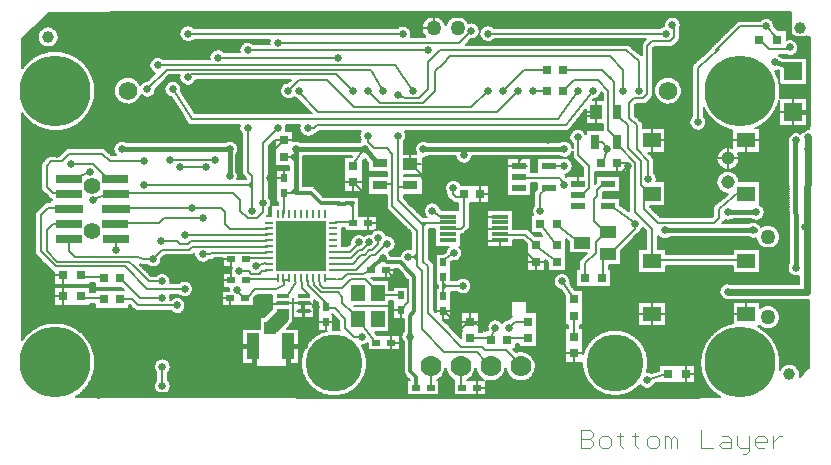
<source format=gbl>
*%FSLAX23Y23*%
*%MOIN*%
G01*
%ADD11C,0.000*%
%ADD12C,0.000*%
%ADD13C,0.000*%
%ADD14C,0.001*%
%ADD15C,0.002*%
%ADD16C,0.006*%
%ADD17C,0.007*%
%ADD18C,0.007*%
%ADD19C,0.008*%
%ADD20C,0.010*%
%ADD21C,0.012*%
%ADD22C,0.015*%
%ADD23C,0.015*%
%ADD24C,0.018*%
%ADD25C,0.020*%
%ADD26C,0.022*%
%ADD27C,0.024*%
%ADD28C,0.025*%
%ADD29C,0.028*%
%ADD30C,0.029*%
%ADD31C,0.031*%
%ADD32C,0.031*%
%ADD33C,0.035*%
%ADD34C,0.035*%
%ADD35C,0.039*%
%ADD36C,0.043*%
%ADD37C,0.045*%
%ADD38C,0.047*%
%ADD39C,0.048*%
%ADD40C,0.049*%
%ADD41C,0.050*%
%ADD42C,0.050*%
%ADD43C,0.051*%
%ADD44C,0.051*%
%ADD45C,0.054*%
%ADD46C,0.055*%
%ADD47C,0.055*%
%ADD48C,0.059*%
%ADD49C,0.059*%
%ADD50C,0.062*%
%ADD51C,0.066*%
%ADD52C,0.067*%
%ADD53C,0.070*%
%ADD54C,0.074*%
%ADD55C,0.115*%
%ADD56C,0.135*%
%ADD57C,0.138*%
%ADD58C,0.138*%
%ADD59C,0.158*%
%ADD60C,0.158*%
%ADD61C,0.190*%
%ADD62C,0.194*%
%ADD63C,0.236*%
%ADD64C,0.240*%
%ADD65R,0.011X0.030*%
%ADD66R,0.012X0.030*%
%ADD67R,0.014X0.033*%
%ADD68R,0.014X0.037*%
%ADD69R,0.015X0.034*%
%ADD70R,0.016X0.034*%
%ADD71R,0.018X0.037*%
%ADD72R,0.018X0.041*%
%ADD73R,0.020X0.025*%
%ADD74R,0.021X0.021*%
%ADD75R,0.024X0.029*%
%ADD76R,0.025X0.020*%
%ADD77R,0.029X0.024*%
%ADD78R,0.030X0.011*%
%ADD79R,0.030X0.030*%
%ADD80R,0.030X0.050*%
%ADD81R,0.031X0.031*%
%ADD82R,0.033X0.014*%
%ADD83R,0.034X0.015*%
%ADD84R,0.034X0.034*%
%ADD85R,0.034X0.054*%
%ADD86R,0.035X0.035*%
%ADD87R,0.037X0.014*%
%ADD88R,0.037X0.018*%
%ADD89R,0.039X0.014*%
%ADD90R,0.039X0.041*%
%ADD91R,0.040X0.050*%
%ADD92R,0.040X0.083*%
%ADD93R,0.041X0.018*%
%ADD94R,0.041X0.087*%
%ADD95R,0.043X0.018*%
%ADD96R,0.043X0.045*%
%ADD97R,0.044X0.054*%
%ADD98R,0.044X0.087*%
%ADD99R,0.045X0.091*%
%ADD100R,0.047X0.055*%
%ADD101R,0.048X0.024*%
%ADD102R,0.050X0.023*%
%ADD103R,0.050X0.030*%
%ADD104R,0.050X0.040*%
%ADD105R,0.050X0.060*%
%ADD106R,0.051X0.059*%
%ADD107R,0.052X0.028*%
%ADD108R,0.054X0.027*%
%ADD109R,0.054X0.034*%
%ADD110R,0.054X0.044*%
%ADD111R,0.054X0.064*%
%ADD112R,0.055X0.039*%
%ADD113R,0.057X0.012*%
%ADD114R,0.057X0.067*%
%ADD115R,0.059X0.043*%
%ADD116R,0.060X0.060*%
%ADD117R,0.061X0.024*%
%ADD118R,0.061X0.051*%
%ADD119R,0.061X0.016*%
%ADD120R,0.061X0.071*%
%ADD121R,0.063X0.039*%
%ADD122R,0.064X0.064*%
%ADD123R,0.065X0.028*%
%ADD124R,0.065X0.055*%
%ADD125R,0.067X0.043*%
%ADD126R,0.085X0.030*%
%ADD127R,0.085X0.085*%
%ADD128R,0.089X0.034*%
%ADD129R,0.094X0.030*%
%ADD130R,0.098X0.034*%
%ADD131R,0.104X0.104*%
%ADD132R,0.108X0.108*%
%ADD133R,0.116X0.138*%
%ADD134R,0.120X0.142*%
%ADD135R,0.169X0.169*%
%ADD136R,0.173X0.173*%
D15*
X9471Y7648D02*
Y7666D01*
X9469Y7669D02*
Y7661D01*
X9470Y7660D02*
Y7669D01*
X9471Y7668D02*
Y7651D01*
X10447Y7277D02*
Y7217D01*
X10477D01*
X10487Y7227D01*
Y7237D01*
X10477Y7247D01*
X10447D01*
X10448D01*
X10447D02*
X10448D01*
X10447D02*
X10448D01*
X10447D02*
X10477D01*
X10487Y7257D01*
Y7267D01*
X10477Y7277D01*
X10447D01*
X10517Y7217D02*
X10537D01*
X10547Y7227D01*
Y7247D01*
X10537Y7257D01*
X10517D01*
X10507Y7247D01*
Y7227D01*
X10517Y7217D01*
X10577Y7257D02*
Y7267D01*
Y7257D02*
X10567D01*
X10587D01*
X10577D01*
Y7227D01*
X10587Y7217D01*
X10627Y7257D02*
Y7267D01*
Y7257D02*
X10617D01*
X10637D01*
X10627D01*
Y7227D01*
X10637Y7217D01*
X10677D02*
X10697D01*
X10707Y7227D01*
Y7247D01*
X10697Y7257D01*
X10677D01*
X10667Y7247D01*
Y7227D01*
X10677Y7217D01*
X10727D02*
Y7257D01*
X10737D01*
X10747Y7247D01*
Y7217D01*
Y7247D01*
X10757Y7257D01*
X10767Y7247D01*
Y7217D01*
X10847D02*
Y7277D01*
Y7217D02*
X10887D01*
X10917Y7257D02*
X10937D01*
X10947Y7247D01*
Y7217D01*
X10917D01*
X10907Y7227D01*
X10917Y7237D01*
X10947D01*
X10967Y7227D02*
Y7257D01*
Y7227D02*
X10977Y7217D01*
X11007D01*
Y7207D01*
X10997Y7197D01*
X10987D01*
X11007Y7217D02*
Y7257D01*
X11037Y7217D02*
X11057D01*
X11037D02*
X11027Y7227D01*
Y7247D01*
X11037Y7257D01*
X11057D01*
X11067Y7247D01*
Y7237D01*
X11027D01*
X11087Y7217D02*
Y7257D01*
Y7237D02*
Y7217D01*
Y7237D02*
X11097Y7247D01*
X11107Y7257D01*
X11117D01*
D17*
X11141Y7832D02*
X11139Y8176D01*
X10828Y7462D02*
X10797D01*
X10130Y7417D02*
X10102D01*
X10074Y7442D02*
X10070D01*
X10074D02*
X10080D01*
X10124D01*
X10074Y7392D02*
X10070D01*
X10074D02*
X10080D01*
X10130D01*
X10024Y7442D02*
X10020D01*
X10024D02*
X10024D01*
X10068D02*
X10074D01*
X10024Y7392D02*
X10020D01*
X10024D02*
X10028D01*
X10066D01*
X10074D01*
X9869Y7442D02*
X9866D01*
X9869D02*
X9876D01*
X9869Y7392D02*
X9866D01*
X9869D02*
X9876D01*
X9918D01*
X9919D01*
X9925D01*
X9928D01*
X9968Y7442D02*
X9975D01*
X9918Y7392D02*
X9916D01*
X9928D02*
X9966D01*
X9975D01*
X10762Y7431D02*
X10766D01*
X10768D01*
X10828D01*
X10706D02*
X10702D01*
X10706D02*
X10766D01*
X9868Y7450D02*
X9856D01*
Y7456D02*
X9863D01*
X9869Y7386D02*
X8764D01*
X9869D02*
X9919D01*
X9925D01*
X9928D01*
X9966D01*
X9975D01*
X10024D01*
X10028D01*
X10066D01*
X10074D01*
X10080D01*
X10130D01*
X10910D01*
X9869Y7388D02*
X8767D01*
X9869D02*
X9919D01*
X9925D02*
X9975D01*
X10024D01*
X10074D01*
X10080D02*
X10130D01*
X10906D01*
X9032Y7394D02*
X8775D01*
X9032D02*
X9052D01*
X9072D01*
X9590D01*
X9658D02*
X9869D01*
X9975D02*
X10024D01*
X10130D02*
X10530D01*
X10592D02*
X10898D01*
X9032Y7400D02*
X8783D01*
X9072D02*
X9575D01*
X9673D02*
X9869D01*
X9975D02*
X10024D01*
X10130D02*
X10514D01*
X10608D02*
X10890D01*
X9029Y7406D02*
X8789D01*
X9075D02*
X9564D01*
X9684D02*
X9869D01*
X9975D02*
X10024D01*
X10130D02*
X10503D01*
X10619D02*
X10884D01*
X9026Y7412D02*
X8795D01*
X9078D02*
X9556D01*
X9692D02*
X9869D01*
X9975D02*
X10024D01*
X10130D02*
X10494D01*
X10628D02*
X10878D01*
X9024Y7418D02*
X8800D01*
X9080D02*
X9549D01*
X9699D02*
X9869D01*
X9975D02*
X10024D01*
X10130D02*
X10487D01*
X10635D02*
X10653D01*
X10681D02*
X10706D01*
X10766D01*
X10768D02*
X10828D01*
X10873D01*
X9024Y7424D02*
X8804D01*
X9080D02*
X9543D01*
X9705D02*
X9869D01*
X9975D02*
X10024D01*
X10130D02*
X10481D01*
X10688D02*
X10706D01*
X10766D01*
X10768D02*
X10828D01*
X10869D01*
X9025Y7430D02*
X8808D01*
X9079D02*
X9538D01*
X9710D02*
X9869D01*
X9975D02*
X10024D01*
X10130D02*
X10476D01*
X10694D02*
X10706D01*
X10766D01*
X10768D02*
X10828D01*
X10865D01*
X9028Y7436D02*
X8812D01*
X9076D02*
X9533D01*
X9715D02*
X9869D01*
X9975D02*
X10024D01*
X10130D02*
X10471D01*
X10828D02*
X10861D01*
X9032Y7442D02*
X8815D01*
X9072D02*
X9529D01*
X9719D02*
X9856D01*
X9869D01*
X9967D02*
X9975D01*
X10024D01*
X10167D02*
X10225D01*
X10267D02*
X10467D01*
X10828D02*
X10858D01*
X9032Y7448D02*
X8818D01*
X9072D02*
X9526D01*
X9722D02*
X9856D01*
X9869D01*
X9977D02*
X10015D01*
X10080D02*
X10115D01*
X10177D02*
X10215D01*
X10277D02*
X10464D01*
X10828D02*
X10855D01*
X9032Y7454D02*
X8820D01*
X9072D02*
X9523D01*
X9725D02*
X9856D01*
X9865D01*
X9983D02*
X10009D01*
X10083D02*
X10109D01*
X10183D02*
X10209D01*
X10283D02*
X10461D01*
X10828D02*
X10853D01*
X9032Y7460D02*
X8822D01*
X9072D02*
X9521D01*
X9727D02*
X9856D01*
X9988D02*
X10004D01*
X10088D02*
X10104D01*
X10188D02*
X10204D01*
X10288D02*
X10458D01*
X10828D02*
X10851D01*
X9032Y7466D02*
X8824D01*
X9072D02*
X9519D01*
X9729D02*
X9853D01*
X9991D02*
X10001D01*
X10091D02*
X10101D01*
X10191D02*
X10201D01*
X10291D02*
X10456D01*
X10828D02*
X10849D01*
X11177D02*
X11189D01*
X9028Y7472D02*
X8825D01*
X9076D02*
X9517D01*
X9731D02*
X9847D01*
X9856D01*
X10294D02*
X10454D01*
X10668D02*
X10698D01*
X10828D02*
X10848D01*
X11176D02*
X11195D01*
X9624Y7635D02*
X9596D01*
X9568D01*
X10424Y7531D02*
X10454D01*
X10424D02*
X10394D01*
X10108Y7637D02*
X10077D01*
X10046D01*
X10017Y7671D02*
X9989D01*
X9961D01*
X10684Y7662D02*
X10730D01*
X10684D02*
X10638D01*
X10953D02*
X10999D01*
X9843Y7567D02*
X9815D01*
X9787Y7592D02*
X9767D01*
X9787D02*
X9793D01*
X9737Y7542D02*
X9734D01*
X9737D02*
X9787D01*
X9793D01*
X9787Y7592D02*
X9784D01*
X9793D02*
X9809D01*
X9843D01*
X9787Y7542D02*
X9784D01*
X9793D02*
X9843D01*
X9856Y7647D02*
X9820D01*
X10762Y7493D02*
X10766D01*
X10768D01*
X10828D01*
X10706D02*
X10702D01*
X10706D02*
X10766D01*
X11037Y7621D02*
X11045D01*
X10730D02*
X10638D01*
X9990Y7643D02*
X9989D01*
X9990D02*
X10014D01*
X10046Y7668D02*
X10108D01*
X10113Y7608D02*
X10116D01*
X10136D01*
X10220Y7546D02*
X10232D01*
X10242Y7552D02*
X10286D01*
X10302D01*
X10292Y7668D02*
X10266D01*
X10292D02*
X10302D01*
X10394Y7500D02*
X10451D01*
X10404Y7616D02*
X10394D01*
X10444D02*
X10454D01*
X10404Y7626D02*
X10394D01*
X10444D02*
X10454D01*
X9787Y7602D02*
X9760D01*
X9787D02*
X9793D01*
X9809D01*
X9624Y7657D02*
X9622D01*
X9572Y7663D02*
X9570D01*
Y7607D02*
X9601D01*
X9488Y7650D02*
X9488D01*
X9488D02*
X9489D01*
X9559D01*
X9391Y7653D02*
X9377D01*
X9466Y7614D02*
X9480D01*
X9506D01*
Y7496D02*
X9480D01*
X9350Y7614D02*
X9318D01*
X9350D02*
X9377D01*
X9350Y7496D02*
X9318D01*
X10213Y7653D02*
X10215D01*
X9390Y7486D02*
X9350D01*
X9390D02*
X9434D01*
X9480D01*
X9482Y7632D02*
X9486D01*
X9486D01*
X9488D01*
Y7644D02*
X9488D01*
X9489D01*
X9488Y7644D02*
X9488D01*
X9488D02*
X9489D01*
X9486Y7634D02*
X9484D01*
X9486D02*
X9486D01*
X9488D01*
X8963Y7672D02*
X8952D01*
X8963D02*
X8979D01*
X9081D01*
X10208Y7656D02*
X10213D01*
X10219D01*
X10232Y7562D02*
X10242D01*
X10116Y7602D02*
X10108D01*
X9025Y7478D02*
X8827D01*
X9079D02*
X9350D01*
X9480D01*
X9516D01*
X9732D02*
X9853D01*
X10296D02*
X10453D01*
X10669D02*
X10706D01*
X10828D02*
X10847D01*
X11173D02*
X11201D01*
X9024Y7484D02*
X8827D01*
X9080D02*
X9318D01*
X9350D01*
X9390D01*
X9434D01*
X9480D01*
X9506D01*
X9515D01*
X9733D02*
X9856D01*
X10296D02*
X10452D01*
X10670D02*
X10706D01*
X10828D02*
X10846D01*
X11169D02*
X11207D01*
X9024Y7490D02*
X8828D01*
X9080D02*
X9318D01*
X9350D01*
X9480D02*
X9506D01*
X9514D01*
X9734D02*
X9856D01*
X10296D02*
X10394D01*
X10451D01*
X10671D02*
X10706D01*
X10828D02*
X10845D01*
X11111D02*
X11121D01*
X11163D02*
X11209D01*
X9025Y7496D02*
X8828D01*
X9079D02*
X9318D01*
X9350D01*
X9480D02*
X9506D01*
X9514D01*
X9734D02*
X9856D01*
X10296D02*
X10394D01*
X10451D01*
X10671D02*
X10706D01*
X10766D01*
X10768D02*
X10828D01*
X10845D01*
X11112D02*
X11133D01*
X11151D02*
X11209D01*
X9028Y7502D02*
X8828D01*
X9076D02*
X9318D01*
X9506D02*
X9514D01*
X9734D02*
X9856D01*
X10295D02*
X10394D01*
X10671D02*
X10706D01*
X10766D01*
X10768D02*
X10828D01*
X10845D01*
X11112D02*
X11209D01*
X9032Y7508D02*
X8828D01*
X9072D02*
X9318D01*
X9506D02*
X9514D01*
X9734D02*
X9856D01*
X10292D02*
X10394D01*
X10671D02*
X10845D01*
X11112D02*
X11209D01*
X9032Y7514D02*
X8828D01*
X9032D02*
X9045D01*
X9059D02*
X9072D01*
X9318D01*
X9506D02*
X9515D01*
X9733D02*
X9856D01*
X10289D02*
X10394D01*
X10671D02*
X10845D01*
X11111D02*
X11209D01*
X9318Y7520D02*
X8827D01*
X9506D02*
X9516D01*
X9732D02*
X9856D01*
X10285D02*
X10394D01*
X10670D02*
X10846D01*
X11110D02*
X11209D01*
X9318Y7526D02*
X8826D01*
X9506D02*
X9517D01*
X9731D02*
X9856D01*
X10279D02*
X10394D01*
X10668D02*
X10847D01*
X11109D02*
X11209D01*
X9318Y7532D02*
X8825D01*
X9506D02*
X9519D01*
X9729D02*
X9737D01*
X9787D01*
X9793D02*
X9843D01*
X9856D01*
X10271D02*
X10394D01*
X10667D02*
X10848D01*
X11108D02*
X11209D01*
X9318Y7538D02*
X8823D01*
X9506D02*
X9521D01*
X9727D02*
X9737D01*
X9787D01*
X9793D02*
X9843D01*
X9856D01*
X10253D02*
X10394D01*
X10665D02*
X10850D01*
X11107D02*
X11209D01*
X9318Y7544D02*
X8821D01*
X9506D02*
X9523D01*
X9725D02*
X9737D01*
X9843D02*
X9856D01*
X10223D02*
X10232D01*
X10242D01*
X10302D01*
X10394D01*
X10662D02*
X10852D01*
X11105D02*
X11209D01*
X9318Y7550D02*
X8819D01*
X9506D02*
X9526D01*
X9722D02*
X9737D01*
X9843D02*
X9856D01*
X10232D02*
X10242D01*
X10286D01*
X10302D01*
X10394D01*
X10454D02*
X10462D01*
X10660D02*
X10854D01*
X11102D02*
X11209D01*
X9318Y7556D02*
X8816D01*
X9506D02*
X9529D01*
X9719D02*
X9736D01*
X9843D02*
X9856D01*
X10232D02*
X10242D01*
X10302D02*
X10394D01*
X10454D02*
X10466D01*
X10656D02*
X10857D01*
X11100D02*
X11209D01*
X9318Y7562D02*
X8813D01*
X9506D02*
X9533D01*
X9843D02*
X9856D01*
X10232D02*
X10242D01*
X10302D02*
X10394D01*
X10454D02*
X10470D01*
X10652D02*
X10860D01*
X11097D02*
X11209D01*
X9318Y7568D02*
X8810D01*
X9506D02*
X9538D01*
X9843D02*
X9856D01*
X10302D02*
X10394D01*
X10454D02*
X10474D01*
X10648D02*
X10863D01*
X11094D02*
X11209D01*
X9318Y7574D02*
X8806D01*
X9506D02*
X9543D01*
X9843D02*
X9852D01*
X10302D02*
X10394D01*
X10454D02*
X10479D01*
X10643D02*
X10867D01*
X11090D02*
X11209D01*
X9318Y7580D02*
X8802D01*
X9506D02*
X9549D01*
X10302D02*
X10394D01*
X10454D02*
X10485D01*
X10637D02*
X10871D01*
X11086D02*
X11209D01*
X8592Y7586D02*
X8584D01*
X8798D02*
X9318D01*
X9506D02*
X9556D01*
X10302D02*
X10394D01*
X10454D02*
X10492D01*
X10630D02*
X10876D01*
X11081D02*
X11209D01*
X8597Y7592D02*
X8584D01*
X8792D02*
X9318D01*
X9506D02*
X9564D01*
X10037D02*
X10046D01*
X10302D02*
X10394D01*
X10454D02*
X10500D01*
X10622D02*
X10881D01*
X11076D02*
X11209D01*
X8603Y7598D02*
X8584D01*
X8786D02*
X9318D01*
X9506D02*
X9570D01*
X9763D02*
X9787D01*
X9793D02*
X9809D01*
X9843D01*
X9851D01*
X10031D02*
X10046D01*
X10302D02*
X10394D01*
X10454D02*
X10510D01*
X10612D02*
X10887D01*
X11070D02*
X11209D01*
X8610Y7604D02*
X8584D01*
X8779D02*
X9318D01*
X9506D02*
X9570D01*
X9590D01*
X9809D02*
X9843D01*
X9855D01*
X10026D02*
X10046D01*
X10108D02*
X10116D01*
X10302D02*
X10394D01*
X10454D02*
X10524D01*
X10598D02*
X10894D01*
X11063D02*
X11209D01*
X8618Y7610D02*
X8584D01*
X8771D02*
X9318D01*
X9506D02*
X9570D01*
X9622D02*
X9641D01*
X9809D02*
X9856D01*
X10020D02*
X10046D01*
X10108D02*
X10116D01*
X10135D01*
X10302D02*
X10394D01*
X10454D02*
X10550D01*
X10572D02*
X10638D01*
X10730D01*
X10902D01*
X11055D02*
X11209D01*
X8628Y7616D02*
X8584D01*
X8762D02*
X9318D01*
X9377D01*
X9468D02*
X9506D01*
X9570D01*
X9622D02*
X9635D01*
X9642D01*
X9809D02*
X9856D01*
X10014D02*
X10046D01*
X10108D02*
X10116D01*
X10134D01*
X10302D02*
X10394D01*
X10454D02*
X10638D01*
X10730D01*
X10911D01*
X11089D02*
X11209D01*
X8639Y7622D02*
X8584D01*
X8751D02*
X9318D01*
X9377D01*
X9474D02*
X9488D01*
X9506D01*
X9570D01*
X9622D02*
X9639D01*
X9809D02*
X9856D01*
X10010D02*
X10046D01*
X10108D02*
X10134D01*
X10302D02*
X10394D01*
X10404D01*
X10444D02*
X10454D01*
X10638D01*
X10730D02*
X10923D01*
X11098D02*
X11209D01*
X8655Y7628D02*
X8584D01*
X8735D02*
X9377D01*
X9480D02*
X9488D01*
X9570D01*
X9622D02*
X9642D01*
X9809D02*
X9856D01*
X10004D02*
X10046D01*
X10108D02*
X10136D01*
X10302D02*
X10394D01*
X10454D02*
X10638D01*
X10730D02*
X10938D01*
X11103D02*
X11209D01*
X8688Y7634D02*
X8584D01*
X8702D02*
X9377D01*
X9488D02*
X9570D01*
X9622D02*
X9642D01*
X9809D02*
X9820D01*
X9856D01*
X9998D02*
X10014D01*
X10046D01*
X10108D02*
X10140D01*
X10302D02*
X10394D01*
X10454D02*
X10638D01*
X10730D02*
X10953D01*
X11107D02*
X11209D01*
X9377Y7640D02*
X8584D01*
X9489D02*
X9559D01*
X9570D01*
X9622D02*
X9641D01*
X9809D02*
X9820D01*
X9856D01*
X9992D02*
X10014D01*
X10046D01*
X10108D02*
X10146D01*
X10178D02*
X10191D01*
X10302D02*
X10394D01*
X10454D02*
X10638D01*
X10730D02*
X10953D01*
X11109D02*
X11209D01*
X9377Y7646D02*
X8584D01*
X9489D02*
X9559D01*
X9570D01*
X9622D02*
X9635D01*
X9809D02*
X9820D01*
X9856D01*
X10014D02*
X10046D01*
X10108D02*
X10208D01*
X10302D02*
X10394D01*
X10454D02*
X10638D01*
X10730D02*
X10953D01*
X11111D02*
X11209D01*
X9377Y7652D02*
X8584D01*
X9559D02*
X9570D01*
X9622D02*
X9629D01*
X9809D02*
X9820D01*
X10014D02*
X10046D01*
X10108D02*
X10208D01*
X10302D02*
X10394D01*
X10454D02*
X10638D01*
X10730D02*
X10953D01*
X11111D02*
X11209D01*
X9377Y7658D02*
X8584D01*
X9377D02*
X9396D01*
X9559D02*
X9570D01*
X9809D02*
X9820D01*
X10014D02*
X10046D01*
X10108D02*
X10208D01*
X10302D02*
X10394D01*
X10454D02*
X10638D01*
X10730D02*
X10953D01*
X11111D02*
X11209D01*
X8952Y7664D02*
X8584D01*
X8952D02*
X8970D01*
X8972D02*
X9094D01*
X9108D02*
X9120D01*
X9377D01*
X9402D01*
X9559D02*
X9570D01*
X9809D02*
X9820D01*
X10014D02*
X10046D01*
X10108D02*
X10208D01*
X10302D02*
X10394D01*
X10454D02*
X10638D01*
X10730D02*
X10953D01*
X11109D02*
X11209D01*
X8826Y7670D02*
X8584D01*
X8826D02*
X8880D01*
X8886D02*
X8942D01*
X8952D01*
X8964D01*
X8978D01*
X9082D01*
X9120D02*
X9408D01*
X9559D02*
X9570D01*
X9809D02*
X9820D01*
X10014D02*
X10046D01*
X10108D01*
X10213D01*
X10266D02*
X10302D01*
X10394D01*
X10454D02*
X10638D01*
X10730D02*
X10953D01*
X11107D02*
X11209D01*
X8721Y7791D02*
X8690D01*
Y7721D02*
X8721D01*
X9253Y7845D02*
X9281D01*
Y7775D02*
X9253D01*
X9250Y7715D02*
X9278D01*
X9453Y7698D02*
X9475D01*
X9453D02*
X9431D01*
X9524D02*
X9546D01*
X9524D02*
X9501D01*
X9524Y7672D02*
X9546D01*
X9524D02*
X9501D01*
X9796Y7810D02*
X9824D01*
X10297Y7837D02*
X10328D01*
X10297D02*
X10266D01*
X9846Y7675D02*
X9818D01*
X10407Y7865D02*
X10467D01*
X10542Y7827D02*
X10580D01*
X9866Y7753D02*
X9820D01*
X9866D02*
X9870D01*
X10953Y7798D02*
X11045D01*
X10730D02*
X10638D01*
X10953Y7703D02*
X11045D01*
X10730D02*
X10638D01*
X9969Y7758D02*
X9964D01*
X9969D02*
X9970D01*
X9964Y7864D02*
X9988D01*
X9964Y7749D02*
X9964D01*
X9964D02*
X9970D01*
X10427Y7742D02*
X10432D01*
X10454D01*
X10432Y7812D02*
X10428D01*
X10432D02*
X10442D01*
X10432Y7752D02*
X10428D01*
X10432D02*
X10454D01*
X10486D01*
X10492D01*
X10542Y7812D02*
X10548D01*
X10486Y7752D02*
X10483D01*
X10492D02*
X10548D01*
X10266Y7862D02*
X10263D01*
Y7868D02*
X10266D01*
Y7806D02*
X10263D01*
X10266D02*
X10328D01*
X10333D02*
X10336D01*
X10398D01*
X9768Y7784D02*
X9764D01*
X9768D02*
X9774D01*
X9809D01*
X9824D01*
X9768D02*
X9749D01*
X9731Y7688D02*
X9727D01*
X9731D02*
X9742D01*
X9809D01*
X9731D02*
X9690D01*
X9759Y7775D02*
X9768D01*
X9774D01*
X9809D01*
X9731Y7689D02*
X9727D01*
X9731D02*
X9742D01*
X9809D01*
X9731D02*
X9690D01*
X9489Y7695D02*
X9488D01*
Y7675D02*
X9489D01*
Y7701D02*
X9488D01*
X9418D02*
X9414D01*
Y7720D02*
X9418D01*
Y7695D02*
X9414D01*
X9250Y7740D02*
X9246D01*
X9250D02*
X9253D01*
X9274D01*
X9250Y7690D02*
X9246D01*
X9250D02*
X9300D01*
X9306D01*
X9300D02*
X9296D01*
X9306D02*
X9356D01*
X9253Y7800D02*
X9250D01*
X9253D02*
X9282D01*
X9250Y7750D02*
X9250D01*
X9250D02*
X9253D01*
X9275D01*
X9253Y7820D02*
X9250D01*
X9253D02*
X9284D01*
X8690Y7752D02*
X8686D01*
X8690D02*
X8750D01*
X8752D01*
X8690Y7690D02*
X8686D01*
X8690D02*
X8750D01*
X8752D01*
X8750Y7752D02*
X8746D01*
X8752D02*
X8812D01*
X8750Y7690D02*
X8746D01*
X8752D02*
X8766D01*
X8812D01*
X8690Y7760D02*
X8686D01*
X8690D02*
X8750D01*
X8752D01*
X8750D02*
X8746D01*
X8752D02*
X8766D01*
X8812D01*
X8822Y7750D02*
X8826D01*
X8880D01*
X8886D01*
X8880D02*
X8877D01*
X8886D02*
X8914D01*
X8826Y7742D02*
X8822D01*
X8826D02*
X8876D01*
X8880D01*
X8886D01*
X8826Y7680D02*
X8822D01*
X8826D02*
X8880D01*
X8886D01*
X8880Y7742D02*
X8877D01*
X8886D02*
X8896D01*
X8923D01*
X8880Y7680D02*
X8877D01*
X8886D02*
X8896D01*
X8942D01*
X10213Y7706D02*
X10266D01*
X10442Y7852D02*
X10454D01*
X9956Y7842D02*
X9945D01*
X9489Y7682D02*
X9488D01*
Y7686D02*
X9489D01*
Y7684D02*
X9488D01*
X8626Y7852D02*
X8623D01*
X8626D02*
X8638D01*
X9060Y7858D02*
X9082D01*
X9132D01*
X9134D01*
X9150D01*
X9159D01*
X10942Y7710D02*
X10953D01*
X11045D01*
X11202D01*
X11174Y7764D02*
X10942D01*
X9081Y7710D02*
X9078D01*
X8943Y7692D02*
X8942D01*
X8826Y7696D02*
X8812D01*
Y7736D02*
X8826D01*
X9809Y7706D02*
X9820D01*
Y7744D02*
X9809D01*
X10014Y7736D02*
X10034D01*
Y7776D02*
X10014D01*
X10730Y7822D02*
X10953D01*
Y7862D02*
X10730D01*
X9232Y7848D02*
X9225D01*
X9232D02*
X9252D01*
X9253D01*
X9208Y7842D02*
X9207D01*
X9208D02*
X9220D01*
X9232D01*
X8983Y7826D02*
X8978D01*
X8983D02*
X8990D01*
X9000D01*
X9001D01*
X8688Y7802D02*
X8676D01*
X8688D02*
X8690D01*
X9824Y7814D02*
X9837D01*
Y7856D02*
X9813D01*
X9837D02*
X9838D01*
X9844D01*
X8826Y7766D02*
X8812D01*
X9077Y7726D02*
X9106D01*
Y7766D02*
X9078D01*
X9031Y7790D02*
X9014D01*
X9369Y7726D02*
X9382D01*
X9418D01*
X9382D02*
X9378D01*
X8826Y7676D02*
X8584D01*
X8826D02*
X8880D01*
X8886D02*
X8942D01*
X8952D01*
X9125D02*
X9414D01*
X9559D02*
X9570D01*
X9809D02*
X9820D01*
X9956D02*
X9964D01*
X10014D02*
X10046D01*
X10108D01*
X10213D01*
X10266D02*
X10302D01*
X10394D01*
X10454D02*
X10638D01*
X10730D02*
X10953D01*
X11103D02*
X11209D01*
X8690Y7682D02*
X8584D01*
X8690D02*
X8750D01*
X8752D02*
X8812D01*
X8826D01*
X8942D02*
X8952D01*
X9128D02*
X9250D01*
X9300D01*
X9306D02*
X9356D01*
X9418D01*
X9559D02*
X9570D01*
X9809D02*
X9820D01*
X9956D02*
X9964D01*
X10014D02*
X10213D01*
X10266D02*
X10394D01*
X10454D02*
X10638D01*
X10730D02*
X10953D01*
X11098D02*
X11209D01*
X8690Y7688D02*
X8584D01*
X8690D02*
X8750D01*
X8752D02*
X8766D01*
X8812D01*
X8826D01*
X9129D02*
X9250D01*
X9300D01*
X9306D02*
X9356D01*
X9418D01*
X9559D02*
X9570D01*
X9809D02*
X9820D01*
X9956D02*
X9964D01*
X10014D02*
X10213D01*
X10266D02*
X10394D01*
X10454D02*
X10638D01*
X10730D02*
X10953D01*
X11045D02*
X11052D01*
X11089D02*
X11209D01*
X8690Y7694D02*
X8584D01*
X8812D02*
X8826D01*
X9129D02*
X9250D01*
X9356D02*
X9418D01*
X9559D02*
X9570D01*
X9809D02*
X9820D01*
X9956D02*
X9964D01*
X10014D02*
X10213D01*
X10266D02*
X10394D01*
X10454D02*
X10638D01*
X10730D02*
X10953D01*
X11045D02*
X11209D01*
X8690Y7700D02*
X8584D01*
X9128D02*
X9250D01*
X9356D02*
X9418D01*
X9559D02*
X9568D01*
X9809D02*
X9820D01*
X9956D02*
X9964D01*
X10014D02*
X10213D01*
X10266D02*
X10394D01*
X10454D02*
X10638D01*
X10730D02*
X10953D01*
X11045D02*
X11209D01*
X8690Y7706D02*
X8584D01*
X9125D02*
X9250D01*
X9356D02*
X9418D01*
X9956D02*
X9964D01*
X10014D02*
X10213D01*
X10266D01*
X10394D01*
X10454D02*
X10638D01*
X10730D01*
X10953D01*
X11045D01*
X11209D01*
X8690Y7712D02*
X8584D01*
X9120D02*
X9250D01*
X9356D02*
X9418D01*
X9956D02*
X9964D01*
X10014D02*
X10213D01*
X10266D01*
X10394D01*
X10454D02*
X10638D01*
X10730D01*
X10924D01*
X8690Y7718D02*
X8584D01*
X9079D02*
X9094D01*
X9108D02*
X9120D01*
X9126D02*
X9146D01*
X9250D01*
X9362D02*
X9382D01*
X9418D01*
X9956D02*
X9964D01*
X10014D02*
X10213D01*
X10266D01*
X10394D01*
X10454D02*
X10916D01*
X8690Y7724D02*
X8584D01*
X9078D02*
X9109D01*
X9146D02*
X9250D01*
X9368D02*
X9382D01*
X9418D01*
X9956D02*
X9964D01*
X10014D02*
X10074D01*
X10392D01*
X10454D02*
X10912D01*
X8690Y7730D02*
X8584D01*
X9149D02*
X9250D01*
X9956D02*
X9964D01*
X10014D02*
X10044D01*
X10064D02*
X10074D01*
X10388D01*
X10454D02*
X10910D01*
X8690Y7736D02*
X8584D01*
X8812D02*
X8826D01*
X9152D02*
X9250D01*
X9956D02*
X9964D01*
X10014D02*
X10034D01*
X10074D02*
X10384D01*
X10454D02*
X10909D01*
X8690Y7742D02*
X8584D01*
X8812D02*
X8826D01*
X8876D01*
X8886D02*
X8896D01*
X8922D01*
X9154D02*
X9250D01*
X9253D02*
X9274D01*
X9956D02*
X9964D01*
X10078D02*
X10380D01*
X10432D02*
X10454D01*
X10486D01*
X10492D02*
X10548D01*
X10909D01*
X8690Y7748D02*
X8584D01*
X8812D02*
X8826D01*
X8876D01*
X8886D02*
X8916D01*
X9154D02*
X9250D01*
X9253D02*
X9275D01*
X9809D02*
X9820D01*
X10081D02*
X10368D01*
X10423D02*
X10432D01*
X10454D01*
X10486D01*
X10492D02*
X10548D01*
X10911D01*
X8690Y7754D02*
X8584D01*
X8690D02*
X8750D01*
X8752D02*
X8766D01*
X8812D01*
X8826D01*
X9153D02*
X9253D01*
X9809D02*
X9820D01*
X9866D01*
X9956D02*
X9964D01*
X10082D02*
X10362D01*
X10419D02*
X10432D01*
X10548D02*
X10915D01*
X8690Y7760D02*
X8584D01*
X8812D02*
X8826D01*
X9150D02*
X9253D01*
X9809D02*
X9820D01*
X9870D01*
X9956D02*
X9964D01*
X10082D02*
X10358D01*
X10415D02*
X10432D01*
X10548D02*
X10921D01*
X8690Y7766D02*
X8584D01*
X8812D02*
X8826D01*
X9079D02*
X9106D01*
X9146D02*
X9253D01*
X9809D02*
X9870D01*
X10080D02*
X10356D01*
X10412D02*
X10432D01*
X10548D02*
X11174D01*
X8690Y7772D02*
X8584D01*
X9079D02*
X9116D01*
X9136D02*
X9146D01*
X9253D01*
X9809D02*
X9824D01*
X9870D01*
X9956D02*
X9964D01*
X10077D02*
X10356D01*
X10412D02*
X10432D01*
X10548D02*
X11174D01*
X8690Y7778D02*
X8584D01*
X9078D02*
X9146D01*
X9253D01*
X9756D02*
X9768D01*
X9774D02*
X9809D01*
X9824D01*
X9867D01*
X9956D02*
X9964D01*
X10014D02*
X10037D01*
X10074D02*
X10357D01*
X10411D02*
X10432D01*
X10548D02*
X11174D01*
X8690Y7784D02*
X8584D01*
X9076D02*
X9253D01*
X9750D02*
X9768D01*
X9774D02*
X9809D01*
X9824D01*
X9862D01*
X9956D02*
X9964D01*
X10014D02*
X10054D01*
X10074D01*
X10359D01*
X10409D02*
X10432D01*
X10548D02*
X11174D01*
X8676Y7790D02*
X8584D01*
X8676D02*
X8690D01*
X9072D02*
X9253D01*
X9824D02*
X9857D01*
X9956D02*
X9964D01*
X10014D02*
X10363D01*
X10405D02*
X10432D01*
X10548D02*
X10638D01*
X10730D01*
X10953D01*
X11045D01*
X11154D01*
X8676Y7796D02*
X8584D01*
X8676D02*
X8690D01*
X9009D02*
X9038D01*
X9070D02*
X9253D01*
X9824D02*
X9853D01*
X9956D02*
X9964D01*
X10014D02*
X10266D01*
X10328D01*
X10336D01*
X10371D01*
X10398D02*
X10432D01*
X10548D02*
X10638D01*
X10730D01*
X10953D01*
X11045D01*
X11144D01*
X8676Y7802D02*
X8584D01*
X8676D02*
X8687D01*
X9003D02*
X9070D01*
X9253D01*
X9281D01*
X9824D02*
X9838D01*
X9847D01*
X9956D02*
X9964D01*
X10014D02*
X10266D01*
X10328D01*
X10336D01*
X10398D01*
X10432D01*
X10548D02*
X10638D01*
X10730D02*
X10953D01*
X11045D02*
X11140D01*
X8676Y7808D02*
X8584D01*
X8997D02*
X9253D01*
X9281D01*
X9824D02*
X9838D01*
X9956D02*
X9964D01*
X10014D02*
X10266D01*
X10328D02*
X10336D01*
X10398D02*
X10432D01*
X10548D02*
X10638D01*
X10730D02*
X10953D01*
X11045D02*
X11137D01*
X8675Y7814D02*
X8584D01*
X8991D02*
X9040D01*
X9253D01*
X9282D01*
X10014D02*
X10266D01*
X10328D02*
X10336D01*
X10398D02*
X10432D01*
X10442D01*
X10548D02*
X10580D01*
X10638D01*
X10730D02*
X10953D01*
X11045D02*
X11136D01*
X8669Y7820D02*
X8584D01*
X8990D02*
X9011D01*
X9031D02*
X9040D01*
X9253D01*
X10014D02*
X10266D01*
X10328D02*
X10336D01*
X10398D02*
X10432D01*
X10442D01*
X10548D02*
X10580D01*
X10638D01*
X10730D02*
X10953D01*
X11045D02*
X11136D01*
X8663Y7826D02*
X8584D01*
X8990D02*
X9000D01*
X9041D02*
X9253D01*
X10014D02*
X10266D01*
X10328D02*
X10336D01*
X10398D02*
X10440D01*
X10542D02*
X10580D01*
X10638D01*
X11045D02*
X11138D01*
X8657Y7832D02*
X8584D01*
X9045D02*
X9168D01*
X9232D01*
X9253D01*
X9956D02*
X9964D01*
X10014D02*
X10266D01*
X10328D02*
X10336D01*
X10398D02*
X10434D01*
X10442D01*
X10580D02*
X10638D01*
X11045D02*
X11141D01*
X8651Y7838D02*
X8584D01*
X9048D02*
X9168D01*
X9208D02*
X9216D01*
X9232D01*
X9252D01*
X9949D02*
X9956D01*
X9964D01*
X10024D02*
X10266D01*
X10328D02*
X10335D01*
X10398D02*
X10440D01*
X10580D02*
X10638D01*
X11045D02*
X11141D01*
X8626Y7844D02*
X8584D01*
X8626D02*
X8645D01*
X9049D02*
X9166D01*
X9222D02*
X9232D01*
X9252D01*
X9943D02*
X9956D01*
X10041D02*
X10266D01*
X10398D02*
X10442D01*
X10580D02*
X10638D01*
X11045D02*
X11141D01*
X8626Y7850D02*
X8584D01*
X8626D02*
X8639D01*
X9053D02*
X9082D01*
X9141D01*
X9143D02*
X9162D01*
X9942D02*
X9956D01*
X9964D01*
X10047D02*
X10266D01*
X10398D02*
X10442D01*
X10452D01*
X10580D02*
X10638D01*
X11045D02*
X11141D01*
X8626Y7856D02*
X8584D01*
X9059D02*
X9082D01*
X9132D01*
X9135D02*
X9149D01*
X9160D01*
X9942D02*
X9964D01*
X10050D02*
X10266D01*
X10398D02*
X10407D01*
X10442D01*
X10458D01*
X10580D02*
X10638D01*
X11045D02*
X11141D01*
X8626Y7862D02*
X8584D01*
X9811D02*
X9838D01*
X9942D02*
X9964D01*
X10052D02*
X10266D01*
X10398D02*
X10407D01*
X10442D01*
X10464D01*
X10580D02*
X10638D01*
X10730D02*
X10953D01*
X11045D02*
X11141D01*
X9766Y7965D02*
X9738D01*
X10112Y8062D02*
X10142D01*
X10953Y7880D02*
X11045D01*
X10664D02*
X10638D01*
X10704D02*
X10730D01*
X10729Y8023D02*
X10678D01*
X10522Y8049D02*
X10522D01*
X10522D02*
X10578D01*
X10282Y8055D02*
X10202D01*
X10082Y8032D02*
X10078D01*
X10082D02*
X10088D01*
X10142D01*
X10025D02*
X10023D01*
X10025D02*
X10026D01*
X10038D01*
X10076D02*
X10082D01*
X10294Y7922D02*
X10318D01*
X10282Y7992D02*
X10278D01*
X10282D02*
X10288D01*
X10285Y7932D02*
X10311D01*
X10038Y8009D02*
X9985D01*
X10006Y7887D02*
X9960D01*
X10042D02*
X10048D01*
X10133D02*
X10221D01*
Y7949D02*
X10221D01*
X10133Y7907D02*
X10133D01*
Y7969D02*
X10133D01*
X10221Y7989D02*
X10221D01*
X10221Y8008D02*
X10133D01*
Y7966D02*
X10133D01*
X9888Y8060D02*
X9856D01*
X9888D02*
X9920D01*
X9800D02*
X9738D01*
X9710Y7990D02*
X9706D01*
X9710D02*
X9710D01*
X9716D01*
X9766D01*
X9710Y7940D02*
X9706D01*
X9710D02*
X9710D01*
X9716D01*
X9752D01*
X9755D01*
X9710Y7990D02*
X9706D01*
X9660Y7940D02*
X9656D01*
X9660D02*
X9666D01*
X9706D01*
X9710D01*
X9415Y7989D02*
X9414D01*
X9406Y7988D02*
X9401D01*
X9406D02*
X9414D01*
X9415D01*
X9431Y8026D02*
X9434D01*
X9436D01*
X9430D02*
X9415D01*
X9430D02*
X9434D01*
Y8037D02*
X9430D01*
X9434D02*
X9436D01*
X8680Y8045D02*
X8679D01*
X8680D02*
X8684D01*
X10888Y8032D02*
X10900D01*
X10646Y7928D02*
X10635D01*
X10012Y8042D02*
X10002D01*
X10012D02*
X10014D01*
X10065Y7938D02*
X10066D01*
X10076D01*
X9792Y7942D02*
X9786D01*
X9800Y8002D02*
X9811D01*
X8633Y8006D02*
X8626D01*
Y8010D02*
X8638D01*
X8666Y8046D02*
X8678D01*
X8679D01*
X8684D01*
X9652Y7890D02*
X9668D01*
X10229Y7908D02*
X10232D01*
X10254D01*
X10232Y7946D02*
X10229D01*
X10232D02*
X10254D01*
X10270D01*
X10272D01*
X10282D01*
X10232Y7908D02*
X10221D01*
Y7946D02*
X10221D01*
X10221D02*
X10232D01*
X10743Y7919D02*
X11006D01*
X10926Y7965D02*
X10918D01*
X10926D02*
X11006D01*
X10024Y8032D02*
X10012D01*
X10024D02*
X10026D01*
X10048Y7928D02*
X10055D01*
X10066D01*
X10719Y7986D02*
X10722D01*
X10764D01*
X10884D01*
X10953Y7979D02*
X11016D01*
X8663Y8036D02*
X8652D01*
X8663D02*
X8666D01*
X8679D01*
X8679D01*
X9652Y7950D02*
X9660D01*
X9710Y7990D02*
X9710D01*
X9664Y8052D02*
X9591D01*
X9942Y7946D02*
X9950D01*
X9960D01*
X9924Y7986D02*
X9920D01*
X9924D02*
X9933D01*
X10712D02*
X10722D01*
X8621Y7868D02*
X8584D01*
X9807D02*
X9838D01*
X9849D01*
X9942D02*
X9964D01*
X9993D01*
X10052D02*
X10266D01*
X10398D02*
X10407D01*
X10580D02*
X10638D01*
X10730D02*
X10953D01*
X11045D02*
X11141D01*
X8621Y7874D02*
X8584D01*
X9818D02*
X9852D01*
X9942D02*
X9964D01*
X9997D01*
X10051D02*
X10266D01*
X10398D02*
X10407D01*
X10582D02*
X10638D01*
X10730D02*
X10953D01*
X11045D02*
X11141D01*
X8626Y7880D02*
X8584D01*
X9824D02*
X9852D01*
X9872D01*
X9882D01*
X9942D02*
X9960D01*
X10000D01*
X10048D02*
X10133D01*
X10221D01*
X10266D01*
X10398D02*
X10407D01*
X10588D02*
X10638D01*
X10730D02*
X10953D01*
X11045D02*
X11062D01*
X11079D02*
X11141D01*
X8626Y7886D02*
X8584D01*
X9828D02*
X9882D01*
X9942D02*
X9960D01*
X10004D01*
X10048D02*
X10133D01*
X10221D01*
X10266D01*
X10398D02*
X10407D01*
X10594D02*
X10638D01*
X10664D01*
X10704D02*
X10730D01*
X10953D01*
X11045D01*
X11093D02*
X11141D01*
X8626Y7892D02*
X8584D01*
X9652D02*
X9670D01*
X9830D02*
X9882D01*
X9942D02*
X9960D01*
X10048D02*
X10133D01*
X10221D02*
X10266D01*
X10398D02*
X10407D01*
X10600D02*
X10638D01*
X10664D01*
X10704D02*
X10730D01*
X10953D01*
X11041D01*
X11100D02*
X11141D01*
X8626Y7898D02*
X8584D01*
X9652D02*
X9676D01*
X9830D02*
X9882D01*
X9942D02*
X9960D01*
X10048D02*
X10133D01*
X10221D02*
X10232D01*
X10263D01*
X10398D02*
X10407D01*
X10606D02*
X10664D01*
X10704D02*
X11036D01*
X11105D02*
X11141D01*
X8626Y7904D02*
X8584D01*
X9652D02*
X9679D01*
X9829D02*
X9882D01*
X9942D02*
X9960D01*
X10048D02*
X10133D01*
X10221D02*
X10232D01*
X10257D01*
X10398D02*
X10406D01*
X10612D02*
X10664D01*
X10704D02*
X11033D01*
X11108D02*
X11141D01*
X8626Y7910D02*
X8584D01*
X9652D02*
X9680D01*
X9827D02*
X9882D01*
X9942D02*
X9960D01*
X10048D02*
X10133D01*
X10618D02*
X10664D01*
X10704D02*
X11031D01*
X11110D02*
X11140D01*
X8626Y7916D02*
X8584D01*
X9652D02*
X9683D01*
X9823D02*
X9882D01*
X9942D02*
X9960D01*
X10048D02*
X10066D01*
X10133D01*
X10624D02*
X10646D01*
X10664D01*
X10704D02*
X10713D01*
X10739D02*
X11012D01*
X11111D02*
X11140D01*
X8626Y7922D02*
X8584D01*
X9652D02*
X9688D01*
X9815D02*
X9882D01*
X9942D02*
X9960D01*
X10050D02*
X10066D01*
X10133D01*
X10630D02*
X10646D01*
X10664D01*
X11111D02*
X11140D01*
X8626Y7928D02*
X8584D01*
X9652D02*
X9660D01*
X9700D01*
X9716D02*
X9735D01*
X9798D02*
X9882D01*
X9942D02*
X9960D01*
X10056D02*
X10066D01*
X10076D01*
X10133D01*
X10289D02*
X10314D01*
X10636D02*
X10646D01*
X10664D01*
X11110D02*
X11140D01*
X8626Y7934D02*
X8584D01*
X9652D02*
X9660D01*
X9710D01*
X9716D02*
X9750D01*
X9794D02*
X9880D01*
X9942D02*
X9960D01*
X10066D02*
X10076D01*
X10133D01*
X10646D02*
X10664D01*
X11108D02*
X11140D01*
X8626Y7940D02*
X8584D01*
X9652D02*
X9660D01*
X9792D02*
X9874D01*
X9942D02*
X9950D01*
X9960D01*
X10068D02*
X10076D01*
X10133D01*
X10648D02*
X10662D01*
X11105D02*
X11140D01*
X8626Y7946D02*
X8584D01*
X9652D02*
X9660D01*
X9766D02*
X9792D01*
X9868D01*
X9942D02*
X9950D01*
X9960D01*
X10076D02*
X10133D01*
X10272D02*
X10282D01*
X11101D02*
X11140D01*
X8626Y7952D02*
X8584D01*
X9766D02*
X9792D01*
X9862D01*
X10080D02*
X10133D01*
X10221D02*
X10232D01*
X10259D01*
X10272D02*
X10282D01*
X11095D02*
X11140D01*
X8626Y7958D02*
X8584D01*
X9766D02*
X9856D01*
X10076D02*
X10084D01*
X10133D01*
X10221D02*
X10232D01*
X10272D01*
X10282D01*
X11045D02*
X11058D01*
X11083D02*
X11140D01*
X8626Y7964D02*
X8584D01*
X9766D02*
X9849D01*
X10078D02*
X10133D01*
X10221D02*
X10282D01*
X11039D02*
X11140D01*
X8626Y7970D02*
X8584D01*
X9766D02*
X9843D01*
X10076D02*
X10133D01*
X10221D02*
X10282D01*
X10926D02*
X11022D01*
X11140D01*
X8626Y7976D02*
X8584D01*
X9766D02*
X9837D01*
X10076D02*
X10133D01*
X10221D02*
X10282D01*
X10947D02*
X11022D01*
X11042D02*
X11140D01*
X8626Y7982D02*
X8584D01*
X9766D02*
X9831D01*
X10076D02*
X10133D01*
X10221D02*
X10282D01*
X11052D02*
X11140D01*
X8621Y7988D02*
X8584D01*
X9766D02*
X9825D01*
X10076D02*
X10133D01*
X10221D02*
X10282D01*
X10710D02*
X10722D01*
X10764D01*
X10885D01*
X11056D02*
X11140D01*
X8621Y7994D02*
X8584D01*
X9407D02*
X9414D01*
X9716D02*
X9766D01*
X9800D01*
X9819D01*
X9920D02*
X9927D01*
X10076D02*
X10133D01*
X10221D02*
X10282D01*
X10704D02*
X10722D01*
X10764D01*
X10888D01*
X11059D02*
X11140D01*
X8626Y8000D02*
X8584D01*
X9716D02*
X9766D01*
X9800D01*
X9813D01*
X9907D02*
X9925D01*
X10076D02*
X10133D01*
X10221D02*
X10282D01*
X10698D02*
X10888D01*
X11060D02*
X11140D01*
X8626Y8006D02*
X8584D01*
X9706D02*
X9800D01*
X9901D02*
X9924D01*
X10076D02*
X10133D01*
X10221D02*
X10284D01*
X10692D02*
X10886D01*
X11060D02*
X11140D01*
X8626Y8012D02*
X8584D01*
X8626D02*
X8639D01*
X9407D02*
X9415D01*
X9709D02*
X9800D01*
X9895D02*
X9924D01*
X9980D02*
X10038D01*
X10076D02*
X10133D01*
X10221D01*
X10284D01*
X10598D02*
X10608D01*
X10686D02*
X10729D01*
X10881D01*
X11058D02*
X11140D01*
X8626Y8018D02*
X8584D01*
X8626D02*
X8645D01*
X9712D02*
X9794D01*
X9889D02*
X9926D01*
X9978D02*
X10038D01*
X10076D02*
X10133D01*
X10221D01*
X10286D01*
X10589D02*
X10608D01*
X10680D02*
X10729D01*
X10884D01*
X11055D02*
X11140D01*
X8651Y8024D02*
X8584D01*
X9710D02*
X9795D01*
X9883D02*
X9930D01*
X9974D02*
X10012D01*
X10026D01*
X10038D01*
X10088D02*
X10142D01*
X10290D01*
X10581D02*
X10608D01*
X10729D02*
X10888D01*
X11049D02*
X11140D01*
X8652Y8030D02*
X8584D01*
X9415D02*
X9430D01*
X9709D02*
X9800D01*
X9877D02*
X9936D01*
X9968D02*
X10002D01*
X10012D01*
X10026D01*
X10026D02*
X10038D01*
X10088D02*
X10142D01*
X10292D01*
X10578D02*
X10608D01*
X10729D02*
X10888D01*
X10898D01*
X11044D02*
X11140D01*
X8652Y8036D02*
X8584D01*
X8652D02*
X8663D01*
X8666D02*
X8679D01*
X9415D02*
X9430D01*
X9708D02*
X9800D01*
X9871D02*
X10002D01*
X10012D01*
X10020D01*
X10142D02*
X10292D01*
X10578D02*
X10608D01*
X10729D02*
X10888D01*
X10905D01*
X11044D02*
X11140D01*
X8652Y8042D02*
X8584D01*
X8652D02*
X8666D01*
X9413D02*
X9430D01*
X9708D02*
X9800D01*
X9865D02*
X10002D01*
X10012D01*
X10142D02*
X10202D01*
X10282D01*
X10292D01*
X10578D02*
X10608D01*
X10729D02*
X10888D01*
X10912D01*
X11044D02*
X11140D01*
X8652Y8048D02*
X8584D01*
X8652D02*
X8666D01*
X8676D01*
X9410D02*
X9430D01*
X9708D02*
X9738D01*
X9800D01*
X9859D02*
X9920D01*
X10002D01*
X10142D02*
X10202D01*
X10282D01*
X10292D01*
X10578D02*
X10608D01*
X10729D02*
X10919D01*
X11044D02*
X11140D01*
X8646Y8054D02*
X8584D01*
X8646D02*
X8666D01*
X9406D02*
X9430D01*
X9589D02*
X9664D01*
X9672D01*
X9680D01*
X9738D01*
X9800D01*
X9856D02*
X9888D01*
X9920D01*
X10002D01*
X10142D02*
X10202D01*
X10282D01*
X10292D01*
X10527D02*
X10578D01*
X10608D01*
X10729D02*
X10926D01*
X11044D02*
X11140D01*
X8646Y8060D02*
X8584D01*
X8646D02*
X8664D01*
X9406D02*
X9430D01*
X9583D02*
X9658D01*
X9664D02*
X9720D01*
X9738D01*
X9800D01*
X9856D02*
X9888D01*
X9920D01*
X9996D01*
X10142D02*
X10202D01*
X10527D02*
X10578D01*
X10608D01*
X10729D02*
X10933D01*
X11044D02*
X11140D01*
X8926Y8114D02*
X8895D01*
X8865D01*
X9428Y8115D02*
X9456D01*
X9689Y8101D02*
X9720D01*
X9689D02*
X9658D01*
X9879Y8161D02*
X9914D01*
X10242Y8157D02*
X10269D01*
X10242D02*
X10215D01*
X10569Y8166D02*
X10600D01*
X10683Y8241D02*
X10729D01*
X10998D02*
X11044D01*
X10998D02*
X10952D01*
X10937Y8181D02*
X10975D01*
X10937D02*
X10899D01*
X9488Y8241D02*
X9457D01*
X9426D01*
Y8156D02*
X9430D01*
X9438D01*
X9474D01*
X10970Y8200D02*
X11044D01*
X10692D02*
X10672D01*
X10692D02*
X10729D01*
X10975Y8105D02*
X11044D01*
X10729D02*
X10699D01*
X10496Y8136D02*
X10494D01*
X10496D02*
X10538D01*
X10544D01*
X10538D02*
X10535D01*
X10544D02*
X10578D01*
X10600D01*
X10396Y8124D02*
X10396D01*
X10396D02*
X10454D01*
X10494D02*
X10496D01*
X10538D01*
X10544D01*
X10578D01*
Y8070D02*
X10522D01*
X10282Y8184D02*
X10202D01*
X10302D02*
X10332D01*
X10382D01*
X10082Y8092D02*
X10078D01*
X10082D02*
X10088D01*
X10142D01*
X10082D02*
X10048D01*
X9899Y8196D02*
X9856D01*
Y8126D02*
X9920D01*
Y8122D02*
X9856D01*
X9774D02*
X9738D01*
X9774D02*
X9800D01*
Y8136D02*
X9738D01*
X9683Y8186D02*
X9658D01*
Y8070D02*
X9720D01*
X9474Y8143D02*
X9430D01*
X10680Y8192D02*
X10692D01*
X10494Y8096D02*
X10494D01*
X10431Y8172D02*
X10420D01*
X10494Y8120D02*
X10496D01*
X10302Y8082D02*
X10292D01*
X9329Y8118D02*
X9318D01*
X8658Y8066D02*
X8646D01*
Y8150D02*
X8644D01*
X8646Y8176D02*
X8658D01*
X9302Y8112D02*
X9318D01*
X9332D01*
X10282Y8098D02*
X10302D01*
Y8136D02*
X10282D01*
X9538Y8088D02*
X9520D01*
X9538D02*
X9556D01*
X9568D01*
X9520Y8189D02*
X9658D01*
X9685D01*
X9711Y8235D02*
X9513D01*
X9938Y8189D02*
X10029D01*
X10038Y8235D02*
X9938D01*
X10038D02*
X10047D01*
X10067D01*
X10072D01*
X9261D02*
X8933D01*
X8898Y8192D02*
X8883D01*
X10044Y8235D02*
X10047D01*
X8733Y8216D02*
X8722D01*
X8733D02*
X8749D01*
X8843D01*
X8859D01*
X8870D01*
X8673Y8190D02*
X8662D01*
X8673D02*
X8689D01*
X8708D01*
X10085Y8189D02*
X10202D01*
X10282D01*
X10302D01*
X10332D01*
X10376D01*
X10067Y8235D02*
X10064D01*
X10072D02*
X10076D01*
X10376D01*
X8646Y8066D02*
X8584D01*
X8646D02*
X8658D01*
X9406D02*
X9430D01*
X9577D02*
X9658D01*
X9720D01*
X9738D01*
X9920D02*
X9998D01*
X10142D02*
X10202D01*
X10522D02*
X10578D01*
X10608D01*
X10729D02*
X10925D01*
X11044D02*
X11140D01*
X8646Y8072D02*
X8584D01*
X9406D02*
X9430D01*
X9571D02*
X9658D01*
X9720D02*
X9738D01*
X9920D02*
X9996D01*
X10142D02*
X10202D01*
X10282D02*
X10292D01*
X10578D02*
X10608D01*
X10729D02*
X10914D01*
X11044D02*
X11140D01*
X8646Y8078D02*
X8584D01*
X9406D02*
X9430D01*
X9568D02*
X9658D01*
X9720D02*
X9738D01*
X9920D02*
X9994D01*
X10142D02*
X10202D01*
X10282D02*
X10292D01*
X10300D01*
X10578D02*
X10608D01*
X10729D02*
X10908D01*
X11044D02*
X11140D01*
X8640Y8084D02*
X8584D01*
X9406D02*
X9430D01*
X9559D02*
X9568D01*
X9658D01*
X9720D02*
X9738D01*
X9920D02*
X9994D01*
X10142D02*
X10202D01*
X10282D02*
X10292D01*
X10302D01*
X10578D02*
X10608D01*
X10729D02*
X10904D01*
X11044D02*
X11140D01*
X8642Y8090D02*
X8584D01*
X9406D02*
X9430D01*
X9520D02*
X9541D01*
X9553D01*
X9568D01*
X9658D01*
X9720D02*
X9738D01*
X9920D02*
X9995D01*
X10142D02*
X10202D01*
X10282D02*
X10292D01*
X10302D01*
X10578D02*
X10608D01*
X10729D02*
X10901D01*
X11044D02*
X11140D01*
X8646Y8096D02*
X8584D01*
X9406D02*
X9430D01*
X9520D02*
X9547D01*
X9547D02*
X9568D01*
X9658D01*
X9720D02*
X9738D01*
X9920D02*
X9998D01*
X10046D02*
X10082D01*
X10088D02*
X10142D01*
X10202D01*
X10282D02*
X10302D01*
X10578D02*
X10608D01*
X10729D02*
X10900D01*
X11044D02*
X11139D01*
X8646Y8102D02*
X8584D01*
X9406D02*
X9430D01*
X9520D02*
X9658D01*
X9720D02*
X9738D01*
X9920D02*
X10002D01*
X10042D02*
X10082D01*
X10088D02*
X10142D01*
X10202D01*
X10578D02*
X10608D01*
X10729D02*
X10899D01*
X11044D02*
X11139D01*
X8646Y8108D02*
X8584D01*
X9406D02*
X9430D01*
X9520D02*
X9658D01*
X9720D02*
X9738D01*
X9920D02*
X10002D01*
X10012D01*
X10032D02*
X10042D01*
X10202D01*
X10578D02*
X10608D01*
X10700D02*
X10729D01*
X10900D01*
X10975D02*
X11044D01*
X11139D01*
X8646Y8114D02*
X8584D01*
X9303D02*
X9318D01*
X9332D01*
X9406D02*
X9430D01*
X9520D02*
X9658D01*
X9720D02*
X9738D01*
X9920D02*
X10002D01*
X10042D01*
X10202D01*
X10578D02*
X10608D01*
X10700D02*
X10729D01*
X10901D01*
X10973D02*
X11044D01*
X11139D01*
X8646Y8120D02*
X8584D01*
X9304D02*
X9318D01*
X9326D01*
X9406D02*
X9430D01*
X9520D02*
X9658D01*
X9720D02*
X9738D01*
X9920D02*
X10202D01*
X10578D02*
X10608D01*
X10699D02*
X10904D01*
X10971D02*
X11139D01*
X8646Y8126D02*
X8584D01*
X9304D02*
X9318D01*
X9406D02*
X9430D01*
X9520D02*
X9658D01*
X9720D02*
X9738D01*
X9774D01*
X9800D01*
X9920D02*
X10202D01*
X10396D02*
X10412D01*
X10454D01*
X10496D02*
X10538D01*
X10544D02*
X10578D01*
X10600D01*
X10608D01*
X10696D02*
X10908D01*
X10967D02*
X11139D01*
X8646Y8132D02*
X8584D01*
X9302D02*
X9314D01*
X9406D02*
X9430D01*
X9520D02*
X9658D01*
X9720D02*
X9738D01*
X9800D01*
X9920D02*
X10202D01*
X10412D02*
X10454D01*
X10496D02*
X10538D01*
X10544D02*
X10578D01*
X10600D01*
X10608D01*
X10692D02*
X10914D01*
X10960D02*
X11139D01*
X8646Y8138D02*
X8584D01*
X9299D02*
X9310D01*
X9318D01*
X9406D02*
X9430D01*
X9520D02*
X9658D01*
X9720D02*
X9738D01*
X9920D02*
X10202D01*
X10282D02*
X10302D01*
X10413D02*
X10454D01*
X10600D02*
X10608D01*
X10692D02*
X10925D01*
X10949D02*
X11139D01*
X8646Y8144D02*
X8584D01*
X9299D02*
X9316D01*
X9406D02*
X9426D01*
X9430D02*
X9474D01*
X9520D02*
X9658D01*
X9720D02*
X9738D01*
X9920D02*
X10202D01*
X10282D02*
X10302D01*
X10417D02*
X10454D01*
X10600D02*
X10608D01*
X10692D02*
X10927D01*
X10947D02*
X11139D01*
X8644Y8150D02*
X8584D01*
X9299D02*
X9318D01*
X9406D02*
X9426D01*
X9430D02*
X9474D01*
X9520D02*
X9658D01*
X9720D02*
X9738D01*
X9920D02*
X10202D01*
X10282D02*
X10302D01*
X10419D02*
X10452D01*
X10600D02*
X10608D01*
X10692D02*
X10915D01*
X10959D02*
X11139D01*
X8638Y8156D02*
X8584D01*
X8638D02*
X8646D01*
X9299D02*
X9318D01*
X9406D02*
X9426D01*
X9520D02*
X9658D01*
X9720D02*
X9738D01*
X9920D02*
X10202D01*
X10282D02*
X10302D01*
X10420D02*
X10446D01*
X10600D02*
X10608D01*
X10692D02*
X10908D01*
X10966D02*
X11139D01*
X8644Y8162D02*
X8584D01*
X9299D02*
X9318D01*
X9406D02*
X9426D01*
X9520D02*
X9658D01*
X9720D02*
X9738D01*
X9920D02*
X10038D01*
X10076D01*
X10202D01*
X10282D02*
X10302D01*
X10420D02*
X10440D01*
X10692D02*
X10904D01*
X10970D02*
X11139D01*
X8646Y8168D02*
X8584D01*
X9299D02*
X9318D01*
X9406D02*
X9426D01*
X9520D02*
X9658D01*
X9720D02*
X9736D01*
X9920D02*
X10038D01*
X10076D02*
X10202D01*
X10282D02*
X10302D01*
X10420D02*
X10434D01*
X10696D02*
X10901D01*
X10973D02*
X11139D01*
X8646Y8174D02*
X8584D01*
X8646D02*
X8656D01*
X9299D02*
X9318D01*
X9406D02*
X9426D01*
X9520D02*
X9658D01*
X9722D02*
X9730D01*
X9920D02*
X10036D01*
X10078D02*
X10202D01*
X10282D02*
X10302D01*
X10420D02*
X10428D01*
X10697D02*
X10900D01*
X10974D02*
X11139D01*
X8646Y8180D02*
X8584D01*
X8646D02*
X8662D01*
X9299D02*
X9318D01*
X9406D02*
X9426D01*
X9520D02*
X9658D01*
X9920D02*
X10032D01*
X10082D02*
X10202D01*
X10282D02*
X10302D01*
X10412D02*
X10420D01*
X10692D02*
X10899D01*
X10975D02*
X11139D01*
X8646Y8186D02*
X8584D01*
X8646D02*
X8662D01*
X9299D02*
X9318D01*
X9406D02*
X9426D01*
X9520D02*
X9658D01*
X9932D02*
X10030D01*
X10084D02*
X10202D01*
X10282D01*
X10302D01*
X10332D01*
X10382D01*
X10402D02*
X10412D01*
X10692D02*
X10899D01*
X10975D02*
X11139D01*
X8662Y8192D02*
X8584D01*
X8662D02*
X8674D01*
X8688D01*
X8709D01*
X8883D02*
X8897D01*
X9299D02*
X9318D01*
X9406D02*
X9426D01*
X10412D02*
X10420D01*
X10680D02*
X10692D01*
X10729D01*
X10901D01*
X10973D02*
X11044D01*
X11139D01*
X8662Y8198D02*
X8584D01*
X8662D02*
X8680D01*
X8682D02*
X8715D01*
X8877D02*
X8893D01*
X9301D02*
X9318D01*
X9406D02*
X9426D01*
X9856D02*
X9898D01*
X10674D02*
X10692D01*
X10729D01*
X10903D01*
X10971D02*
X11044D01*
X11139D01*
X8721Y8204D02*
X8584D01*
X8871D02*
X8890D01*
X9304D02*
X9318D01*
X9406D02*
X9426D01*
X9856D02*
X9895D01*
X10729D02*
X10907D01*
X11044D02*
X11139D01*
X8722Y8210D02*
X8584D01*
X8870D02*
X8889D01*
X9305D02*
X9318D01*
X9406D02*
X9426D01*
X9856D02*
X9894D01*
X10729D02*
X10913D01*
X11044D02*
X11139D01*
X8722Y8216D02*
X8584D01*
X8722D02*
X8733D01*
X8749D01*
X8843D01*
X8859D01*
X8870D01*
X8889D01*
X9305D02*
X9318D01*
X9406D02*
X9426D01*
X9856D02*
X9894D01*
X10729D02*
X10923D01*
X11044D02*
X11139D01*
X8722Y8222D02*
X8584D01*
X8722D02*
X8739D01*
X8743D02*
X8849D01*
X8853D02*
X8870D01*
X8891D01*
X9303D02*
X9318D01*
X9406D02*
X9426D01*
X9856D02*
X9896D01*
X10729D02*
X10952D01*
X11044D02*
X11139D01*
X8722Y8228D02*
X8584D01*
X8722D02*
X8870D01*
X8894D01*
X9300D02*
X9318D01*
X9411D02*
X9426D01*
X9856D02*
X9899D01*
X10729D02*
X10952D01*
X11044D02*
X11139D01*
X8900Y8234D02*
X8584D01*
X9294D02*
X9318D01*
X9417D02*
X9426D01*
X9856D02*
X9905D01*
X10729D02*
X10952D01*
X11044D02*
X11137D01*
X8917Y8240D02*
X8584D01*
X8917D02*
X9277D01*
X9318D01*
X9488D02*
X9497D01*
X9712D01*
X9859D02*
X9922D01*
X10038D01*
X10076D01*
X10392D01*
X10412D01*
X10729D02*
X10952D01*
X11044D02*
X11136D01*
X9318Y8246D02*
X8584D01*
X9488D02*
X9711D01*
X9863D02*
X10410D01*
X10729D02*
X10952D01*
X11044D02*
X11136D01*
X9318Y8252D02*
X8584D01*
X9488D02*
X9518D01*
X9576D01*
X9709D01*
X9865D02*
X10409D01*
X10729D02*
X10952D01*
X11044D02*
X11138D01*
X9318Y8258D02*
X8584D01*
X9488D02*
X9518D01*
X9553D02*
X9561D01*
X9576D01*
X9709D01*
X9865D02*
X10410D01*
X10729D02*
X10952D01*
X11044D02*
X11142D01*
X10499Y8336D02*
X10464D01*
X11154D02*
X11200D01*
X11154D02*
X11108D01*
X11110Y8426D02*
X11200D01*
Y8382D02*
X11110D01*
X11108Y8290D02*
X11200D01*
X9488Y8272D02*
X9463D01*
X10488Y8376D02*
X10520D01*
X10464Y8296D02*
X10460D01*
X10464D02*
X10520D01*
X10512Y8276D02*
X10464D01*
X10512D02*
X10520D01*
X11028Y8282D02*
X11044D01*
X10729D02*
X10654D01*
Y8286D02*
X10656D01*
X10654Y8310D02*
X10642D01*
X10677Y8376D02*
X10688D01*
X10458Y8270D02*
X10458D01*
X9206Y8442D02*
X9163D01*
X9206D02*
X9480D01*
X9557Y8262D02*
X9565D01*
X9576D01*
Y8272D02*
X9575D01*
X9576D02*
X9714D01*
X9860D02*
X10188D01*
X10232D01*
X9132Y8292D02*
X9129D01*
X9132D02*
X9141D01*
X9158D01*
X9311D01*
X9463D02*
X9511D01*
X9550Y8332D02*
X9163D01*
X10184Y8272D02*
X10188D01*
X10232D02*
X10390D01*
X10407D01*
X10416D01*
X10632Y8362D02*
X10646D01*
X10662D01*
X10674D01*
X9316Y8264D02*
X8584D01*
X9488D02*
X9516D01*
X9567D02*
X9576D01*
X9710D01*
X9864D02*
X10188D01*
X10232D01*
X10412D01*
X10729D02*
X10952D01*
X11044D02*
X11148D01*
X9312Y8270D02*
X8584D01*
X9488D02*
X9512D01*
X9576D02*
X9712D01*
X9862D02*
X10188D01*
X10232D01*
X10393D01*
X10405D01*
X10416D01*
X10729D02*
X10952D01*
X11044D02*
X11183D01*
X8664Y8276D02*
X8584D01*
X8725D02*
X9310D01*
X9464D02*
X9488D01*
X9510D01*
X10409D02*
X10416D01*
X10451D02*
X10458D01*
X10729D02*
X10818D01*
X10827D01*
X10847D02*
X10856D01*
X10948D01*
X11044D02*
X11191D01*
X8645Y8282D02*
X8584D01*
X8744D02*
X9132D01*
X9309D01*
X9465D02*
X9488D01*
X9509D01*
X10420D02*
X10458D01*
X10464D02*
X10517D01*
X10729D02*
X10817D01*
X10857D02*
X10929D01*
X11044D02*
X11108D01*
X11200D01*
X11209D01*
X8632Y8288D02*
X8584D01*
X8757D02*
X9132D01*
X9144D01*
X9151D02*
X9310D01*
X9464D02*
X9510D01*
X10419D02*
X10464D01*
X10520D01*
X10659D02*
X10729D01*
X10813D01*
X10861D02*
X10916D01*
X11044D02*
X11108D01*
X11200D01*
X11209D01*
X8622Y8294D02*
X8584D01*
X8768D02*
X9132D01*
X9140D01*
X10423D02*
X10464D01*
X10520D01*
X10659D02*
X10729D01*
X10810D01*
X10864D02*
X10906D01*
X11051D02*
X11108D01*
X11200D02*
X11209D01*
X8614Y8300D02*
X8584D01*
X8776D02*
X9132D01*
X10428D02*
X10464D01*
X10654D02*
X10809D01*
X10865D02*
X10897D01*
X11060D02*
X11108D01*
X11200D02*
X11209D01*
X8606Y8306D02*
X8584D01*
X8783D02*
X9132D01*
X10433D02*
X10464D01*
X10654D02*
X10809D01*
X10865D02*
X10890D01*
X11067D02*
X11108D01*
X11200D02*
X11209D01*
X8600Y8312D02*
X8584D01*
X8790D02*
X9129D01*
X10437D02*
X10464D01*
X10641D02*
X10654D01*
X10811D01*
X10863D02*
X10883D01*
X11073D02*
X11108D01*
X11200D02*
X11209D01*
X8594Y8318D02*
X8584D01*
X8795D02*
X9125D01*
X10442D02*
X10464D01*
X10635D02*
X10654D01*
X10814D01*
X10860D02*
X10878D01*
X11079D02*
X11108D01*
X11200D02*
X11209D01*
X9121Y8324D02*
X8800D01*
X10447D02*
X10464D01*
X10629D02*
X10818D01*
X10856D02*
X10873D01*
X11084D02*
X11108D01*
X11200D02*
X11209D01*
X9117Y8330D02*
X8805D01*
X10452D02*
X10464D01*
X10628D02*
X10818D01*
X10856D02*
X10868D01*
X11088D02*
X11108D01*
X11200D02*
X11209D01*
X9113Y8336D02*
X8809D01*
X9160D02*
X9545D01*
X10456D02*
X10464D01*
X10628D02*
X10818D01*
X10856D02*
X10865D01*
X11092D02*
X11108D01*
X11200D02*
X11209D01*
X9109Y8342D02*
X8812D01*
X9156D02*
X9539D01*
X10628D02*
X10818D01*
X11096D02*
X11108D01*
X11200D02*
X11209D01*
X9105Y8348D02*
X8815D01*
X9152D02*
X9533D01*
X10628D02*
X10818D01*
X11099D02*
X11108D01*
X11200D02*
X11209D01*
X9101Y8354D02*
X8818D01*
X9148D02*
X9527D01*
X10628D02*
X10653D01*
X10655D02*
X10674D01*
X10818D01*
X11101D02*
X11108D01*
X11200D02*
X11209D01*
X9098Y8360D02*
X8820D01*
X9144D02*
X9521D01*
X10631D02*
X10647D01*
X10661D01*
X10674D01*
X10818D01*
X11200D02*
X11209D01*
X8915Y8366D02*
X8822D01*
X8959D02*
X9094D01*
X9140D02*
X9515D01*
X10674D02*
X10688D01*
X10715D01*
X10760D02*
X10818D01*
X11200D02*
X11209D01*
X8906Y8372D02*
X8824D01*
X8968D02*
X9090D01*
X9136D02*
X9509D01*
X10674D02*
X10688D01*
X10706D01*
X10768D02*
X10818D01*
X11200D02*
X11209D01*
X8900Y8378D02*
X8825D01*
X8973D02*
X9086D01*
X9132D02*
X9503D01*
X10489D02*
X10520D01*
X10679D02*
X10688D01*
X10701D01*
X10774D02*
X10818D01*
X11200D02*
X11209D01*
X8896Y8384D02*
X8827D01*
X8977D02*
X9002D01*
X9082D01*
X9128D02*
X9456D01*
X10503D02*
X10520D01*
X10688D02*
X10697D01*
X10778D02*
X10818D01*
X11110D02*
X11200D01*
X11209D01*
X8894Y8390D02*
X8827D01*
X9019D02*
X9070D01*
X9125D02*
X9450D01*
X10509D02*
X10520D01*
X10781D02*
X10818D01*
X11111D02*
X11200D01*
X11209D01*
X8892Y8396D02*
X8828D01*
X9025D02*
X9064D01*
X9121D02*
X9446D01*
X10782D02*
X10818D01*
X11112D02*
X11209D01*
X8891Y8402D02*
X8828D01*
X9028D02*
X9061D01*
X9117D02*
X9444D01*
X10783D02*
X10818D01*
X11112D02*
X11209D01*
X8890Y8408D02*
X8828D01*
X9030D02*
X9059D01*
X9115D02*
X9444D01*
X10784D02*
X10818D01*
X11112D02*
X11209D01*
X8891Y8414D02*
X8828D01*
X9032D02*
X9059D01*
X9115D02*
X9445D01*
X10783D02*
X10818D01*
X11112D02*
X11200D01*
X11209D01*
X8892Y8420D02*
X8828D01*
X9038D02*
X9060D01*
X9114D02*
X9447D01*
X10782D02*
X10818D01*
X11111D02*
X11200D01*
X11209D01*
X8894Y8426D02*
X8827D01*
X9044D02*
X9063D01*
X9111D02*
X9127D01*
X9147D02*
X9451D01*
X10780D02*
X10818D01*
X11200D02*
X11209D01*
X8898Y8432D02*
X8826D01*
X9050D02*
X9067D01*
X9107D02*
X9117D01*
X9162D02*
X9206D01*
X9459D01*
X10688D02*
X10698D01*
X10776D02*
X10818D01*
X11200D02*
X11209D01*
X8902Y8438D02*
X8825D01*
X8971D02*
X8992D01*
X9056D02*
X9077D01*
X9097D02*
X9113D01*
X9162D02*
X9206D01*
X9475D01*
X10688D02*
X10703D01*
X10772D02*
X10818D01*
X11200D02*
X11209D01*
X8909Y8444D02*
X8823D01*
X8965D02*
X9006D01*
X9062D02*
X9110D01*
X10688D02*
X10709D01*
X10765D02*
X10818D01*
X11200D02*
X11209D01*
X8920Y8450D02*
X8821D01*
X8954D02*
X9012D01*
X9068D02*
X9109D01*
X10688D02*
X10720D01*
X10754D02*
X10818D01*
X11200D02*
X11209D01*
X9957Y8616D02*
X9916D01*
X11105Y8608D02*
X11133D01*
X11125Y8516D02*
X11164D01*
X11200D01*
X10829Y8502D02*
X10818D01*
X10778Y8566D02*
X10767D01*
X10777Y8640D02*
X10778D01*
X10650Y8526D02*
X10649D01*
X10650Y8576D02*
X10661D01*
X9411Y8576D02*
X9156D01*
X9158Y8616D02*
X9834D01*
X11106Y8526D02*
X11108D01*
X11130D01*
X11158D02*
X11164D01*
X10971Y8640D02*
X10960D01*
X10971D02*
X10987D01*
X11044D01*
X9210Y8512D02*
X9057D01*
X9075Y8458D02*
X9110D01*
X9257Y8536D02*
X9310D01*
X9880Y8586D02*
X9929D01*
X9410Y8562D02*
X9357D01*
X10157Y8578D02*
X10650D01*
X10663D01*
X10712Y8616D02*
X10157D01*
X10063Y8560D02*
X10590D01*
X10606D01*
X10618D01*
X10692Y8552D02*
X10736D01*
X10752D01*
X10764D01*
X8589Y8581D02*
X8584D01*
X8819Y8456D02*
X9018D01*
X9074D02*
X9109D01*
X10688D02*
X10818D01*
X11200D02*
X11209D01*
X9018Y8462D02*
X8816D01*
X10688D02*
X10818D01*
X11100D02*
X11108D01*
X11200D02*
X11209D01*
X9018Y8468D02*
X8813D01*
X10688D02*
X10818D01*
X11097D02*
X11108D01*
X11200D02*
X11209D01*
X9016Y8474D02*
X8810D01*
X10688D02*
X10818D01*
X11200D02*
X11209D01*
X9012Y8480D02*
X8806D01*
X10688D02*
X10812D01*
X11200D02*
X11209D01*
X9010Y8486D02*
X8802D01*
X10688D02*
X10813D01*
X11200D02*
X11209D01*
X8592Y8492D02*
X8584D01*
X8797D02*
X9009D01*
X10688D02*
X10818D01*
X11200D02*
X11209D01*
X8598Y8498D02*
X8584D01*
X8792D02*
X9010D01*
X10688D02*
X10818D01*
X10826D01*
X11200D02*
X11209D01*
X8604Y8504D02*
X8584D01*
X8786D02*
X9012D01*
X10688D02*
X10818D01*
X10832D01*
X11200D02*
X11209D01*
X8611Y8510D02*
X8584D01*
X8779D02*
X9016D01*
X10688D02*
X10818D01*
X10838D01*
X11200D02*
X11209D01*
X8619Y8516D02*
X8584D01*
X8771D02*
X9018D01*
X9051D02*
X9209D01*
X10688D02*
X10845D01*
X11200D02*
X11209D01*
X8628Y8522D02*
X8584D01*
X8761D02*
X9018D01*
X9209D01*
X10688D02*
X10851D01*
X11113D02*
X11164D01*
X11200D01*
X11209D01*
X8640Y8528D02*
X8584D01*
X8749D02*
X9211D01*
X10688D02*
X10858D01*
X11164D02*
X11200D01*
X11209D01*
X8656Y8534D02*
X8584D01*
X8733D02*
X9215D01*
X10639D02*
X10650D01*
X10688D02*
X10864D01*
X11166D02*
X11209D01*
X9218Y8540D02*
X8584D01*
X9253D02*
X9309D01*
X10632D02*
X10650D01*
X10688D02*
X10764D01*
X10871D01*
X11170D02*
X11209D01*
X9218Y8546D02*
X8584D01*
X9218D02*
X9309D01*
X10624D02*
X10650D01*
X10688D02*
X10741D01*
X10747D02*
X10764D01*
X10876D01*
X11172D02*
X11209D01*
X8661Y8552D02*
X8584D01*
X8681D02*
X9311D01*
X10618D02*
X10645D01*
X10753D02*
X10764D01*
X10882D01*
X11172D02*
X11209D01*
X8650Y8558D02*
X8584D01*
X8693D02*
X9314D01*
X10609D02*
X10618D01*
X10643D01*
X10764D02*
X10778D01*
X10888D01*
X11171D02*
X11209D01*
X8644Y8564D02*
X8584D01*
X8699D02*
X9120D01*
X9318D01*
X9354D02*
X9409D01*
X10067D02*
X10592D01*
X10601D01*
X10618D01*
X10649D01*
X10765D02*
X10778D01*
X10894D01*
X11169D02*
X11209D01*
X8640Y8570D02*
X8584D01*
X8703D02*
X9120D01*
X9130D01*
X9144D02*
X9318D01*
X9337D01*
X9409D01*
X10073D02*
X10118D01*
X10130D01*
X10144D02*
X10618D01*
X10650D01*
X10771D02*
X10778D01*
X10900D01*
X11165D02*
X11209D01*
X8637Y8576D02*
X8584D01*
X8705D02*
X9118D01*
X9156D02*
X9410D01*
X10079D02*
X10118D01*
X10156D02*
X10650D01*
X10661D01*
X10778D02*
X10906D01*
X11164D02*
X11209D01*
X8636Y8582D02*
X8590D01*
X8706D02*
X9113D01*
X10095D02*
X10113D01*
X10783D02*
X10912D01*
X11133D02*
X11173D01*
X11181D02*
X11203D01*
X8636Y8588D02*
X8596D01*
X8706D02*
X9110D01*
X9881D02*
X9927D01*
X10103D02*
X10110D01*
X10785D02*
X10918D01*
X11133D02*
X11157D01*
X8637Y8594D02*
X8602D01*
X8705D02*
X9109D01*
X9882D02*
X9922D01*
X10779D02*
X10924D01*
X11133D02*
X11150D01*
X8639Y8600D02*
X8608D01*
X8703D02*
X9109D01*
X9882D02*
X9919D01*
X10778D02*
X10930D01*
X11133D02*
X11146D01*
X8642Y8606D02*
X8614D01*
X8700D02*
X9110D01*
X9880D02*
X9917D01*
X10778D02*
X10936D01*
X11133D02*
X11144D01*
X8648Y8612D02*
X8620D01*
X8695D02*
X9113D01*
X9877D02*
X9916D01*
X10778D02*
X10942D01*
X11101D02*
X11133D01*
X11142D01*
X8657Y8618D02*
X8626D01*
X8685D02*
X9118D01*
X9156D02*
X9837D01*
X9874D02*
X9916D01*
X10108D02*
X10118D01*
X10156D02*
X10713D01*
X10784D02*
X10948D01*
X11095D02*
X11133D01*
X11142D01*
X9120Y8624D02*
X8632D01*
X9120D02*
X9130D01*
X9144D02*
X9854D01*
X9874D01*
X9917D01*
X10104D02*
X10118D01*
X10130D01*
X10144D02*
X10724D01*
X10784D02*
X10954D01*
X11092D02*
X11143D01*
X9919Y8630D02*
X8638D01*
X10098D02*
X10724D01*
X10780D02*
X10960D01*
X11091D02*
X11144D01*
X9922Y8636D02*
X8644D01*
X9992D02*
X10001D01*
X10070D02*
X10725D01*
X10779D02*
X10960D01*
X11088D02*
X11147D01*
X9926Y8642D02*
X8650D01*
X9987D02*
X10005D01*
X10066D02*
X10728D01*
X10778D02*
X10960D01*
X10972D01*
X10986D01*
X11045D01*
X11084D02*
X11143D01*
X9933Y8648D02*
X8656D01*
X9981D02*
X10011D01*
X10060D02*
X10733D01*
X10771D02*
X10778D01*
X10960D01*
X10978D01*
X10980D02*
X11057D01*
X11071D02*
X11084D01*
X11137D01*
X11119Y8666D02*
X8674D01*
X8662Y8654D02*
X9944D01*
X9969D02*
X10023D01*
X10048D02*
X10745D01*
X10759D02*
X11131D01*
X11125Y8660D02*
X8668D01*
X8584Y8331D02*
Y7575D01*
Y8481D02*
Y8581D01*
X8594Y8318D02*
Y7588D01*
Y8494D02*
Y8581D01*
X8588Y8326D02*
Y7581D01*
Y8486D02*
Y8581D01*
X8589D02*
X8674Y8666D01*
X8721Y7791D02*
Y7760D01*
Y7752D02*
Y7721D01*
Y7690D01*
X8684Y8041D02*
Y8045D01*
Y8046D01*
X8679Y8036D02*
Y8036D01*
Y8036D02*
Y8045D01*
Y8045D01*
Y8046D01*
X8690Y7690D02*
Y7686D01*
Y7690D02*
Y7752D01*
X8752Y7690D02*
Y7686D01*
X8750D02*
Y7690D01*
X8690Y7756D02*
Y7760D01*
Y7799D01*
Y7802D01*
X8752Y7760D02*
Y7756D01*
X8750D02*
Y7760D01*
X8626Y7848D02*
Y7852D01*
Y7863D01*
Y7879D01*
Y7956D01*
Y7983D01*
Y7999D01*
Y8006D01*
X8646Y8063D02*
Y8066D01*
Y8078D01*
Y8094D01*
Y8096D01*
Y8112D01*
Y8136D01*
Y8094D02*
Y8093D01*
Y8136D02*
Y8148D01*
Y8150D01*
X8626Y7956D02*
Y7953D01*
Y8006D02*
Y8010D01*
X8646Y8108D02*
Y8112D01*
Y8150D02*
Y8164D01*
Y8176D01*
X8666Y8046D02*
Y8045D01*
Y8046D02*
Y8058D01*
X8722Y8204D02*
Y8216D01*
X8662Y8190D02*
Y8179D01*
X8652Y8036D02*
Y8024D01*
X8676Y7813D02*
Y7802D01*
X8792Y7409D02*
Y7386D01*
Y7592D02*
Y7690D01*
Y7752D02*
Y7760D01*
Y8216D02*
Y8314D01*
Y8498D02*
Y8666D01*
X8786Y7403D02*
Y7386D01*
Y7598D02*
Y7690D01*
Y7752D02*
Y7760D01*
Y8216D02*
Y8308D01*
Y8504D02*
Y8666D01*
X8780Y7398D02*
Y7386D01*
Y7604D02*
Y7690D01*
Y7752D02*
Y7760D01*
Y8216D02*
Y8303D01*
Y8509D02*
Y8666D01*
X8774Y7690D02*
Y7608D01*
Y7752D02*
Y7760D01*
Y8216D02*
Y8298D01*
Y8514D02*
Y8666D01*
X8768Y7690D02*
Y7612D01*
Y7752D02*
Y7760D01*
Y8216D02*
Y8294D01*
Y8518D02*
Y8666D01*
X8762Y7690D02*
Y7616D01*
Y7752D02*
Y7760D01*
Y8216D02*
Y8291D01*
Y8522D02*
Y8666D01*
X8756Y7690D02*
Y7619D01*
Y7752D02*
Y7760D01*
Y8216D02*
Y8287D01*
Y8525D02*
Y8666D01*
X8750Y7690D02*
Y7622D01*
Y7752D02*
Y7760D01*
Y8216D02*
Y8284D01*
Y8528D02*
Y8666D01*
X8744Y7690D02*
Y7625D01*
Y7752D02*
Y7760D01*
Y8221D02*
Y8282D01*
Y8530D02*
Y8666D01*
X8738Y7690D02*
Y7627D01*
Y7752D02*
Y7760D01*
Y8221D02*
Y8280D01*
Y8533D02*
Y8666D01*
X8732Y7690D02*
Y7629D01*
Y7752D02*
Y7760D01*
Y8216D02*
Y8278D01*
Y8534D02*
Y8666D01*
X8726Y7690D02*
Y7630D01*
Y7752D02*
Y7760D01*
Y8216D02*
Y8276D01*
Y8536D02*
Y8666D01*
X8720Y7690D02*
Y7632D01*
Y7752D02*
Y7760D01*
Y8203D02*
Y8216D01*
Y8275D01*
Y8537D02*
Y8666D01*
X8714Y7690D02*
Y7633D01*
Y7752D02*
Y7760D01*
Y8197D02*
Y8216D01*
Y8274D01*
Y8538D02*
Y8666D01*
X8708Y7690D02*
Y7634D01*
Y7752D02*
Y7760D01*
Y8191D02*
Y8273D01*
Y8539D02*
Y8666D01*
X8702Y7690D02*
Y7634D01*
Y7752D02*
Y7760D01*
Y8190D02*
Y8273D01*
Y8539D02*
Y8569D01*
Y8603D02*
Y8666D01*
X8696Y7690D02*
Y7634D01*
Y7752D02*
Y7760D01*
Y8190D02*
Y8272D01*
Y8540D02*
Y8561D01*
Y8611D02*
Y8666D01*
X8690Y7690D02*
Y7634D01*
Y7752D02*
Y7760D01*
Y8190D02*
Y8273D01*
Y8540D02*
Y8556D01*
Y8616D02*
Y8666D01*
X8684Y7690D02*
Y7634D01*
Y7690D02*
Y7752D01*
Y7760D01*
Y7802D01*
Y8196D02*
Y8273D01*
Y8539D02*
Y8553D01*
Y8619D02*
Y8666D01*
X8678Y7690D02*
Y7633D01*
Y7690D02*
Y7752D01*
Y7760D01*
Y7802D01*
Y7811D01*
Y8037D02*
Y8045D01*
Y8196D02*
Y8274D01*
Y8539D02*
Y8551D01*
Y8620D02*
Y8666D01*
X8672Y7802D02*
Y7632D01*
Y7802D02*
Y7816D01*
Y8036D02*
Y8043D01*
Y8190D02*
Y8274D01*
Y8538D02*
Y8551D01*
Y8621D02*
Y8664D01*
X8666Y7802D02*
Y7631D01*
Y7802D02*
Y7823D01*
Y8039D02*
Y8046D01*
Y8058D01*
Y8190D02*
Y8276D01*
Y8537D02*
Y8551D01*
Y8621D02*
Y8658D01*
X8660Y7829D02*
Y7630D01*
Y8036D02*
Y8046D01*
Y8064D01*
Y8178D02*
Y8190D01*
Y8277D01*
Y8535D02*
Y8552D01*
Y8619D02*
Y8652D01*
X8654Y7835D02*
Y7628D01*
Y8027D02*
Y8036D01*
Y8046D01*
Y8066D01*
Y8176D02*
Y8190D01*
Y8279D01*
Y8533D02*
Y8555D01*
Y8617D02*
Y8646D01*
X8648Y7841D02*
Y7626D01*
Y8021D02*
Y8036D01*
Y8066D01*
Y8076D01*
Y8166D02*
Y8176D01*
Y8281D01*
Y8531D02*
Y8559D01*
Y8612D02*
Y8640D01*
X8642Y7847D02*
Y7623D01*
Y8015D02*
Y8036D01*
Y8066D01*
Y8082D01*
Y8090D01*
Y8096D02*
Y8112D01*
Y8136D01*
Y8150D01*
Y8152D02*
Y8160D01*
Y8176D01*
Y8283D01*
Y8529D02*
Y8566D01*
Y8605D02*
Y8634D01*
X8636Y7852D02*
Y7621D01*
Y8010D02*
Y8066D01*
Y8096D01*
Y8112D01*
Y8136D01*
Y8150D01*
Y8176D01*
Y8286D01*
Y8526D02*
Y8585D01*
Y8587D02*
Y8628D01*
X8630Y7852D02*
Y7617D01*
Y7852D02*
Y7859D01*
Y8010D02*
Y8289D01*
Y8523D02*
Y8622D01*
X8624Y7852D02*
Y7614D01*
Y7852D02*
Y7865D01*
Y7877D01*
Y7956D01*
Y7985D01*
Y7997D01*
Y8006D01*
Y8010D02*
Y8293D01*
Y8519D02*
Y8616D01*
X8618Y7852D02*
Y7610D01*
Y7852D02*
Y7956D01*
Y8006D01*
Y8010D02*
Y8297D01*
Y8515D02*
Y8610D01*
X8612Y8301D02*
Y7605D01*
Y8511D02*
Y8604D01*
X8606Y8306D02*
Y7600D01*
Y8506D02*
Y8598D01*
X8600Y8312D02*
Y7595D01*
Y8500D02*
Y8581D01*
Y8592D01*
X8741Y8224D02*
X8749Y8216D01*
X8646Y8148D02*
X8644Y8150D01*
X8643Y8152D01*
X8638Y8156D01*
X8686Y8194D02*
X8689Y8190D01*
X8686Y8194D02*
X8681Y8199D01*
X8618Y7991D02*
X8626Y7983D01*
X8679Y8036D02*
X8679Y8036D01*
X8671Y8044D01*
X8688Y7802D02*
X8690Y7799D01*
X8688Y7802D02*
X8686Y7804D01*
X8684Y7806D01*
X8682Y7808D01*
X8676Y7813D01*
X8673Y7816D01*
X8667Y7822D01*
X8666Y7824D01*
X8649Y7840D01*
X8646Y7843D01*
X8638Y7852D01*
X8634Y7856D01*
X8626Y7863D01*
X8618Y7871D01*
X8680Y8045D02*
X8679Y8045D01*
X8678Y8046D01*
X8666Y8058D01*
X8658Y8066D01*
X8652Y8073D01*
X8646Y8078D01*
X8641Y8084D01*
X8639Y8086D01*
X8638Y8086D01*
X8708Y8190D02*
X8722Y8204D01*
X8733Y8216D01*
X8736Y8218D01*
X8741Y8224D01*
X8646Y8164D02*
X8638Y8156D01*
X8646Y8164D02*
X8658Y8176D01*
X8662Y8179D01*
X8673Y8190D01*
X8681Y8199D01*
X8622Y7995D02*
X8618Y7991D01*
X8622Y7995D02*
X8624Y7996D01*
X8626Y7999D01*
X8633Y8006D01*
X8638Y8010D01*
X8652Y8024D01*
X8661Y8034D01*
X8663Y8036D01*
X8666Y8038D01*
X8666Y8039D01*
X8671Y8044D01*
X8626Y7879D02*
X8618Y7871D01*
X8638Y8086D02*
X8646Y8094D01*
X8812Y7690D02*
Y7686D01*
Y7690D02*
Y7696D01*
Y7736D02*
Y7752D01*
Y7756D02*
Y7760D01*
Y7766D01*
X8826Y7750D02*
Y7747D01*
Y7750D02*
Y7766D01*
X8886Y7750D02*
Y7747D01*
X8880D02*
Y7750D01*
X8826Y7680D02*
Y7677D01*
Y7680D02*
Y7696D01*
Y7736D02*
Y7742D01*
X8886Y7680D02*
Y7677D01*
X8880D02*
Y7680D01*
X8942D02*
Y7677D01*
Y7680D02*
Y7692D01*
X8870Y8204D02*
Y8216D01*
X8952Y7680D02*
Y7672D01*
Y7680D02*
Y7683D01*
X8984Y7672D02*
Y7386D01*
Y8235D02*
Y8391D01*
Y8433D02*
Y8666D01*
X8978Y7670D02*
Y7386D01*
Y8235D02*
Y8385D01*
Y8429D02*
Y8666D01*
X8972Y7664D02*
Y7386D01*
Y7664D02*
Y7672D01*
Y8235D02*
Y8376D01*
Y8437D02*
Y8666D01*
X8966Y7668D02*
Y7386D01*
Y8235D02*
Y8371D01*
Y8443D02*
Y8666D01*
X8960Y7672D02*
Y7386D01*
Y8235D02*
Y8367D01*
Y8447D02*
Y8666D01*
X8954Y7672D02*
Y7386D01*
Y7672D02*
Y7680D01*
Y8235D02*
Y8364D01*
Y8450D02*
Y8666D01*
X8948Y7672D02*
Y7386D01*
Y7672D02*
Y7680D01*
Y8235D02*
Y8362D01*
Y8452D02*
Y8666D01*
X8942Y7672D02*
Y7386D01*
Y7672D02*
Y7680D01*
Y7692D01*
Y8235D02*
Y8361D01*
Y8453D02*
Y8666D01*
X8936Y7680D02*
Y7386D01*
Y8235D02*
Y8360D01*
Y8453D02*
Y8666D01*
X8930Y7680D02*
Y7386D01*
Y8237D02*
Y8361D01*
Y8453D02*
Y8666D01*
X8924Y7680D02*
Y7386D01*
Y8239D02*
Y8362D01*
Y8452D02*
Y8666D01*
X8918Y7680D02*
Y7386D01*
Y8240D02*
Y8364D01*
Y8449D02*
Y8666D01*
X8912Y7680D02*
Y7386D01*
Y7742D02*
Y7750D01*
Y8240D02*
Y8368D01*
Y8446D02*
Y8666D01*
X8906Y7680D02*
Y7386D01*
Y7742D02*
Y7750D01*
Y8238D02*
Y8372D01*
Y8442D02*
Y8666D01*
X8900Y7680D02*
Y7386D01*
Y7742D02*
Y7750D01*
Y8234D02*
Y8379D01*
Y8435D02*
Y8666D01*
X8894Y7680D02*
Y7386D01*
Y7742D02*
Y7750D01*
Y8228D02*
Y8389D01*
Y8425D02*
Y8666D01*
X8888Y7680D02*
Y7386D01*
Y7742D02*
Y7750D01*
Y8192D02*
Y8666D01*
X8882Y7680D02*
Y7386D01*
Y7742D02*
Y7750D01*
Y8193D02*
Y8216D01*
Y8666D01*
X8876Y7680D02*
Y7386D01*
Y7742D02*
Y7750D01*
Y8199D02*
Y8216D01*
Y8666D01*
X8870Y7680D02*
Y7386D01*
Y7742D02*
Y7750D01*
Y8205D02*
Y8216D01*
Y8666D01*
X8864Y7680D02*
Y7386D01*
Y7742D02*
Y7750D01*
Y8216D02*
Y8666D01*
X8858Y7680D02*
Y7386D01*
Y7742D02*
Y7750D01*
Y8217D02*
Y8666D01*
X8852Y7680D02*
Y7386D01*
Y7742D02*
Y7750D01*
Y8216D02*
Y8223D01*
Y8666D01*
X8846Y7680D02*
Y7386D01*
Y7742D02*
Y7750D01*
Y8219D02*
Y8666D01*
X8840Y7680D02*
Y7386D01*
Y7742D02*
Y7750D01*
Y8216D02*
Y8666D01*
X8834Y7680D02*
Y7386D01*
Y7742D02*
Y7750D01*
Y8216D02*
Y8666D01*
X8828Y7490D02*
Y7386D01*
Y7511D02*
Y7680D01*
Y7742D02*
Y7750D01*
Y8216D02*
Y8395D01*
Y8417D02*
Y8666D01*
X8822Y7460D02*
Y7386D01*
Y7542D02*
Y7680D01*
Y7690D01*
Y7742D02*
Y7750D01*
Y7752D02*
Y7760D01*
Y8216D02*
Y8365D01*
Y8447D02*
Y8666D01*
X8816Y7444D02*
Y7386D01*
Y7557D02*
Y7680D01*
Y7690D01*
Y7742D02*
Y7750D01*
Y7752D02*
Y7760D01*
Y8216D02*
Y8350D01*
Y8462D02*
Y8666D01*
X8810Y7433D02*
Y7386D01*
Y7568D02*
Y7690D01*
Y7752D02*
Y7760D01*
Y8216D02*
Y8338D01*
Y8474D02*
Y8666D01*
X8804Y7424D02*
Y7386D01*
Y7578D02*
Y7690D01*
Y7752D02*
Y7760D01*
Y8216D02*
Y8329D01*
Y8483D02*
Y8666D01*
X8798Y7416D02*
Y7386D01*
Y7585D02*
Y7690D01*
Y7752D02*
Y7760D01*
Y8216D02*
Y8321D01*
Y8491D02*
Y8666D01*
X8976Y7829D02*
X8983Y7826D01*
X8998Y7821D01*
X8923Y7742D02*
X8914Y7750D01*
X8883Y8192D02*
X8870Y8204D01*
X8859Y8216D01*
X8858Y8217D01*
X8851Y8224D01*
X8963Y7672D02*
X8971Y7663D01*
X8963Y7672D02*
X8956Y7678D01*
X8954Y7680D01*
X8952Y7683D01*
X8943Y7692D01*
X8984Y7821D02*
X8978Y7826D01*
X8976Y7829D01*
X8988Y7816D02*
X8990Y7814D01*
X8988Y7816D02*
X8986Y7818D01*
X8984Y7821D01*
X8982Y7823D01*
X8978Y7826D01*
X8843Y8216D02*
X8851Y8224D01*
X8979Y7672D02*
X8971Y7663D01*
X9032Y7467D02*
Y7442D01*
X9072D02*
Y7467D01*
X9132Y8292D02*
Y8306D01*
X9182Y7834D02*
Y7386D01*
Y8235D02*
Y8292D01*
Y8332D02*
Y8442D01*
Y8512D02*
Y8576D01*
Y8616D02*
Y8666D01*
X9176Y7836D02*
Y7386D01*
Y8235D02*
Y8292D01*
Y8332D02*
Y8442D01*
Y8512D02*
Y8576D01*
Y8616D02*
Y8666D01*
X9170Y7840D02*
Y7386D01*
Y8235D02*
Y8292D01*
Y8332D02*
Y8442D01*
Y8512D02*
Y8576D01*
Y8616D02*
Y8666D01*
X9164Y7842D02*
Y7386D01*
Y8235D02*
Y8292D01*
Y8332D02*
Y8442D01*
Y8512D02*
Y8576D01*
Y8616D02*
Y8666D01*
X9158Y7726D02*
Y7386D01*
Y7726D02*
Y7766D01*
Y7842D01*
Y7858D01*
Y7865D01*
Y8235D02*
Y8292D01*
Y8339D02*
Y8433D01*
Y8512D02*
Y8576D01*
Y8616D02*
Y8666D01*
X9152Y7726D02*
Y7386D01*
Y7726D02*
Y7736D01*
Y7756D02*
Y7766D01*
Y7858D01*
Y8235D02*
Y8289D01*
Y8348D02*
Y8428D01*
Y8512D02*
Y8573D01*
Y8621D02*
Y8666D01*
X9146Y7726D02*
Y7386D01*
Y7766D02*
Y7853D01*
Y8235D02*
Y8285D01*
Y8292D01*
Y8357D02*
Y8425D01*
Y8512D02*
Y8570D01*
Y8624D02*
Y8666D01*
X9140Y7722D02*
Y7386D01*
Y7770D02*
Y7851D01*
Y8235D02*
Y8292D01*
Y8366D02*
Y8424D01*
Y8512D02*
Y8569D01*
Y8625D02*
Y8666D01*
X9134Y7719D02*
Y7386D01*
Y7773D02*
Y7857D01*
Y8235D02*
Y8292D01*
Y8304D01*
Y8375D02*
Y8424D01*
Y8512D02*
Y8569D01*
Y8625D02*
Y8666D01*
X9128Y7672D02*
Y7386D01*
Y7672D02*
Y7684D01*
Y7698D02*
Y7710D01*
Y7718D01*
Y7774D02*
Y7858D01*
Y8235D02*
Y8292D01*
Y8313D01*
Y8385D02*
Y8425D01*
Y8512D02*
Y8570D01*
Y8624D02*
Y8666D01*
X9122Y7672D02*
Y7386D01*
Y7710D02*
Y7718D01*
Y7774D02*
Y7858D01*
Y8235D02*
Y8292D01*
Y8322D01*
Y8394D02*
Y8428D01*
Y8512D02*
Y8573D01*
Y8621D02*
Y8666D01*
X9116Y7667D02*
Y7386D01*
Y7772D02*
Y7858D01*
Y8235D02*
Y8332D01*
Y8403D02*
Y8433D01*
Y8512D02*
Y8576D01*
Y8616D02*
Y8666D01*
X9110Y7664D02*
Y7386D01*
Y7769D02*
Y7858D01*
Y8235D02*
Y8341D01*
Y8428D02*
Y8445D01*
Y8512D02*
Y8576D01*
Y8590D01*
Y8604D02*
Y8616D01*
Y8666D01*
X9104Y7663D02*
Y7386D01*
Y7719D02*
Y7726D01*
Y7766D02*
Y7858D01*
Y8235D02*
Y8350D01*
Y8434D02*
Y8458D01*
Y8512D02*
Y8666D01*
X9098Y7663D02*
Y7386D01*
Y7719D02*
Y7726D01*
Y7766D02*
Y7858D01*
Y8235D02*
Y8359D01*
Y8438D02*
Y8458D01*
Y8512D02*
Y8666D01*
X9092Y7664D02*
Y7386D01*
Y7718D02*
Y7726D01*
Y7766D02*
Y7858D01*
Y8235D02*
Y8369D01*
Y8440D02*
Y8458D01*
Y8512D02*
Y8666D01*
X9086Y7667D02*
Y7386D01*
Y7715D02*
Y7726D01*
Y7766D02*
Y7858D01*
Y8235D02*
Y8378D01*
Y8440D02*
Y8458D01*
Y8512D02*
Y8666D01*
X9080Y7402D02*
Y7386D01*
Y7402D02*
Y7422D01*
Y7487D01*
Y7506D01*
Y7672D01*
Y7710D02*
Y7726D01*
Y7766D02*
Y7790D01*
Y7858D01*
Y8235D02*
Y8385D01*
Y8439D02*
Y8458D01*
Y8512D02*
Y8666D01*
X9074Y7402D02*
Y7386D01*
Y7439D02*
Y7470D01*
Y7506D02*
Y7672D01*
Y7790D02*
Y7858D01*
Y8235D02*
Y8387D01*
Y8437D02*
Y8456D01*
Y8512D02*
Y8666D01*
X9068Y7399D02*
Y7386D01*
Y7510D02*
Y7672D01*
Y7793D02*
Y7858D01*
Y8235D02*
Y8391D01*
Y8433D02*
Y8450D01*
Y8512D02*
Y8666D01*
X9062Y7396D02*
Y7386D01*
Y7513D02*
Y7672D01*
Y7797D02*
Y7858D01*
Y8235D02*
Y8399D01*
Y8425D02*
Y8444D01*
Y8512D02*
Y8666D01*
X9056Y7394D02*
Y7386D01*
Y7515D02*
Y7672D01*
Y7799D02*
Y7853D01*
Y8235D02*
Y8438D01*
Y8513D02*
Y8666D01*
X9050Y7394D02*
Y7386D01*
Y7515D02*
Y7672D01*
Y7799D02*
Y7826D01*
Y7847D01*
Y8235D02*
Y8432D01*
Y8517D02*
Y8666D01*
X9044Y7395D02*
Y7386D01*
Y7514D02*
Y7672D01*
Y7798D02*
Y7826D01*
Y8235D02*
Y8426D01*
Y8519D02*
Y8666D01*
X9038Y7398D02*
Y7386D01*
Y7511D02*
Y7672D01*
Y7796D02*
Y7824D01*
Y8235D02*
Y8420D01*
Y8520D02*
Y8666D01*
X9032Y7402D02*
Y7386D01*
Y7442D02*
Y7467D01*
Y7507D02*
Y7672D01*
Y7792D02*
Y7820D01*
Y8235D02*
Y8414D01*
Y8520D02*
Y8666D01*
X9026Y7402D02*
Y7386D01*
Y7402D02*
Y7412D01*
Y7432D02*
Y7477D01*
Y7497D02*
Y7506D01*
Y7672D01*
Y7790D02*
Y7818D01*
Y8235D02*
Y8398D01*
Y8518D02*
Y8666D01*
X9020Y7402D02*
Y7386D01*
Y7402D02*
Y7506D01*
Y7672D01*
Y7790D02*
Y7818D01*
Y8235D02*
Y8391D01*
Y8458D02*
Y8470D01*
Y8514D02*
Y8666D01*
X9014Y7672D02*
Y7386D01*
Y7791D02*
Y7819D01*
Y8235D02*
Y8387D01*
Y8452D02*
Y8472D01*
Y8512D02*
Y8666D01*
X9008Y7672D02*
Y7386D01*
Y7797D02*
Y7821D01*
Y8235D02*
Y8385D01*
Y8446D02*
Y8472D01*
Y8512D01*
Y8666D01*
X9002Y7672D02*
Y7386D01*
Y7803D02*
Y7825D01*
Y8235D02*
Y8384D01*
Y8440D02*
Y8666D01*
X8996Y7672D02*
Y7386D01*
Y7809D02*
Y7822D01*
Y8235D02*
Y8385D01*
Y8439D02*
Y8666D01*
X8990Y7672D02*
Y7386D01*
Y7815D02*
Y7824D01*
Y8235D02*
Y8387D01*
Y8437D02*
Y8666D01*
X9162Y8332D02*
X9163Y8332D01*
X9162Y8332D02*
X9132Y8378D01*
X9128Y8385D01*
X9114Y8406D01*
X9141Y8292D02*
X9146Y8285D01*
X9141Y8292D02*
X9132Y8306D01*
X9116Y8332D01*
X9082Y8385D01*
X9146Y8285D02*
X9158Y8292D01*
X9134Y7858D02*
X9142Y7849D01*
X9014Y7790D02*
X9003Y7802D01*
X8990Y7814D01*
X9049Y7846D02*
X9060Y7858D01*
X9002Y8440D02*
X9018Y8455D01*
X9020Y8458D01*
X9028Y8466D01*
X9048Y8430D02*
X9030Y8412D01*
X9048Y8430D02*
X9075Y8458D01*
X9150Y7858D02*
X9142Y7849D01*
X9150Y7858D02*
X9156Y7864D01*
X9159Y7867D01*
X9281Y7845D02*
Y7820D01*
Y7800D02*
Y7775D01*
X9278Y7715D02*
Y7690D01*
X9377Y7653D02*
Y7614D01*
X9318D02*
Y7496D01*
X9250Y7690D02*
Y7740D01*
X9356Y7712D02*
Y7690D01*
X9253Y7750D02*
Y7800D01*
Y7820D02*
Y7848D01*
X9350Y7496D02*
Y7486D01*
X9299Y8137D02*
Y8195D01*
X9318Y8129D02*
Y8118D01*
Y8129D02*
Y8145D01*
Y8262D01*
X9332Y8114D02*
Y8112D01*
X9232Y7848D02*
Y7842D01*
X9380Y7486D02*
Y7386D01*
Y7653D02*
Y7726D01*
Y8332D02*
Y8442D01*
Y8562D02*
Y8576D01*
Y8616D02*
Y8666D01*
X9374Y7486D02*
Y7386D01*
Y7614D02*
Y7653D01*
Y7726D01*
Y8332D02*
Y8442D01*
Y8562D02*
Y8576D01*
Y8616D02*
Y8666D01*
X9368Y7486D02*
Y7386D01*
Y7614D02*
Y7653D01*
Y7690D01*
Y7724D01*
Y8332D02*
Y8442D01*
Y8562D02*
Y8576D01*
Y8616D02*
Y8666D01*
X9362Y7486D02*
Y7386D01*
Y7614D02*
Y7690D01*
Y7718D01*
Y8332D02*
Y8442D01*
Y8562D02*
Y8576D01*
Y8616D02*
Y8666D01*
X9356Y7486D02*
Y7386D01*
Y7614D02*
Y7690D01*
Y8332D02*
Y8442D01*
Y8563D02*
Y8576D01*
Y8616D02*
Y8666D01*
X9350Y7486D02*
Y7386D01*
Y7614D02*
Y7690D01*
Y8332D02*
Y8442D01*
Y8567D02*
Y8576D01*
Y8616D02*
Y8666D01*
X9344Y7486D02*
Y7386D01*
Y7486D02*
Y7496D01*
Y7614D02*
Y7690D01*
Y8332D02*
Y8442D01*
Y8569D02*
Y8576D01*
Y8616D02*
Y8666D01*
X9338Y7486D02*
Y7386D01*
Y7486D02*
Y7496D01*
Y7614D02*
Y7690D01*
Y8332D02*
Y8442D01*
Y8616D02*
Y8666D01*
X9332Y7496D02*
Y7386D01*
Y7614D02*
Y7690D01*
Y8332D02*
Y8442D01*
Y8616D02*
Y8666D01*
X9326Y7496D02*
Y7386D01*
Y7614D02*
Y7690D01*
Y8332D02*
Y8442D01*
Y8568D02*
Y8576D01*
Y8616D02*
Y8666D01*
X9320Y7496D02*
Y7386D01*
Y7614D02*
Y7690D01*
Y8118D02*
Y8126D01*
Y8332D02*
Y8442D01*
Y8564D02*
Y8576D01*
Y8616D02*
Y8666D01*
X9314Y7496D02*
Y7386D01*
Y7496D02*
Y7614D01*
Y7690D01*
Y8118D02*
Y8132D01*
Y8142D01*
Y8266D01*
Y8332D02*
Y8442D01*
Y8562D02*
Y8576D01*
Y8616D02*
Y8666D01*
X9308Y7496D02*
Y7386D01*
Y7496D02*
Y7614D01*
Y7690D01*
Y8118D02*
Y8292D01*
Y8332D02*
Y8442D01*
Y8536D02*
Y8562D01*
Y8576D01*
Y8616D02*
Y8666D01*
X9302Y7690D02*
Y7386D01*
Y8131D02*
Y8199D01*
Y8225D02*
Y8292D01*
Y8332D02*
Y8442D01*
Y8536D02*
Y8576D01*
Y8616D02*
Y8666D01*
X9296Y7690D02*
Y7386D01*
Y8233D02*
Y8292D01*
Y8332D02*
Y8442D01*
Y8536D02*
Y8576D01*
Y8616D02*
Y8666D01*
X9290Y7690D02*
Y7386D01*
Y8237D02*
Y8292D01*
Y8332D02*
Y8442D01*
Y8536D02*
Y8576D01*
Y8616D02*
Y8666D01*
X9284Y7690D02*
Y7386D01*
Y8239D02*
Y8292D01*
Y8332D02*
Y8442D01*
Y8536D02*
Y8576D01*
Y8616D02*
Y8666D01*
X9278Y7690D02*
Y7386D01*
Y7800D02*
Y7820D01*
Y8240D02*
Y8292D01*
Y8332D02*
Y8442D01*
Y8536D02*
Y8576D01*
Y8616D02*
Y8666D01*
X9272Y7690D02*
Y7386D01*
Y7740D02*
Y7750D01*
Y7800D02*
Y7820D01*
Y8240D02*
Y8292D01*
Y8332D02*
Y8442D01*
Y8536D02*
Y8576D01*
Y8616D02*
Y8666D01*
X9266Y7690D02*
Y7386D01*
Y7740D02*
Y7750D01*
Y7800D02*
Y7820D01*
Y8238D02*
Y8292D01*
Y8332D02*
Y8442D01*
Y8536D02*
Y8576D01*
Y8616D02*
Y8666D01*
X9260Y7690D02*
Y7386D01*
Y7740D02*
Y7750D01*
Y7800D02*
Y7820D01*
Y8235D02*
Y8292D01*
Y8332D02*
Y8442D01*
Y8536D02*
Y8576D01*
Y8616D02*
Y8666D01*
X9254Y7690D02*
Y7386D01*
Y7740D02*
Y7750D01*
Y7800D02*
Y7820D01*
Y8235D02*
Y8292D01*
Y8332D02*
Y8442D01*
Y8539D02*
Y8576D01*
Y8616D02*
Y8666D01*
X9248Y7690D02*
Y7386D01*
Y7690D02*
Y7740D01*
Y7750D01*
Y7800D01*
Y7820D01*
Y7848D01*
Y8235D02*
Y8292D01*
Y8332D02*
Y8442D01*
Y8543D02*
Y8576D01*
Y8616D02*
Y8666D01*
X9242Y7690D02*
Y7386D01*
Y7690D02*
Y7740D01*
Y7750D01*
Y7800D01*
Y7820D01*
Y7842D01*
Y8235D02*
Y8292D01*
Y8332D02*
Y8442D01*
Y8545D02*
Y8576D01*
Y8616D02*
Y8666D01*
X9236Y7842D02*
Y7386D01*
Y8235D02*
Y8292D01*
Y8332D02*
Y8442D01*
Y8545D02*
Y8576D01*
Y8616D02*
Y8666D01*
X9230Y7842D02*
Y7386D01*
Y8235D02*
Y8292D01*
Y8332D02*
Y8442D01*
Y8544D02*
Y8576D01*
Y8616D02*
Y8666D01*
X9224Y7842D02*
Y7386D01*
Y8235D02*
Y8292D01*
Y8332D02*
Y8442D01*
Y8542D02*
Y8576D01*
Y8616D02*
Y8666D01*
X9218Y7840D02*
Y7386D01*
Y8235D02*
Y8292D01*
Y8332D02*
Y8442D01*
Y8538D02*
Y8576D01*
Y8616D02*
Y8666D01*
X9212Y7834D02*
Y7386D01*
Y7834D02*
Y7842D01*
Y8235D02*
Y8292D01*
Y8332D02*
Y8442D01*
Y8536D02*
Y8576D01*
Y8616D02*
Y8666D01*
X9206Y7840D02*
Y7386D01*
Y8235D02*
Y8292D01*
Y8332D02*
Y8442D01*
Y8512D02*
Y8536D01*
Y8576D01*
Y8616D02*
Y8666D01*
X9200Y7837D02*
Y7386D01*
Y8235D02*
Y8292D01*
Y8332D02*
Y8442D01*
Y8512D02*
Y8576D01*
Y8616D02*
Y8666D01*
X9194Y7835D02*
Y7386D01*
Y8235D02*
Y8292D01*
Y8332D02*
Y8442D01*
Y8512D02*
Y8576D01*
Y8616D02*
Y8666D01*
X9188Y7834D02*
Y7386D01*
Y8235D02*
Y8292D01*
Y8332D02*
Y8442D01*
Y8512D02*
Y8576D01*
Y8616D02*
Y8666D01*
X9208Y7839D02*
X9212Y7834D01*
X9208Y7839D02*
X9205Y7841D01*
X9332Y8114D02*
X9329Y8118D01*
X9318Y8129D01*
X9309Y8137D01*
X9220Y7842D02*
X9212Y7834D01*
X9220Y7842D02*
X9225Y7848D01*
X9359Y7715D02*
X9356Y7712D01*
X9359Y7715D02*
X9369Y7726D01*
X9309Y8137D02*
X9314Y8142D01*
X9318Y8145D01*
X9456Y8140D02*
Y8115D01*
X9524Y7698D02*
Y7663D01*
Y7672D02*
Y7637D01*
X9426Y8207D02*
Y8210D01*
Y8216D01*
Y8244D01*
X9488Y8238D02*
Y8272D01*
X9426Y8156D02*
Y8152D01*
Y8156D02*
Y8166D01*
Y8206D01*
Y8210D01*
X9570Y7657D02*
Y7654D01*
Y7657D02*
Y7662D01*
Y7663D01*
Y7675D01*
Y7676D01*
Y7695D01*
Y7698D01*
Y7607D02*
Y7604D01*
Y7607D02*
Y7650D01*
Y7657D01*
X9489Y7650D02*
Y7646D01*
Y7650D02*
Y7675D01*
Y7682D01*
Y7684D01*
Y7686D01*
Y7695D01*
X9559Y7650D02*
Y7646D01*
Y7650D02*
Y7657D01*
Y7663D01*
Y7675D01*
Y7676D01*
Y7695D01*
X9489Y7675D02*
Y7672D01*
Y7695D02*
Y7701D01*
Y7717D01*
X9559Y7675D02*
Y7672D01*
Y7695D02*
Y7701D01*
Y7709D01*
X9489Y7701D02*
Y7697D01*
X9559D02*
Y7701D01*
X9418D02*
Y7697D01*
Y7701D02*
Y7720D01*
Y7726D01*
X9488Y7701D02*
Y7697D01*
Y7701D02*
Y7716D01*
X9418Y7695D02*
Y7680D01*
Y7695D02*
Y7701D01*
X9488Y7675D02*
Y7672D01*
Y7675D02*
Y7682D01*
Y7684D01*
Y7686D01*
Y7695D01*
Y7701D01*
Y7650D02*
Y7646D01*
Y7650D02*
Y7675D01*
X9506Y7614D02*
Y7496D01*
X9414Y7988D02*
Y7989D01*
X9415D02*
Y7988D01*
Y7989D02*
Y8012D01*
Y8026D01*
X9430Y8034D02*
Y8037D01*
Y8046D01*
Y8084D01*
Y8086D01*
Y8087D01*
Y8093D01*
Y8084D02*
Y8084D01*
Y8093D02*
Y8143D01*
X9480Y7496D02*
Y7486D01*
X9488Y7628D02*
Y7632D01*
Y7634D01*
Y7644D01*
Y7644D01*
Y7650D01*
Y7652D01*
Y7652D01*
Y7632D02*
Y7631D01*
X9406Y8009D02*
Y8010D01*
Y8052D02*
Y8092D01*
Y8132D01*
Y7989D02*
Y7988D01*
Y7989D02*
Y7994D01*
Y8010D01*
Y8012D01*
X9474Y8143D02*
Y8156D01*
X9520Y8166D02*
Y8088D01*
Y8166D02*
Y8189D01*
X9406Y8092D02*
Y8089D01*
Y8132D02*
Y8224D01*
X9436Y8037D02*
Y8026D01*
X9568Y8075D02*
Y8088D01*
X9572Y7402D02*
Y7386D01*
Y7596D02*
Y7607D01*
Y8071D02*
Y8088D01*
Y8189D01*
Y8235D02*
Y8262D01*
Y8616D02*
Y8666D01*
X9566Y7405D02*
Y7386D01*
Y7593D02*
Y7607D01*
Y7650D01*
Y7657D01*
Y7663D02*
Y7675D01*
Y7676D02*
Y7695D01*
Y8077D02*
Y8088D01*
Y8189D01*
Y8235D02*
Y8262D01*
Y8616D02*
Y8666D01*
X9560Y7409D02*
Y7386D01*
Y7589D02*
Y7607D01*
Y7650D01*
Y7657D01*
Y7663D02*
Y7675D01*
Y7676D02*
Y7695D01*
Y7701D02*
Y7708D01*
Y8088D02*
Y8189D01*
Y8235D02*
Y8257D01*
Y8616D02*
Y8666D01*
X9554Y7414D02*
Y7386D01*
Y7584D02*
Y7650D01*
Y8089D02*
Y8189D01*
Y8235D02*
Y8257D01*
Y8616D02*
Y8666D01*
X9548Y7419D02*
Y7386D01*
Y7579D02*
Y7650D01*
Y8088D02*
Y8095D01*
Y8189D01*
Y8235D02*
Y8256D01*
Y8616D02*
Y8666D01*
X9542Y7425D02*
Y7386D01*
Y7573D02*
Y7650D01*
Y8091D02*
Y8189D01*
Y8235D02*
Y8254D01*
Y8332D02*
Y8339D01*
Y8616D02*
Y8666D01*
X9536Y7432D02*
Y7386D01*
Y7566D02*
Y7650D01*
Y8088D02*
Y8189D01*
Y8235D02*
Y8254D01*
Y8332D02*
Y8345D01*
Y8616D02*
Y8666D01*
X9530Y7441D02*
Y7386D01*
Y7557D02*
Y7650D01*
Y8088D02*
Y8189D01*
Y8235D02*
Y8255D01*
Y8332D02*
Y8351D01*
Y8616D02*
Y8666D01*
X9524Y7452D02*
Y7386D01*
Y7546D02*
Y7650D01*
Y8088D02*
Y8166D01*
Y8189D01*
Y8235D02*
Y8257D01*
Y8332D02*
Y8357D01*
Y8616D02*
Y8666D01*
X9518Y7468D02*
Y7386D01*
Y7530D02*
Y7614D01*
Y7650D01*
Y8235D02*
Y8261D01*
Y8332D02*
Y8363D01*
Y8616D02*
Y8666D01*
X9512Y7496D02*
Y7386D01*
Y7496D02*
Y7614D01*
Y7650D01*
Y8236D02*
Y8262D01*
Y8332D02*
Y8369D01*
Y8616D02*
Y8666D01*
X9506Y7496D02*
Y7386D01*
Y7614D02*
Y7650D01*
Y8239D02*
Y8262D01*
Y8292D01*
Y8332D02*
Y8375D01*
Y8616D02*
Y8666D01*
X9500Y7496D02*
Y7386D01*
Y7614D02*
Y7632D01*
Y7634D02*
Y7650D01*
Y8240D02*
Y8272D01*
Y8292D01*
Y8332D02*
Y8380D01*
Y8616D02*
Y8666D01*
X9494Y7496D02*
Y7386D01*
Y7614D02*
Y7632D01*
Y7634D02*
Y7644D01*
Y8240D02*
Y8272D01*
Y8292D01*
Y8332D02*
Y8382D01*
Y8616D02*
Y8666D01*
X9488Y7486D02*
Y7386D01*
Y7486D02*
Y7496D01*
Y7614D02*
Y7632D01*
Y7634D02*
Y7644D01*
Y8239D02*
Y8272D01*
Y8292D01*
Y8332D02*
Y8384D01*
Y8616D02*
Y8666D01*
X9482Y7486D02*
Y7386D01*
Y7486D02*
Y7496D01*
Y7614D02*
Y7632D01*
Y8272D02*
Y8292D01*
Y8332D02*
Y8381D01*
Y8616D02*
Y8666D01*
X9476Y7486D02*
Y7386D01*
Y7614D02*
Y7624D01*
Y8272D02*
Y8292D01*
Y8332D02*
Y8379D01*
Y8616D02*
Y8666D01*
X9470Y7486D02*
Y7386D01*
Y8143D02*
Y8156D01*
Y8272D02*
Y8292D01*
Y8332D02*
Y8379D01*
Y8435D02*
Y8442D01*
Y8616D02*
Y8666D01*
X9464Y7486D02*
Y7386D01*
Y8143D02*
Y8156D01*
Y8332D02*
Y8380D01*
Y8434D02*
Y8442D01*
Y8616D02*
Y8666D01*
X9458Y7486D02*
Y7386D01*
Y8143D02*
Y8156D01*
Y8332D02*
Y8383D01*
Y8431D02*
Y8442D01*
Y8616D02*
Y8666D01*
X9452Y7486D02*
Y7386D01*
Y8143D02*
Y8156D01*
Y8332D02*
Y8387D01*
Y8427D02*
Y8442D01*
Y8616D02*
Y8666D01*
X9446Y7486D02*
Y7386D01*
Y8143D02*
Y8156D01*
Y8332D02*
Y8397D01*
Y8417D02*
Y8442D01*
Y8616D02*
Y8666D01*
X9440Y7486D02*
Y7386D01*
Y8143D02*
Y8156D01*
Y8332D02*
Y8442D01*
Y8616D02*
Y8666D01*
X9434Y7486D02*
Y7386D01*
Y8026D02*
Y8037D01*
Y8143D02*
Y8156D01*
Y8332D02*
Y8442D01*
Y8616D02*
Y8666D01*
X9428Y7486D02*
Y7386D01*
Y8026D02*
Y8037D01*
Y8046D01*
Y8084D01*
Y8093D02*
Y8143D01*
Y8156D01*
Y8332D02*
Y8442D01*
Y8616D02*
Y8666D01*
X9422Y7486D02*
Y7386D01*
Y8026D02*
Y8037D01*
Y8087D01*
Y8093D02*
Y8143D01*
Y8156D01*
Y8210D01*
Y8216D02*
Y8239D01*
Y8332D02*
Y8442D01*
Y8616D02*
Y8666D01*
X9416Y7486D02*
Y7386D01*
Y7678D02*
Y7695D01*
Y7701D02*
Y7720D01*
Y8026D02*
Y8046D01*
Y8092D01*
Y8132D01*
Y8156D01*
Y8210D01*
Y8216D02*
Y8233D01*
Y8332D02*
Y8442D01*
Y8616D02*
Y8666D01*
X9410Y7486D02*
Y7386D01*
Y7675D02*
Y7695D01*
Y7701D02*
Y7720D01*
Y7989D02*
Y7997D01*
Y8007D01*
Y8048D02*
Y8092D01*
Y8132D01*
Y8227D01*
Y8332D02*
Y8442D01*
Y8616D02*
Y8666D01*
X9404Y7486D02*
Y7386D01*
Y7666D02*
Y7726D01*
Y8332D02*
Y8442D01*
Y8562D02*
Y8576D01*
Y8616D02*
Y8666D01*
X9398Y7486D02*
Y7386D01*
Y7660D02*
Y7726D01*
Y8332D02*
Y8442D01*
Y8562D02*
Y8576D01*
Y8616D02*
Y8666D01*
X9392Y7486D02*
Y7386D01*
Y7654D02*
Y7726D01*
Y8332D02*
Y8442D01*
Y8562D02*
Y8576D01*
Y8616D02*
Y8666D01*
X9386Y7486D02*
Y7386D01*
Y7653D02*
Y7726D01*
Y8332D02*
Y8442D01*
Y8562D02*
Y8576D01*
Y8616D02*
Y8666D01*
X9489Y7717D02*
X9488Y7716D01*
X9567Y7701D02*
X9570Y7698D01*
X9567Y7701D02*
X9567Y7702D01*
X9562Y7707D01*
X9559Y7709D01*
X9557Y8254D02*
X9553Y8259D01*
X9550Y8332D02*
X9548Y8334D01*
X9525Y8356D01*
X9518Y8364D01*
X9502Y8379D01*
X9566Y7702D02*
X9567Y7702D01*
X9566Y7702D02*
X9562Y7707D01*
X9591Y8052D02*
X9575Y8069D01*
X9572Y8071D01*
X9568Y8075D01*
X9560Y8083D01*
X9556Y8088D01*
X9555Y8088D01*
X9552Y8091D01*
X9547Y8096D01*
X9415Y8002D02*
X9406Y8010D01*
X9413Y7675D02*
X9393Y7656D01*
X9413Y7675D02*
X9418Y7680D01*
X9476Y7623D02*
X9466Y7614D01*
X9406Y8224D02*
X9426Y8244D01*
X9472Y8435D02*
X9480Y8442D01*
X9565Y8262D02*
X9557Y8254D01*
X9565Y8262D02*
X9575Y8272D01*
X9547Y8096D02*
X9538Y8088D01*
X9402Y7989D02*
X9401Y7988D01*
X9402Y7989D02*
X9405Y7992D01*
X9406Y7994D01*
X9414Y8002D01*
X9414Y8002D01*
X9415Y8002D01*
X9596Y7635D02*
Y7610D01*
X9738Y7965D02*
Y7990D01*
Y7965D02*
Y7940D01*
X9689Y8070D02*
Y8101D01*
X9737Y7567D02*
Y7542D01*
X9738Y8060D02*
Y8122D01*
Y8136D02*
Y8165D01*
X9658Y8126D02*
Y8122D01*
Y8126D02*
Y8132D01*
Y8186D01*
Y8189D01*
X9720Y8126D02*
Y8122D01*
Y8126D02*
Y8132D01*
Y8171D01*
X9658Y8070D02*
Y8067D01*
Y8070D02*
Y8126D01*
X9720Y8070D02*
Y8067D01*
Y8070D02*
Y8126D01*
X9710Y7990D02*
Y7990D01*
X9766Y7990D02*
Y7944D01*
X9660Y7946D02*
Y7940D01*
Y7946D02*
Y7949D01*
Y7950D01*
X9716Y7990D02*
Y7990D01*
X9731Y7689D02*
Y7688D01*
X9742D02*
Y7689D01*
X9622Y7657D02*
Y7654D01*
Y7657D02*
Y7660D01*
Y7657D02*
Y7609D01*
X9652Y7890D02*
Y7890D01*
Y7907D01*
Y7910D01*
Y7927D01*
Y7929D01*
Y7907D02*
Y7903D01*
Y7929D02*
Y7940D01*
Y7946D01*
Y7949D01*
Y7950D01*
Y7927D02*
Y7923D01*
Y7943D02*
Y7946D01*
X9752Y7940D02*
Y7937D01*
X9642Y7609D02*
Y7608D01*
Y7609D02*
Y7625D01*
Y7639D01*
X9576Y8262D02*
Y8272D01*
X9710Y7990D02*
Y7990D01*
X9664Y8052D02*
Y8052D01*
X9770Y7542D02*
Y7386D01*
Y7592D02*
Y7602D01*
Y7775D02*
Y7784D01*
Y7945D02*
Y7990D01*
Y8060D01*
Y8122D02*
Y8136D01*
Y8616D02*
Y8666D01*
X9764Y7542D02*
Y7386D01*
Y7775D02*
Y7784D01*
Y7990D02*
Y8060D01*
Y8122D02*
Y8136D01*
Y8616D02*
Y8666D01*
X9758Y7542D02*
Y7386D01*
Y7776D02*
Y7784D01*
Y7990D02*
Y8060D01*
Y8122D02*
Y8136D01*
Y8616D02*
Y8666D01*
X9752Y7542D02*
Y7386D01*
Y7990D02*
Y8060D01*
Y8122D02*
Y8136D01*
Y8616D02*
Y8666D01*
X9746Y7542D02*
Y7386D01*
Y7929D02*
Y7940D01*
Y7990D02*
Y8060D01*
Y8122D02*
Y8136D01*
Y8616D02*
Y8666D01*
X9740Y7542D02*
Y7386D01*
Y7929D02*
Y7940D01*
Y7990D02*
Y8060D01*
Y8122D02*
Y8136D01*
Y8616D02*
Y8666D01*
X9734Y7488D02*
Y7386D01*
Y7510D02*
Y7542D01*
Y7565D01*
Y7928D02*
Y7940D01*
Y7990D02*
Y8060D01*
Y8122D01*
Y8136D01*
Y8170D01*
Y8616D02*
Y8666D01*
X9728Y7462D02*
Y7386D01*
Y7542D02*
Y7561D01*
Y7925D02*
Y7940D01*
Y7990D02*
Y8060D01*
Y8070D01*
Y8122D01*
Y8136D02*
Y8177D01*
Y8616D02*
Y8666D01*
X9722Y7448D02*
Y7386D01*
Y7550D02*
Y7559D01*
Y7925D02*
Y7940D01*
Y7990D02*
Y8070D01*
Y8126D01*
Y8132D02*
Y8174D01*
Y8616D02*
Y8666D01*
X9716Y7438D02*
Y7386D01*
Y7928D02*
Y7940D01*
Y7990D02*
Y8000D01*
Y8070D01*
Y8616D02*
Y8666D01*
X9710Y7430D02*
Y7386D01*
Y7929D02*
Y7940D01*
Y7990D02*
Y8000D01*
Y8016D01*
Y8024D01*
Y8070D01*
Y8238D02*
Y8250D01*
Y8264D02*
Y8272D01*
Y8616D02*
Y8666D01*
X9704Y7423D02*
Y7386D01*
Y7929D02*
Y7940D01*
Y8053D02*
Y8070D01*
Y8235D02*
Y8272D01*
Y8616D02*
Y8666D01*
X9698Y7417D02*
Y7386D01*
Y7928D02*
Y7940D01*
Y8053D02*
Y8070D01*
Y8235D02*
Y8272D01*
Y8616D02*
Y8666D01*
X9692Y7412D02*
Y7386D01*
Y7925D02*
Y7940D01*
Y8053D02*
Y8070D01*
Y8235D02*
Y8272D01*
Y8616D02*
Y8666D01*
X9686Y7408D02*
Y7386D01*
Y7920D02*
Y7940D01*
Y8052D02*
Y8070D01*
Y8235D02*
Y8272D01*
Y8616D02*
Y8666D01*
X9680Y7404D02*
Y7386D01*
Y7908D02*
Y7940D01*
Y8054D02*
Y8070D01*
Y8235D02*
Y8272D01*
Y8616D02*
Y8666D01*
X9674Y7400D02*
Y7386D01*
Y7896D02*
Y7940D01*
Y8056D02*
Y8070D01*
Y8235D02*
Y8272D01*
Y8616D02*
Y8666D01*
X9668Y7398D02*
Y7386D01*
Y7890D02*
Y7940D01*
Y8052D02*
Y8070D01*
Y8235D02*
Y8272D01*
Y8616D02*
Y8666D01*
X9662Y7395D02*
Y7386D01*
Y7890D02*
Y7907D01*
Y7910D02*
Y7927D01*
Y7929D02*
Y7940D01*
Y8052D02*
Y8070D01*
Y8235D02*
Y8272D01*
Y8616D02*
Y8666D01*
X9656Y7393D02*
Y7386D01*
Y7890D02*
Y7907D01*
Y7910D02*
Y7927D01*
Y7929D02*
Y7940D01*
Y8052D02*
Y8070D01*
Y8126D01*
Y8132D02*
Y8186D01*
Y8235D02*
Y8272D01*
Y8616D02*
Y8666D01*
X9650Y8070D02*
Y8052D01*
Y8070D02*
Y8126D01*
Y8132D02*
Y8186D01*
Y8235D02*
Y8272D01*
Y8616D02*
Y8666D01*
X9644Y8189D02*
Y8052D01*
Y8235D02*
Y8272D01*
Y8616D02*
Y8666D01*
X9638Y7621D02*
Y7613D01*
Y7621D02*
Y7643D01*
Y8052D02*
Y8189D01*
Y8235D02*
Y8272D01*
Y8616D02*
Y8666D01*
X9632Y7649D02*
Y7609D01*
Y8052D02*
Y8189D01*
Y8235D02*
Y8272D01*
Y8616D02*
Y8666D01*
X9626Y7655D02*
Y7609D01*
Y8052D02*
Y8189D01*
Y8235D02*
Y8272D01*
Y8616D02*
Y8666D01*
X9620Y8189D02*
Y8052D01*
Y8235D02*
Y8272D01*
Y8616D02*
Y8666D01*
X9614Y8189D02*
Y8052D01*
Y8235D02*
Y8272D01*
Y8616D02*
Y8666D01*
X9608Y8189D02*
Y8052D01*
Y8235D02*
Y8272D01*
Y8616D02*
Y8666D01*
X9602Y8189D02*
Y8052D01*
Y8235D02*
Y8272D01*
Y8616D02*
Y8666D01*
X9596Y8189D02*
Y8052D01*
Y8235D02*
Y8272D01*
Y8616D02*
Y8666D01*
X9590Y7394D02*
Y7386D01*
Y8053D02*
Y8189D01*
Y8235D02*
Y8272D01*
Y8616D02*
Y8666D01*
X9584Y7396D02*
Y7386D01*
Y8059D02*
Y8189D01*
Y8235D02*
Y8262D01*
Y8272D01*
Y8616D02*
Y8666D01*
X9578Y7399D02*
Y7386D01*
Y7599D02*
Y7607D01*
Y8065D02*
Y8088D01*
Y8189D01*
Y8235D02*
Y8262D01*
Y8272D01*
Y8616D02*
Y8666D01*
X9685Y8189D02*
X9683Y8186D01*
X9720Y8171D02*
X9726Y8179D01*
X9760Y7602D02*
X9767Y7592D01*
X9706Y7990D02*
X9706Y8000D01*
X9706Y8010D01*
X9706Y8013D01*
X9671Y8052D02*
X9664Y8052D01*
X9671Y8052D02*
X9681Y8052D01*
X9687Y8052D01*
X9708Y8053D01*
X9709Y8010D02*
X9706Y8010D01*
X9709Y8010D02*
X9709Y8015D01*
X9709Y8025D01*
X9708Y8053D01*
X9738Y8165D02*
X9738Y8166D01*
X9726Y8179D01*
X9642Y7609D02*
X9644Y7608D01*
X9642Y7609D02*
X9634Y7617D01*
X9642Y7639D02*
X9632Y7650D01*
X9624Y7657D01*
X9622Y7660D01*
X9619Y7662D01*
X9714Y8020D02*
X9709Y8025D01*
X9681Y8052D02*
X9681Y8052D01*
X9676Y8058D01*
X9690Y7689D02*
X9690Y7688D01*
X9711Y8235D02*
X9710Y8236D01*
X9709Y8237D01*
X9758Y7776D02*
X9759Y7775D01*
X9758Y7776D02*
X9752Y7782D01*
X9749Y7784D01*
X9668Y7890D02*
X9668Y7890D01*
X9670Y7892D01*
X9673Y7894D01*
X9676Y7897D01*
X9679Y7901D01*
X9642Y7625D02*
X9634Y7617D01*
X9671Y8052D02*
X9671Y8052D01*
X9676Y8058D01*
X9709Y8015D02*
X9706Y8013D01*
X9709Y8015D02*
X9710Y8016D01*
X9714Y8020D01*
X9709Y8237D02*
X9714Y8241D01*
X9796Y7810D02*
Y7784D01*
X9879Y8161D02*
Y8202D01*
X9957Y8616D02*
Y8656D01*
X9846Y7675D02*
Y7650D01*
X9815Y7592D02*
Y7567D01*
Y7542D01*
X9869Y7400D02*
Y7392D01*
Y7400D02*
Y7442D01*
X9843Y7542D02*
Y7566D01*
Y7592D01*
X9820Y7644D02*
Y7647D01*
Y7688D01*
Y7689D01*
Y7697D01*
Y7703D01*
Y7706D01*
Y7697D02*
Y7694D01*
Y7744D02*
Y7753D01*
X9964Y7754D02*
Y7758D01*
Y7764D01*
Y7768D01*
Y7776D01*
Y7806D01*
Y7808D01*
Y7814D01*
Y7806D02*
Y7804D01*
Y7814D02*
Y7821D01*
Y7823D01*
Y7842D01*
Y7843D01*
Y7847D01*
Y7864D01*
Y7693D02*
Y7668D01*
Y7693D02*
Y7699D01*
Y7693D02*
Y7690D01*
Y7699D02*
Y7706D01*
Y7736D01*
Y7744D01*
Y7748D01*
Y7749D01*
X9960Y7943D02*
Y7946D01*
Y7946D01*
Y7926D02*
Y7923D01*
Y7926D02*
Y7930D01*
Y7946D01*
Y7907D02*
Y7903D01*
Y7907D02*
Y7926D01*
Y7887D02*
Y7884D01*
Y7887D02*
Y7907D01*
X9920Y8122D02*
Y8126D01*
Y8184D01*
Y8060D02*
Y8057D01*
Y8060D02*
Y8122D01*
X9824Y7814D02*
Y7784D01*
X9809Y7602D02*
Y7599D01*
Y7602D02*
Y7647D01*
Y7688D01*
Y7689D01*
Y7688D02*
Y7685D01*
Y7689D02*
Y7697D01*
Y7703D01*
Y7706D01*
Y7744D02*
Y7753D01*
Y7775D01*
X9856Y7450D02*
Y7447D01*
Y7450D02*
Y7456D01*
Y7463D01*
Y7481D01*
Y7508D01*
X9876Y7443D02*
Y7442D01*
X9792Y7937D02*
Y7942D01*
X9856Y7456D02*
Y7452D01*
Y7508D02*
Y7542D01*
Y7566D01*
Y7569D01*
Y7605D02*
Y7608D01*
X9870Y7744D02*
Y7753D01*
Y7774D01*
Y7778D01*
X9856Y7566D02*
Y7562D01*
Y7608D02*
Y7647D01*
X9942Y7845D02*
Y7876D01*
X9956Y7693D02*
Y7675D01*
Y7693D02*
Y7699D01*
Y7706D01*
Y7736D01*
Y7749D01*
Y7758D01*
Y7776D01*
Y7806D01*
Y7808D01*
Y7814D01*
Y7814D01*
Y7830D01*
Y7842D01*
X9800Y8122D02*
Y8136D01*
Y8002D02*
Y7998D01*
Y8002D02*
Y8013D01*
Y8029D01*
Y8060D01*
X9882Y7932D02*
Y7878D01*
X9856Y8050D02*
Y8060D01*
Y8122D02*
Y8126D01*
X9942Y7946D02*
Y7876D01*
X9856Y8196D02*
Y8237D01*
X9950Y7946D02*
Y7946D01*
X9838Y7857D02*
Y7856D01*
X9962Y7693D02*
Y7670D01*
Y7699D02*
Y7706D01*
Y7736D01*
Y7745D01*
Y7749D02*
Y7758D01*
Y7765D01*
Y7767D02*
Y7776D01*
Y7806D01*
Y7825D02*
Y7842D01*
Y7846D02*
Y7864D01*
Y7887D01*
Y8033D02*
Y8189D01*
Y8235D02*
Y8272D01*
Y8656D02*
Y8666D01*
X9956Y7842D02*
Y7831D01*
Y7842D02*
Y7864D01*
Y7887D01*
Y7907D01*
Y7926D01*
Y7930D02*
Y7946D01*
Y8035D02*
Y8189D01*
Y8235D02*
Y8272D01*
Y8656D02*
Y8666D01*
X9950Y7876D02*
Y7842D01*
Y7876D02*
Y7887D01*
Y7907D01*
Y7926D01*
Y7930D02*
Y7946D01*
Y8035D02*
Y8189D01*
Y8235D02*
Y8272D01*
Y8655D02*
Y8666D01*
X9944Y7876D02*
Y7843D01*
Y7876D02*
Y7946D01*
Y8034D02*
Y8189D01*
Y8235D02*
Y8272D01*
Y8654D02*
Y8666D01*
X9938Y8189D02*
Y8031D01*
Y8235D02*
Y8272D01*
Y8651D02*
Y8666D01*
X9932Y8060D02*
Y8027D01*
Y8060D02*
Y8122D01*
Y8126D02*
Y8186D01*
Y8238D02*
Y8272D01*
Y8648D02*
Y8666D01*
X9926Y7997D02*
Y7989D01*
Y8017D02*
Y8060D01*
Y8122D01*
Y8126D02*
Y8184D01*
Y8240D02*
Y8272D01*
Y8642D02*
Y8666D01*
X9920Y8060D02*
Y7987D01*
Y8060D02*
Y8122D01*
Y8126D02*
Y8184D01*
Y8240D02*
Y8272D01*
Y8586D02*
Y8599D01*
Y8632D02*
Y8666D01*
X9914Y8060D02*
Y7993D01*
Y8239D02*
Y8272D01*
Y8586D02*
Y8666D01*
X9908Y8060D02*
Y7999D01*
Y8236D02*
Y8272D01*
Y8586D02*
Y8666D01*
X9902Y8060D02*
Y8005D01*
Y8232D02*
Y8272D01*
Y8586D02*
Y8666D01*
X9896Y8060D02*
Y8011D01*
Y8222D02*
Y8272D01*
Y8586D02*
Y8666D01*
X9890Y8060D02*
Y8017D01*
Y8196D02*
Y8272D01*
Y8586D02*
Y8666D01*
X9884Y8060D02*
Y8023D01*
Y8196D02*
Y8272D01*
Y8586D02*
Y8616D01*
Y8666D01*
X9878Y7936D02*
Y7879D01*
Y8029D02*
Y8060D01*
Y8196D02*
Y8272D01*
Y8616D02*
Y8666D01*
X9872Y7942D02*
Y7880D01*
Y8035D02*
Y8060D01*
Y8196D02*
Y8272D01*
Y8617D02*
Y8666D01*
X9866Y7400D02*
Y7392D01*
Y7400D02*
Y7442D01*
Y7450D01*
Y7753D02*
Y7779D01*
Y7879D02*
Y7948D01*
Y8041D02*
Y8060D01*
Y8196D02*
Y8272D01*
Y8621D02*
Y8666D01*
X9860Y7442D02*
Y7392D01*
Y7442D02*
Y7450D01*
Y7753D02*
Y7787D01*
Y7877D02*
Y7954D01*
Y8047D02*
Y8060D01*
Y8196D02*
Y8241D01*
Y8623D02*
Y8666D01*
X9854Y7450D02*
Y7386D01*
Y7456D02*
Y7465D01*
Y7479D01*
Y7508D01*
Y7542D01*
Y7566D01*
Y7608D02*
Y7647D01*
Y7753D02*
Y7794D01*
Y7873D02*
Y7960D01*
Y8624D02*
Y8666D01*
X9848Y7450D02*
Y7386D01*
Y7456D02*
Y7471D01*
Y7473D02*
Y7508D01*
Y7542D01*
Y7566D01*
Y7592D01*
Y7608D01*
Y7647D01*
Y7753D02*
Y7801D01*
Y7872D02*
Y7965D01*
Y8623D02*
Y8666D01*
X9842Y7542D02*
Y7386D01*
Y7592D02*
Y7647D01*
Y7753D02*
Y7809D01*
Y7861D02*
Y7872D01*
Y7971D01*
Y8621D02*
Y8666D01*
X9836Y7542D02*
Y7386D01*
Y7592D02*
Y7647D01*
Y7753D02*
Y7784D01*
Y7814D01*
Y7856D02*
Y7977D01*
Y8617D02*
Y8666D01*
X9830Y7542D02*
Y7386D01*
Y7592D02*
Y7647D01*
Y7753D02*
Y7784D01*
Y7814D01*
Y7856D02*
Y7897D01*
Y7983D01*
Y8616D02*
Y8666D01*
X9824Y7542D02*
Y7386D01*
Y7592D02*
Y7647D01*
Y7753D02*
Y7784D01*
Y7856D02*
Y7880D01*
Y7914D02*
Y7989D01*
Y8616D02*
Y8666D01*
X9818Y7542D02*
Y7386D01*
Y7592D02*
Y7602D01*
Y7647D01*
Y7688D01*
Y7689D02*
Y7697D01*
Y7744D02*
Y7753D01*
Y7775D01*
Y7784D01*
Y7856D02*
Y7874D01*
Y7920D02*
Y7995D01*
Y8616D02*
Y8666D01*
X9812Y7542D02*
Y7386D01*
Y7592D02*
Y7602D01*
Y7647D01*
Y7688D01*
Y7689D02*
Y7697D01*
Y7744D02*
Y7753D01*
Y7775D01*
Y7784D01*
Y7860D02*
Y7871D01*
Y7923D02*
Y8001D01*
Y8616D02*
Y8666D01*
X9806Y7542D02*
Y7386D01*
Y7592D02*
Y7602D01*
Y7775D02*
Y7784D01*
Y7925D02*
Y8002D01*
Y8616D02*
Y8666D01*
X9800Y7542D02*
Y7386D01*
Y7592D02*
Y7602D01*
Y7775D02*
Y7784D01*
Y7925D02*
Y7942D01*
Y8002D01*
Y8012D01*
Y8616D02*
Y8666D01*
X9794Y7542D02*
Y7386D01*
Y7592D02*
Y7602D01*
Y7775D02*
Y7784D01*
Y7934D02*
Y7942D01*
Y8002D01*
Y8018D01*
Y8023D02*
Y8060D01*
Y8122D02*
Y8136D01*
Y8616D02*
Y8666D01*
X9788Y7542D02*
Y7386D01*
Y7592D02*
Y7602D01*
Y7775D02*
Y7784D01*
Y7942D02*
Y8002D01*
Y8060D01*
Y8122D02*
Y8136D01*
Y8616D02*
Y8666D01*
X9782Y7542D02*
Y7386D01*
Y7592D02*
Y7602D01*
Y7775D02*
Y7784D01*
Y7943D02*
Y8060D01*
Y8122D02*
Y8136D01*
Y8616D02*
Y8666D01*
X9776Y7542D02*
Y7386D01*
Y7592D02*
Y7602D01*
Y7775D02*
Y7784D01*
Y7945D02*
Y7990D01*
Y8060D01*
Y8122D02*
Y8136D01*
Y8616D02*
Y8666D01*
X9964Y7847D02*
X9962Y7846D01*
X9870Y7774D02*
X9868Y7777D01*
X9862Y7784D01*
X9853Y7796D01*
X9852Y7796D01*
X9847Y7802D01*
X9847Y7803D01*
X9845Y7806D01*
X9800Y8013D02*
X9791Y8021D01*
X9800Y8013D02*
X9811Y8002D01*
X9818Y7995D01*
X9826Y7986D01*
X9827Y7986D01*
X9837Y7976D01*
X9838Y7975D01*
X9854Y7960D01*
X9856Y7957D01*
X9866Y7948D01*
X9867Y7946D01*
X9873Y7942D01*
X9882Y7932D01*
X9791Y8021D02*
X9800Y8029D01*
X9961Y7766D02*
X9969Y7758D01*
X9869Y7450D02*
X9876Y7443D01*
X9869Y7450D02*
X9868Y7450D01*
X9863Y7456D01*
X9856Y7463D01*
X9847Y7472D01*
X9847Y7864D02*
X9846Y7865D01*
X9842Y7808D02*
X9845Y7806D01*
X9842Y7808D02*
X9838Y7813D01*
X9837Y7814D01*
X9847Y7802D02*
X9853Y7796D01*
X9956Y7830D02*
X9960Y7826D01*
X9956Y7830D02*
X9954Y7832D01*
X9949Y7838D01*
X9945Y7842D01*
X9942Y7845D01*
X9956Y7675D02*
X9964Y7668D01*
X9920Y7986D02*
X9920Y7987D01*
X9918Y7989D01*
X9912Y7995D01*
X9905Y8002D01*
X9902Y8004D01*
X9898Y8009D01*
X9894Y8012D01*
X9888Y8018D01*
X9884Y8022D01*
X9882Y8024D01*
X9856Y8050D01*
X9964Y7748D02*
X9961Y7746D01*
X9964Y7748D02*
X9964Y7749D01*
X9970Y7754D01*
X9924Y7986D02*
X9929Y7991D01*
X9856Y7481D02*
X9847Y7472D01*
X9837Y7856D02*
X9838Y7857D01*
X9846Y7865D01*
X9847Y7803D02*
X9847Y7802D01*
X9956Y7814D02*
X9957Y7814D01*
X9960Y7818D01*
X10077Y7668D02*
Y7637D01*
X9989Y7646D02*
Y7671D01*
X10112Y8062D02*
Y8092D01*
Y8062D02*
Y8032D01*
X10102Y7442D02*
Y7417D01*
Y7392D01*
X10130D02*
Y7440D01*
X10024Y7398D02*
Y7392D01*
Y7398D02*
Y7442D01*
X9975Y7398D02*
Y7392D01*
Y7398D02*
Y7442D01*
X10082Y8032D02*
Y8032D01*
X10142Y8032D02*
Y8092D01*
X10026Y8032D02*
Y8030D01*
Y8032D02*
Y8032D01*
X10014Y7806D02*
Y7776D01*
Y7806D02*
Y7808D01*
Y7814D01*
Y7806D02*
Y7804D01*
Y7814D02*
Y7835D01*
Y7643D02*
Y7640D01*
Y7643D02*
Y7693D01*
Y7699D01*
Y7693D02*
Y7690D01*
Y7699D02*
Y7706D01*
Y7736D01*
X10046Y7602D02*
Y7581D01*
Y7602D02*
Y7606D01*
Y7612D01*
X10108Y7606D02*
Y7602D01*
Y7606D02*
Y7608D01*
Y7612D01*
X10046Y7606D02*
Y7603D01*
Y7612D02*
Y7668D01*
X10108Y7606D02*
Y7603D01*
Y7612D02*
Y7668D01*
X10116Y7606D02*
Y7602D01*
Y7606D02*
Y7608D01*
X10048Y7923D02*
Y7926D01*
Y7928D01*
Y7907D02*
Y7903D01*
Y7907D02*
Y7920D01*
Y7926D01*
Y7887D02*
Y7884D01*
Y7887D02*
Y7907D01*
X10133Y7907D02*
Y7887D01*
X10133Y7903D02*
Y7907D01*
Y7926D01*
Y7930D01*
Y7946D01*
Y7949D01*
Y7926D02*
Y7923D01*
Y7949D02*
Y7966D01*
Y7969D01*
X10133D02*
Y7966D01*
X10133D02*
Y7962D01*
Y7969D02*
Y7989D01*
Y8008D01*
X9970Y7754D02*
Y7749D01*
Y7754D02*
Y7758D01*
Y7758D01*
X10002Y8042D02*
Y8054D01*
Y8062D01*
X10038Y8030D02*
Y8009D01*
Y8030D02*
Y8032D01*
X10076Y7949D02*
Y7938D01*
Y7949D02*
Y7965D01*
Y7966D01*
Y8032D01*
X10012Y8032D02*
Y8042D01*
Y8044D01*
X10066Y7938D02*
Y7928D01*
Y7938D02*
Y7939D01*
X10160Y7439D02*
Y7386D01*
Y7645D02*
Y7887D01*
Y8008D02*
Y8189D01*
Y8235D02*
Y8272D01*
Y8560D02*
Y8578D01*
Y8616D02*
Y8666D01*
X10154Y7438D02*
Y7386D01*
Y7644D02*
Y7887D01*
Y8008D02*
Y8032D01*
Y8092D01*
Y8189D01*
Y8235D02*
Y8272D01*
Y8560D02*
Y8575D01*
Y8619D02*
Y8666D01*
X10148Y7438D02*
Y7386D01*
Y7641D02*
Y7887D01*
Y8008D02*
Y8032D01*
Y8092D01*
Y8189D01*
Y8235D02*
Y8272D01*
Y8560D02*
Y8571D01*
Y8623D02*
Y8666D01*
X10142Y7438D02*
Y7392D01*
Y7637D02*
Y7887D01*
Y8008D02*
Y8032D01*
Y8092D02*
Y8189D01*
Y8235D02*
Y8272D01*
Y8560D02*
Y8569D01*
Y8625D02*
Y8666D01*
X10136Y7438D02*
Y7392D01*
Y7627D02*
Y7887D01*
Y8008D02*
Y8032D01*
Y8092D02*
Y8189D01*
Y8235D02*
Y8272D01*
Y8560D02*
Y8569D01*
Y8625D02*
Y8666D01*
X10130Y7887D02*
Y7608D01*
Y7887D02*
Y7907D01*
Y7926D01*
Y7930D02*
Y7946D01*
Y7949D02*
Y7966D01*
Y7969D02*
Y7989D01*
Y8008D01*
Y8032D01*
Y8092D02*
Y8189D01*
Y8235D02*
Y8272D01*
Y8560D02*
Y8570D01*
Y8624D02*
Y8666D01*
X10124Y7887D02*
Y7608D01*
Y7887D02*
Y7907D01*
Y7926D01*
Y7930D02*
Y7946D01*
Y7949D02*
Y7966D01*
Y7969D02*
Y7989D01*
Y8008D01*
Y8032D01*
Y8092D02*
Y8189D01*
Y8235D02*
Y8272D01*
Y8560D02*
Y8572D01*
Y8622D02*
Y8666D01*
X10118Y7668D02*
Y7612D01*
Y7668D02*
Y8032D01*
Y8092D02*
Y8189D01*
Y8235D02*
Y8272D01*
Y8560D02*
Y8576D01*
Y8618D02*
Y8666D01*
X10112Y7451D02*
Y7442D01*
Y7612D02*
Y7668D01*
Y8032D01*
Y8092D02*
Y8189D01*
Y8235D02*
Y8272D01*
Y8560D02*
Y8578D01*
Y8616D02*
Y8666D01*
X10106Y7457D02*
Y7442D01*
Y7668D02*
Y8032D01*
Y8092D02*
Y8189D01*
Y8235D02*
Y8272D01*
Y8560D02*
Y8578D01*
Y8593D01*
Y8621D02*
Y8666D01*
X10100Y7467D02*
Y7442D01*
Y7668D02*
Y8032D01*
Y8092D02*
Y8189D01*
Y8235D02*
Y8272D01*
Y8560D02*
Y8586D01*
Y8628D02*
Y8666D01*
X10094Y7472D02*
Y7442D01*
Y7668D02*
Y8032D01*
Y8092D02*
Y8189D01*
Y8235D02*
Y8272D01*
Y8560D02*
Y8582D01*
Y8632D02*
Y8666D01*
X10088Y7460D02*
Y7442D01*
Y7668D02*
Y7938D01*
Y8032D01*
Y8092D02*
Y8172D01*
Y8189D01*
Y8235D02*
Y8272D01*
Y8560D02*
Y8580D01*
Y8634D02*
Y8666D01*
X10082Y7453D02*
Y7442D01*
Y7668D02*
Y7736D01*
Y7756D01*
Y7776D01*
Y7938D01*
Y7954D01*
Y7960D02*
Y8032D01*
Y8092D02*
Y8172D01*
Y8235D02*
Y8272D01*
Y8560D02*
Y8579D01*
Y8635D02*
Y8666D01*
X10076Y7736D02*
Y7668D01*
Y7776D02*
Y7928D01*
Y7938D01*
Y7948D01*
Y8092D02*
Y8171D01*
Y8235D02*
Y8272D01*
Y8560D02*
Y8573D01*
Y8634D02*
Y8666D01*
X10070Y7733D02*
Y7668D01*
Y7779D02*
Y7928D01*
Y7938D01*
Y8092D02*
Y8167D01*
Y8235D02*
Y8272D01*
Y8637D02*
Y8666D01*
X10064Y7730D02*
Y7668D01*
Y7782D02*
Y7928D01*
Y7936D01*
Y8092D02*
Y8165D01*
Y8235D02*
Y8272D01*
Y8644D02*
Y8666D01*
X10058Y7728D02*
Y7668D01*
Y7784D02*
Y7887D01*
Y7907D01*
Y7926D01*
Y8092D02*
Y8164D01*
Y8235D02*
Y8272D01*
Y8649D02*
Y8666D01*
X10052Y7728D02*
Y7668D01*
Y7784D02*
Y7866D01*
Y7887D01*
Y7907D01*
Y7924D01*
Y8092D02*
Y8102D01*
Y8164D01*
Y8235D02*
Y8272D01*
Y8653D02*
Y8666D01*
X10046Y7602D02*
Y7582D01*
Y7612D02*
Y7668D01*
Y7729D01*
Y7783D02*
Y7849D01*
Y8102D02*
Y8166D01*
Y8235D02*
Y8272D01*
Y8655D02*
Y8666D01*
X10040Y7602D02*
Y7588D01*
Y7612D02*
Y7668D01*
Y7732D01*
Y7780D02*
Y7843D01*
Y8103D02*
Y8170D01*
Y8235D02*
Y8272D01*
Y8656D02*
Y8666D01*
X10034Y7606D02*
Y7595D01*
Y7612D02*
Y7668D01*
Y7736D01*
Y7776D02*
Y7840D01*
Y8009D02*
Y8026D01*
Y8107D02*
Y8172D01*
Y8235D02*
Y8272D01*
Y8656D02*
Y8666D01*
X10028Y7736D02*
Y7601D01*
Y7776D02*
Y7838D01*
Y8009D02*
Y8028D01*
Y8109D02*
Y8172D01*
Y8189D01*
Y8235D02*
Y8272D01*
Y8655D02*
Y8666D01*
X10022Y7442D02*
Y7398D01*
Y7608D02*
Y7643D01*
Y7693D01*
Y7699D02*
Y7736D01*
Y7776D02*
Y7808D01*
Y7814D02*
Y7838D01*
Y8009D02*
Y8032D01*
Y8110D02*
Y8189D01*
Y8235D02*
Y8272D01*
Y8654D02*
Y8666D01*
X10016Y7442D02*
Y7398D01*
Y7614D02*
Y7643D01*
Y7693D01*
Y7699D02*
Y7706D01*
Y7736D01*
Y7776D02*
Y7806D01*
Y7814D02*
Y7836D01*
Y8009D02*
Y8032D01*
Y8032D02*
Y8040D01*
Y8109D02*
Y8189D01*
Y8235D02*
Y8272D01*
Y8651D02*
Y8666D01*
X10010Y7453D02*
Y7386D01*
Y7622D02*
Y7643D01*
Y8009D02*
Y8032D01*
Y8042D01*
Y8107D02*
Y8189D01*
Y8235D02*
Y8272D01*
Y8647D02*
Y8666D01*
X10004Y7460D02*
Y7386D01*
Y7628D02*
Y7643D01*
Y8009D02*
Y8032D01*
Y8042D01*
Y8052D01*
Y8103D02*
Y8189D01*
Y8235D02*
Y8272D01*
Y8641D02*
Y8666D01*
X9998Y7472D02*
Y7386D01*
Y7634D02*
Y7643D01*
Y7876D02*
Y7887D01*
Y8009D02*
Y8042D01*
Y8058D01*
Y8066D01*
Y8102D02*
Y8189D01*
Y8235D02*
Y8272D01*
Y8631D02*
Y8666D01*
X9992Y7467D02*
Y7386D01*
Y7867D02*
Y7887D01*
Y8009D02*
Y8042D01*
Y8102D01*
Y8189D01*
Y8235D02*
Y8272D01*
Y8636D02*
Y8666D01*
X9986Y7442D02*
Y7392D01*
Y7442D02*
Y7457D01*
Y7864D02*
Y7887D01*
Y8009D02*
Y8189D01*
Y8235D02*
Y8272D01*
Y8644D02*
Y8666D01*
X9980Y7442D02*
Y7392D01*
Y7442D02*
Y7451D01*
Y7864D02*
Y7887D01*
Y8012D02*
Y8189D01*
Y8235D02*
Y8272D01*
Y8649D02*
Y8666D01*
X9974Y7887D02*
Y7864D01*
Y8024D02*
Y8189D01*
Y8235D02*
Y8272D01*
Y8652D02*
Y8666D01*
X9968Y7887D02*
Y7864D01*
Y8030D02*
Y8189D01*
Y8235D02*
Y8272D01*
Y8654D02*
Y8666D01*
X9996Y7870D02*
X9988Y7864D01*
X10014Y7835D02*
X10019Y7838D01*
X10032Y7598D02*
X10046Y7581D01*
X10032Y7598D02*
X10028Y7602D01*
X10028Y7602D01*
X10023Y7606D01*
X10018Y7612D01*
X10014Y7616D01*
X10014Y7616D01*
X10001Y7631D01*
X9992Y7640D01*
X9990Y7643D01*
X9985Y8009D02*
X9980Y8012D01*
X10076Y7965D02*
X10085Y7957D01*
X9969Y7758D02*
X9970Y7758D01*
X10032Y8024D02*
X10026Y8030D01*
X10025Y8032D01*
X10024Y8032D01*
X10014Y8042D01*
X10012Y8044D01*
X10002Y8054D01*
X9994Y8062D01*
X10001Y7631D02*
X10015Y7617D01*
X10001Y7631D02*
X9989Y7643D01*
X10048Y7920D02*
X10054Y7926D01*
X10055Y7928D01*
X10058Y7930D01*
X10065Y7938D01*
X10066Y7939D01*
X10074Y7946D01*
X10076Y7949D01*
X10077Y7950D01*
X10085Y7957D01*
X10063Y8560D02*
X10080Y8578D01*
X10082Y8579D01*
X9999Y8066D02*
X9994Y8062D01*
X10032Y8024D02*
X10038Y8030D01*
X10015Y7617D02*
X10014Y7616D01*
X10297Y7806D02*
Y7837D01*
X10202Y8052D02*
Y8055D01*
Y8092D01*
Y8109D01*
X10282Y8055D02*
Y8052D01*
Y8055D02*
Y8082D01*
Y8092D01*
Y8098D01*
X10202Y8126D02*
Y8130D01*
Y8146D01*
Y8184D01*
X10282Y8146D02*
Y8136D01*
Y8146D02*
Y8184D01*
X10202Y8092D02*
Y8089D01*
Y8109D02*
Y8130D01*
X10282Y8092D02*
Y8089D01*
X10302Y8082D02*
Y8079D01*
Y8082D02*
Y8098D01*
Y8136D02*
Y8184D01*
X10232Y7552D02*
Y7546D01*
Y7552D02*
Y7562D01*
X10242Y7552D02*
Y7548D01*
Y7552D02*
Y7562D01*
X10302Y7552D02*
Y7548D01*
Y7552D02*
Y7606D01*
Y7612D01*
Y7606D02*
Y7603D01*
Y7612D02*
Y7618D01*
Y7656D01*
Y7668D01*
X10266Y7858D02*
Y7862D01*
Y7868D01*
Y7895D01*
Y7806D02*
Y7803D01*
Y7806D02*
Y7862D01*
X10328Y7806D02*
Y7803D01*
Y7806D02*
Y7844D01*
X10336Y7806D02*
Y7803D01*
Y7806D02*
Y7837D01*
X10282Y7935D02*
Y7946D01*
Y7992D01*
X10221Y7907D02*
Y7887D01*
Y7907D02*
Y7908D01*
X10221Y7946D02*
Y7949D01*
X10221D02*
Y7946D01*
Y7949D02*
Y7966D01*
Y7969D01*
Y7989D01*
X10221D02*
Y8008D01*
X10213Y7653D02*
Y7651D01*
Y7653D02*
Y7656D01*
Y7706D01*
X10266D02*
Y7668D01*
X10292Y8027D02*
Y8054D01*
Y8055D01*
Y8070D01*
Y8082D01*
X10232Y7908D02*
Y7907D01*
Y7946D02*
Y7949D01*
X10272Y7946D02*
Y7945D01*
X10208Y7653D02*
Y7645D01*
Y7653D02*
Y7656D01*
X10358Y7761D02*
Y7386D01*
Y7781D02*
Y7806D01*
Y8235D02*
Y8272D01*
Y8560D02*
Y8578D01*
Y8616D02*
Y8666D01*
X10352Y7806D02*
Y7386D01*
Y8235D02*
Y8272D01*
Y8560D02*
Y8578D01*
Y8616D02*
Y8666D01*
X10346Y7806D02*
Y7386D01*
Y8235D02*
Y8272D01*
Y8560D02*
Y8578D01*
Y8616D02*
Y8666D01*
X10340Y7806D02*
Y7386D01*
Y8235D02*
Y8272D01*
Y8560D02*
Y8578D01*
Y8616D02*
Y8666D01*
X10334Y7806D02*
Y7386D01*
Y7806D02*
Y7839D01*
Y8235D02*
Y8272D01*
Y8560D02*
Y8578D01*
Y8616D02*
Y8666D01*
X10328Y7806D02*
Y7386D01*
Y7806D02*
Y7843D01*
Y8235D02*
Y8272D01*
Y8560D02*
Y8578D01*
Y8616D02*
Y8666D01*
X10322Y7806D02*
Y7386D01*
Y8235D02*
Y8272D01*
Y8560D02*
Y8578D01*
Y8616D02*
Y8666D01*
X10316Y7806D02*
Y7386D01*
Y8235D02*
Y8272D01*
Y8560D02*
Y8578D01*
Y8616D02*
Y8666D01*
X10310Y7552D02*
Y7386D01*
Y7552D02*
Y7606D01*
Y7612D02*
Y7668D01*
Y7806D01*
Y7922D02*
Y7932D01*
Y8235D02*
Y8272D01*
Y8560D02*
Y8578D01*
Y8616D02*
Y8666D01*
X10304Y7552D02*
Y7386D01*
Y7552D02*
Y7606D01*
Y7618D02*
Y7656D01*
Y7668D01*
Y7806D01*
Y7922D02*
Y7932D01*
Y8235D02*
Y8272D01*
Y8560D02*
Y8578D01*
Y8616D02*
Y8666D01*
X10298Y7552D02*
Y7386D01*
Y7668D02*
Y7806D01*
Y7922D02*
Y7932D01*
Y8082D02*
Y8098D01*
Y8136D02*
Y8184D01*
Y8235D02*
Y8272D01*
Y8560D02*
Y8578D01*
Y8616D02*
Y8666D01*
X10292Y7467D02*
Y7386D01*
Y7509D02*
Y7552D01*
Y7668D02*
Y7806D01*
Y8027D02*
Y8054D01*
Y8055D02*
Y8070D01*
Y8082D01*
Y8092D01*
Y8136D02*
Y8146D01*
Y8184D01*
Y8235D02*
Y8272D01*
Y8560D02*
Y8578D01*
Y8616D02*
Y8666D01*
X10286Y7457D02*
Y7386D01*
Y7519D02*
Y7552D01*
Y7668D02*
Y7806D01*
Y8017D02*
Y8055D01*
Y8064D02*
Y8082D01*
Y8092D01*
Y8136D02*
Y8146D01*
Y8184D01*
Y8235D02*
Y8272D01*
Y8560D02*
Y8578D01*
Y8616D02*
Y8666D01*
X10280Y7451D02*
Y7386D01*
Y7525D02*
Y7552D01*
Y7668D02*
Y7806D01*
Y7937D02*
Y7946D01*
Y7992D01*
Y8055D01*
Y8235D02*
Y8272D01*
Y8560D02*
Y8578D01*
Y8616D02*
Y8666D01*
X10274Y7446D02*
Y7386D01*
Y7530D02*
Y7552D01*
Y7668D02*
Y7706D01*
Y7806D01*
Y7946D02*
Y7992D01*
Y8055D01*
Y8235D02*
Y8272D01*
Y8560D02*
Y8578D01*
Y8616D02*
Y8666D01*
X10268Y7443D02*
Y7386D01*
Y7533D02*
Y7552D01*
Y7668D02*
Y7706D01*
Y7806D01*
Y7949D02*
Y8055D01*
Y8235D02*
Y8272D01*
Y8560D02*
Y8578D01*
Y8616D02*
Y8666D01*
X10262Y7440D02*
Y7386D01*
Y7536D02*
Y7552D01*
Y7706D02*
Y7806D01*
Y7862D01*
Y7868D02*
Y7899D01*
Y7946D02*
Y7955D01*
Y8055D01*
Y8235D02*
Y8272D01*
Y8560D02*
Y8578D01*
Y8616D02*
Y8666D01*
X10256Y7438D02*
Y7386D01*
Y7538D02*
Y7552D01*
Y7706D02*
Y7806D01*
Y7862D01*
Y7868D02*
Y7905D01*
Y7949D02*
Y8055D01*
Y8235D02*
Y8272D01*
Y8560D02*
Y8578D01*
Y8616D02*
Y8666D01*
X10250Y7438D02*
Y7386D01*
Y7538D02*
Y7552D01*
Y7706D02*
Y7908D01*
Y7946D02*
Y8055D01*
Y8235D02*
Y8272D01*
Y8560D02*
Y8578D01*
Y8616D02*
Y8666D01*
X10244Y7438D02*
Y7386D01*
Y7538D02*
Y7546D01*
Y7706D02*
Y7908D01*
Y7946D02*
Y8055D01*
Y8235D02*
Y8272D01*
Y8560D02*
Y8578D01*
Y8616D02*
Y8666D01*
X10238Y7438D02*
Y7386D01*
Y7538D02*
Y7546D01*
Y7552D02*
Y7562D01*
Y7706D02*
Y7908D01*
Y7946D02*
Y8055D01*
Y8235D02*
Y8272D01*
Y8560D02*
Y8578D01*
Y8616D02*
Y8666D01*
X10232Y7439D02*
Y7386D01*
Y7537D02*
Y7546D01*
Y7706D02*
Y7887D01*
Y7907D01*
Y7949D02*
Y7966D01*
Y7969D02*
Y7989D01*
Y8008D01*
Y8055D01*
Y8235D02*
Y8272D01*
Y8560D02*
Y8578D01*
Y8616D02*
Y8666D01*
X10226Y7442D02*
Y7386D01*
Y7706D02*
Y7887D01*
Y7907D01*
Y7949D02*
Y7966D01*
Y7969D02*
Y7989D01*
Y8008D01*
Y8055D01*
Y8235D02*
Y8272D01*
Y8560D02*
Y8578D01*
Y8616D02*
Y8666D01*
X10220Y7445D02*
Y7386D01*
Y7706D02*
Y7887D01*
Y8008D02*
Y8055D01*
Y8235D02*
Y8272D01*
Y8560D02*
Y8578D01*
Y8616D02*
Y8666D01*
X10214Y7449D02*
Y7386D01*
Y7706D02*
Y7887D01*
Y8008D02*
Y8055D01*
Y8235D02*
Y8272D01*
Y8560D02*
Y8578D01*
Y8616D02*
Y8666D01*
X10208Y7455D02*
Y7386D01*
Y7646D02*
Y7653D01*
Y7656D02*
Y7706D01*
Y7887D01*
Y8008D02*
Y8055D01*
Y8235D02*
Y8272D01*
Y8560D02*
Y8578D01*
Y8616D02*
Y8666D01*
X10202Y7463D02*
Y7386D01*
Y7645D02*
Y7653D01*
Y7656D02*
Y7706D01*
Y7887D01*
Y8008D02*
Y8055D01*
Y8235D02*
Y8272D01*
Y8560D02*
Y8578D01*
Y8616D02*
Y8666D01*
X10196Y7481D02*
Y7386D01*
Y7643D02*
Y7656D01*
Y7887D01*
Y8008D02*
Y8055D01*
Y8092D01*
Y8109D01*
Y8130D01*
Y8146D01*
Y8184D01*
Y8235D02*
Y8272D01*
Y8560D02*
Y8578D01*
Y8616D02*
Y8666D01*
X10190Y7463D02*
Y7386D01*
Y7639D02*
Y7887D01*
Y8008D02*
Y8055D01*
Y8092D01*
Y8109D01*
Y8130D01*
Y8146D01*
Y8184D01*
Y8235D02*
Y8272D01*
Y8560D02*
Y8578D01*
Y8616D02*
Y8666D01*
X10184Y7455D02*
Y7386D01*
Y7634D02*
Y7887D01*
Y8008D02*
Y8189D01*
Y8235D02*
Y8272D01*
Y8560D02*
Y8578D01*
Y8616D02*
Y8666D01*
X10178Y7449D02*
Y7386D01*
Y7640D02*
Y7887D01*
Y8008D02*
Y8189D01*
Y8235D02*
Y8272D01*
Y8560D02*
Y8578D01*
Y8616D02*
Y8666D01*
X10172Y7445D02*
Y7386D01*
Y7643D02*
Y7887D01*
Y8008D02*
Y8189D01*
Y8235D02*
Y8272D01*
Y8560D02*
Y8578D01*
Y8616D02*
Y8666D01*
X10166Y7442D02*
Y7386D01*
Y7645D02*
Y7887D01*
Y8008D02*
Y8189D01*
Y8235D02*
Y8272D01*
Y8560D02*
Y8578D01*
Y8616D02*
Y8666D01*
X10311Y7932D02*
X10318Y7922D01*
X10328Y7844D02*
X10336Y7837D01*
X10292Y8054D02*
X10291Y8055D01*
X10284Y8062D01*
X10220Y7546D02*
X10231Y7536D01*
X10294Y7922D02*
X10285Y7932D01*
X10282Y7935D01*
X10272Y7945D01*
X10270Y7946D01*
X10266Y7950D01*
X10262Y7955D01*
X10254Y7908D02*
X10266Y7895D01*
X10208Y7645D02*
X10207Y7645D01*
X10208Y7645D02*
X10213Y7651D01*
X10215Y7653D01*
X10219Y7656D01*
X10284Y8062D02*
X10292Y8070D01*
X10302Y8079D01*
X10262Y7955D02*
X10254Y7946D01*
X10424Y7531D02*
Y7500D01*
X10437Y8097D02*
Y8137D01*
X10499Y8336D02*
Y8376D01*
Y8336D02*
Y8296D01*
X10407Y7865D02*
Y7862D01*
Y7865D02*
Y7868D01*
Y7903D01*
X10464Y8296D02*
Y8345D01*
Y8270D02*
Y8261D01*
Y8270D02*
Y8276D01*
X10538Y8136D02*
Y8132D01*
X10396Y8124D02*
Y8122D01*
X10496Y8120D02*
Y8099D01*
Y8120D02*
Y8124D01*
X10382Y8183D02*
Y8184D01*
X10394Y7500D02*
Y7497D01*
Y7500D02*
Y7556D01*
Y7562D01*
X10454Y7556D02*
Y7529D01*
Y7556D02*
Y7562D01*
X10394Y7556D02*
Y7552D01*
Y7562D02*
Y7566D01*
Y7616D01*
X10454Y7556D02*
Y7552D01*
Y7562D02*
Y7566D01*
Y7616D01*
X10394Y7677D02*
Y7680D01*
Y7686D01*
Y7722D01*
X10454Y7680D02*
Y7677D01*
Y7680D02*
Y7686D01*
Y7742D01*
X10394Y7626D02*
Y7622D01*
Y7626D02*
Y7676D01*
Y7680D01*
X10454Y7626D02*
Y7622D01*
Y7626D02*
Y7676D01*
Y7680D01*
X10432Y7752D02*
Y7772D01*
Y7812D01*
X10548Y7772D02*
Y7752D01*
Y7772D02*
Y7812D01*
X10398Y7858D02*
Y7862D01*
Y7865D01*
Y7868D01*
Y7911D01*
Y7806D02*
Y7803D01*
Y7806D02*
Y7862D01*
X10404Y7626D02*
Y7616D01*
X10444D02*
Y7626D01*
X10442Y7812D02*
Y7824D01*
Y7840D01*
Y7852D01*
X10522Y8049D02*
Y8065D01*
Y8066D01*
Y8069D01*
X10542Y7827D02*
Y7812D01*
X10420Y8172D02*
Y8176D01*
Y8183D01*
Y8199D01*
Y8207D01*
Y8217D02*
Y8230D01*
X10458Y8270D02*
Y8270D01*
X10454Y8148D02*
Y8124D01*
X10494Y8096D02*
Y8096D01*
Y8096D02*
Y8120D01*
Y8124D01*
Y8136D01*
X10520Y8276D02*
Y8284D01*
Y8296D01*
Y8376D02*
Y8398D01*
X10416Y8285D02*
Y8272D01*
X10396Y8129D02*
Y8124D01*
X10550Y7752D02*
Y7610D01*
Y7752D02*
Y7772D01*
Y7812D01*
Y7827D01*
Y8049D02*
Y8070D01*
Y8124D02*
Y8136D01*
Y8560D02*
Y8578D01*
Y8616D02*
Y8666D01*
X10544Y7752D02*
Y7609D01*
Y7812D02*
Y7827D01*
Y8049D02*
Y8070D01*
Y8124D02*
Y8136D01*
Y8560D02*
Y8578D01*
Y8616D02*
Y8666D01*
X10538Y7752D02*
Y7608D01*
Y8049D02*
Y8070D01*
Y8124D02*
Y8136D01*
Y8560D02*
Y8578D01*
Y8616D02*
Y8666D01*
X10532Y7393D02*
Y7386D01*
Y7607D02*
Y7752D01*
Y8049D02*
Y8070D01*
Y8124D02*
Y8136D01*
Y8560D02*
Y8578D01*
Y8616D02*
Y8666D01*
X10526Y7395D02*
Y7386D01*
Y7605D02*
Y7752D01*
Y8053D02*
Y8061D01*
Y8070D01*
Y8124D02*
Y8136D01*
Y8560D02*
Y8578D01*
Y8616D02*
Y8666D01*
X10520Y7397D02*
Y7386D01*
Y7603D02*
Y7752D01*
Y8124D02*
Y8136D01*
Y8560D02*
Y8578D01*
Y8616D02*
Y8666D01*
X10514Y7400D02*
Y7386D01*
Y7600D02*
Y7752D01*
Y8124D02*
Y8136D01*
Y8279D02*
Y8296D01*
Y8376D02*
Y8400D01*
Y8560D02*
Y8578D01*
Y8616D02*
Y8666D01*
X10508Y7403D02*
Y7386D01*
Y7597D02*
Y7752D01*
Y8124D02*
Y8136D01*
Y8276D02*
Y8296D01*
Y8376D02*
Y8388D01*
Y8560D02*
Y8578D01*
Y8616D02*
Y8666D01*
X10502Y7407D02*
Y7386D01*
Y7593D02*
Y7752D01*
Y8124D02*
Y8136D01*
Y8276D02*
Y8296D01*
Y8560D02*
Y8578D01*
Y8616D02*
Y8666D01*
X10496Y7411D02*
Y7386D01*
Y7589D02*
Y7752D01*
Y8099D02*
Y8120D01*
Y8124D02*
Y8136D01*
Y8276D02*
Y8296D01*
Y8560D02*
Y8578D01*
Y8616D02*
Y8666D01*
X10490Y7415D02*
Y7386D01*
Y7585D02*
Y7752D01*
Y8276D02*
Y8296D01*
Y8560D02*
Y8578D01*
Y8616D02*
Y8666D01*
X10484Y7421D02*
Y7386D01*
Y7579D02*
Y7752D01*
Y8276D02*
Y8296D01*
Y8560D02*
Y8578D01*
Y8616D02*
Y8666D01*
X10478Y7427D02*
Y7386D01*
Y7573D02*
Y7752D01*
Y8276D02*
Y8296D01*
Y8560D02*
Y8578D01*
Y8616D02*
Y8666D01*
X10472Y7435D02*
Y7386D01*
Y7565D02*
Y7752D01*
Y8276D02*
Y8296D01*
Y8560D02*
Y8578D01*
Y8616D02*
Y8666D01*
X10466Y7444D02*
Y7386D01*
Y7562D02*
Y7616D01*
Y7626D01*
Y7680D01*
Y7686D02*
Y7742D01*
Y7752D01*
Y8276D02*
Y8296D01*
Y8560D02*
Y8578D01*
Y8616D02*
Y8666D01*
X10460Y7455D02*
Y7386D01*
Y7545D02*
Y7556D01*
Y7562D02*
Y7616D01*
Y7626D01*
Y7680D01*
Y7686D02*
Y7742D01*
Y7752D01*
Y7858D02*
Y7865D01*
Y8276D02*
Y8296D01*
Y8341D01*
Y8560D02*
Y8578D01*
Y8616D02*
Y8666D01*
X10454Y7472D02*
Y7386D01*
Y7616D02*
Y7626D01*
Y7742D02*
Y7752D01*
Y7852D02*
Y7865D01*
Y8124D02*
Y8148D01*
Y8276D02*
Y8296D01*
Y8333D01*
Y8560D02*
Y8578D01*
Y8616D02*
Y8666D01*
X10448Y7500D02*
Y7386D01*
Y7616D02*
Y7626D01*
Y7742D02*
Y7752D01*
Y7852D02*
Y7865D01*
Y8124D02*
Y8154D01*
Y8278D02*
Y8326D01*
Y8560D02*
Y8578D01*
Y8616D02*
Y8666D01*
X10442Y7500D02*
Y7386D01*
Y7742D02*
Y7752D01*
Y7812D02*
Y7824D01*
Y7840D01*
Y7852D01*
Y7865D01*
Y8124D02*
Y8160D01*
Y8280D02*
Y8318D01*
Y8560D02*
Y8578D01*
Y8616D02*
Y8666D01*
X10436Y7500D02*
Y7386D01*
Y7742D02*
Y7752D01*
Y7812D02*
Y7830D01*
Y7834D02*
Y7852D01*
Y7865D01*
Y8124D02*
Y8166D01*
Y8280D02*
Y8310D01*
Y8560D02*
Y8578D01*
Y8616D02*
Y8666D01*
X10430Y7500D02*
Y7386D01*
Y7742D02*
Y7752D01*
Y7772D01*
Y7812D01*
Y7852D01*
Y7865D01*
Y8124D02*
Y8172D01*
Y8279D02*
Y8303D01*
Y8560D02*
Y8578D01*
Y8616D02*
Y8666D01*
X10424Y7500D02*
Y7386D01*
Y7752D02*
Y7812D01*
Y7865D01*
Y8124D02*
Y8138D01*
Y8172D01*
Y8277D02*
Y8295D01*
Y8560D02*
Y8578D01*
Y8616D02*
Y8666D01*
X10418Y7500D02*
Y7386D01*
Y7755D02*
Y7865D01*
Y8124D02*
Y8138D01*
Y8147D01*
Y8176D02*
Y8184D01*
Y8198D01*
Y8222D02*
Y8231D01*
Y8273D02*
Y8287D01*
Y8560D02*
Y8578D01*
Y8616D02*
Y8666D01*
X10412Y7500D02*
Y7386D01*
Y7771D02*
Y7865D01*
Y8124D02*
Y8137D01*
Y8177D02*
Y8190D01*
Y8232D02*
Y8239D01*
Y8272D02*
Y8280D01*
Y8560D02*
Y8578D01*
Y8616D02*
Y8666D01*
X10406Y7500D02*
Y7386D01*
Y7788D02*
Y7806D01*
Y7862D01*
Y7868D02*
Y7904D01*
Y8124D02*
Y8133D01*
Y8236D02*
Y8272D01*
Y8560D02*
Y8578D01*
Y8616D02*
Y8666D01*
X10400Y7500D02*
Y7386D01*
Y7616D02*
Y7626D01*
Y7794D02*
Y7806D01*
Y7862D01*
Y7868D02*
Y7909D01*
Y8239D02*
Y8265D01*
Y8272D01*
Y8560D02*
Y8578D01*
Y8616D02*
Y8666D01*
X10394Y7500D02*
Y7386D01*
Y7616D02*
Y7626D01*
Y7797D02*
Y7806D01*
Y8240D02*
Y8270D01*
Y8560D02*
Y8578D01*
Y8616D02*
Y8666D01*
X10388Y7500D02*
Y7386D01*
Y7500D02*
Y7556D01*
Y7562D02*
Y7616D01*
Y7626D01*
Y7680D01*
Y7686D02*
Y7730D01*
Y7799D02*
Y7806D01*
Y8240D02*
Y8272D01*
Y8560D02*
Y8578D01*
Y8616D02*
Y8666D01*
X10382Y7500D02*
Y7386D01*
Y7500D02*
Y7556D01*
Y7562D02*
Y7616D01*
Y7626D01*
Y7680D01*
Y7686D02*
Y7739D01*
Y7799D02*
Y7806D01*
Y8238D02*
Y8272D01*
Y8560D02*
Y8578D01*
Y8616D02*
Y8666D01*
X10376Y7744D02*
Y7386D01*
Y7798D02*
Y7806D01*
Y8235D02*
Y8272D01*
Y8560D02*
Y8578D01*
Y8616D02*
Y8666D01*
X10370Y7747D02*
Y7386D01*
Y7795D02*
Y7806D01*
Y8235D02*
Y8272D01*
Y8560D02*
Y8578D01*
Y8616D02*
Y8666D01*
X10364Y7751D02*
Y7386D01*
Y7791D02*
Y7806D01*
Y8235D02*
Y8272D01*
Y8560D02*
Y8578D01*
Y8616D02*
Y8666D01*
X10404Y8270D02*
X10400Y8265D01*
X10404Y8270D02*
X10405Y8270D01*
X10407Y8272D01*
X10410Y8276D01*
X10416Y8285D01*
X10420Y8289D01*
X10422Y8292D01*
X10425Y8296D01*
X10437Y8312D01*
X10453Y8332D01*
X10458Y8339D01*
X10464Y8345D01*
X10488Y8376D02*
X10490Y8379D01*
X10392Y8272D02*
X10390Y8272D01*
X10392Y8272D02*
X10400Y8265D01*
X10420Y7752D02*
X10427Y7742D01*
X10420Y7752D02*
X10411Y7765D01*
X10380Y7742D02*
X10394Y7722D01*
X10380Y7742D02*
X10379Y7743D01*
X10398Y8119D02*
X10396Y8122D01*
X10396Y8124D01*
X10393Y8129D01*
X10398Y7911D02*
X10407Y7903D01*
X10530Y8057D02*
X10525Y8062D01*
X10522Y8065D01*
X10434Y7832D02*
X10442Y7824D01*
X10454Y8148D02*
X10431Y8172D01*
X10427Y8176D01*
X10426Y8176D01*
X10420Y8183D01*
X10411Y8191D01*
X10520Y8398D02*
X10515Y8403D01*
X10530Y8057D02*
X10522Y8049D01*
X10442Y7840D02*
X10434Y7832D01*
X10442Y7840D02*
X10450Y7848D01*
X10454Y7852D01*
X10467Y7865D01*
X10494Y8096D02*
X10494Y8096D01*
X10496Y8099D01*
X10522Y8070D02*
X10522Y8069D01*
X10411Y8191D02*
X10420Y8199D01*
X10569Y8166D02*
Y8136D01*
X10683Y8241D02*
Y8282D01*
Y8241D02*
Y8200D01*
X10684Y7703D02*
Y7662D01*
Y7621D01*
X10580Y7824D02*
Y7827D01*
Y7872D01*
X10706Y7434D02*
Y7431D01*
Y7474D02*
Y7493D01*
X10638Y7798D02*
Y7880D01*
X10730Y7822D02*
Y7798D01*
Y7862D02*
Y7880D01*
X10638Y7703D02*
Y7621D01*
X10730D02*
Y7703D01*
X10729Y8200D02*
Y8282D01*
Y8105D02*
Y8023D01*
X10600Y8132D02*
Y8136D01*
Y8167D01*
X10578Y8049D02*
Y8026D01*
Y8070D02*
Y8124D01*
X10646Y7939D02*
Y7928D01*
Y7939D02*
Y7942D01*
X10692Y8132D02*
Y8164D01*
Y8180D01*
Y8192D01*
X10654Y8282D02*
Y8283D01*
Y8286D01*
Y8299D01*
Y8310D01*
X10628Y8324D02*
Y8358D01*
X10650Y8526D02*
Y8526D01*
Y8548D01*
Y8564D01*
Y8576D01*
Y8578D01*
X10688Y8388D02*
Y8376D01*
Y8388D02*
Y8394D01*
Y8404D01*
Y8548D01*
X10664Y7938D02*
Y7880D01*
X10704D02*
Y7924D01*
X10608Y8014D02*
Y8018D01*
Y8060D01*
Y8136D01*
Y8159D01*
Y8009D02*
Y8005D01*
Y8009D02*
Y8018D01*
X10678Y8019D02*
Y8023D01*
X10618Y8550D02*
Y8560D01*
X10674Y8373D02*
Y8362D01*
X10748Y7431D02*
Y7386D01*
Y7493D02*
Y7822D01*
Y7862D02*
Y7919D01*
Y7986D02*
Y8362D01*
Y8452D02*
Y8547D01*
Y8655D02*
Y8666D01*
X10742Y7431D02*
Y7386D01*
Y7493D02*
Y7621D01*
Y7703D01*
Y7798D01*
Y7822D01*
Y7862D02*
Y7880D01*
Y7918D01*
Y7986D02*
Y8361D01*
Y8453D02*
Y8545D01*
Y8653D02*
Y8666D01*
X10736Y7431D02*
Y7386D01*
Y7493D02*
Y7621D01*
Y7703D01*
Y7798D01*
Y7822D01*
Y7862D02*
Y7880D01*
Y7915D01*
Y7986D02*
Y8023D01*
Y8105D01*
Y8200D01*
Y8282D01*
Y8360D01*
Y8453D02*
Y8551D01*
Y8650D02*
Y8666D01*
X10730Y7431D02*
Y7386D01*
Y7493D02*
Y7621D01*
Y7703D01*
Y7798D01*
Y7822D01*
Y7862D02*
Y7880D01*
Y7913D01*
Y7986D02*
Y8023D01*
Y8105D01*
Y8200D01*
Y8282D01*
Y8361D01*
Y8453D02*
Y8552D01*
Y8644D02*
Y8666D01*
X10724Y7431D02*
Y7386D01*
Y7493D02*
Y7621D01*
Y7703D02*
Y7798D01*
Y7880D02*
Y7913D01*
Y7986D02*
Y8023D01*
Y8105D02*
Y8200D01*
Y8282D02*
Y8362D01*
Y8451D02*
Y8552D01*
Y8627D02*
Y8666D01*
X10718Y7431D02*
Y7386D01*
Y7493D02*
Y7621D01*
Y7703D02*
Y7798D01*
Y7880D02*
Y7914D01*
Y7986D02*
Y8023D01*
Y8105D02*
Y8200D01*
Y8282D02*
Y8364D01*
Y8449D02*
Y8552D01*
Y8621D02*
Y8666D01*
X10712Y7431D02*
Y7386D01*
Y7493D02*
Y7621D01*
Y7703D02*
Y7798D01*
Y7880D02*
Y7917D01*
Y7986D02*
Y8023D01*
Y8105D02*
Y8200D01*
Y8282D02*
Y8368D01*
Y8446D02*
Y8552D01*
Y8617D02*
Y8666D01*
X10706Y7431D02*
Y7386D01*
Y7493D02*
Y7621D01*
Y7703D02*
Y7798D01*
Y7880D02*
Y7921D01*
Y7992D02*
Y8023D01*
Y8105D02*
Y8200D01*
Y8282D02*
Y8372D01*
Y8441D02*
Y8552D01*
Y8616D02*
Y8666D01*
X10700Y7431D02*
Y7386D01*
Y7473D02*
Y7493D01*
Y7621D01*
Y7703D02*
Y7798D01*
Y7998D02*
Y8023D01*
Y8105D02*
Y8112D01*
Y8192D01*
Y8200D01*
Y8282D02*
Y8376D01*
Y8435D02*
Y8552D01*
Y8616D02*
Y8666D01*
X10694Y7430D02*
Y7386D01*
Y7471D02*
Y7493D01*
Y7621D01*
Y7703D02*
Y7798D01*
Y8004D02*
Y8023D01*
Y8129D02*
Y8166D01*
Y8177D01*
Y8192D01*
Y8200D01*
Y8282D02*
Y8376D01*
Y8390D01*
Y8424D02*
Y8552D01*
Y8616D02*
Y8666D01*
X10688Y7423D02*
Y7386D01*
Y7469D02*
Y7621D01*
Y7703D02*
Y7798D01*
Y8010D02*
Y8023D01*
Y8184D02*
Y8192D01*
Y8200D01*
Y8282D02*
Y8376D01*
Y8387D01*
Y8616D02*
Y8666D01*
X10682Y7418D02*
Y7386D01*
Y7467D02*
Y7621D01*
Y7703D02*
Y7798D01*
Y8192D02*
Y8200D01*
Y8282D02*
Y8362D01*
Y8376D01*
Y8616D02*
Y8666D01*
X10676Y7415D02*
Y7386D01*
Y7469D02*
Y7621D01*
Y7703D02*
Y7798D01*
Y8282D02*
Y8362D01*
Y8375D01*
Y8616D02*
Y8666D01*
X10670Y7414D02*
Y7386D01*
Y7470D02*
Y7482D01*
Y7518D02*
Y7621D01*
Y7703D02*
Y7798D01*
Y8282D02*
Y8362D01*
Y8369D01*
Y8616D02*
Y8666D01*
X10664Y7414D02*
Y7386D01*
Y7540D02*
Y7621D01*
Y7703D02*
Y7798D01*
Y7880D02*
Y7938D01*
Y8286D02*
Y8310D01*
Y8362D01*
Y8616D02*
Y8666D01*
X10658Y7415D02*
Y7386D01*
Y7553D02*
Y7621D01*
Y7703D02*
Y7798D01*
Y7880D02*
Y7928D01*
Y7944D01*
Y8287D02*
Y8295D01*
Y8310D01*
Y8357D01*
Y8616D02*
Y8666D01*
X10652Y7418D02*
Y7386D01*
Y7563D02*
Y7621D01*
Y7703D02*
Y7798D01*
Y7880D02*
Y7928D01*
Y7944D01*
Y8301D02*
Y8310D01*
Y8355D01*
Y8567D02*
Y8576D01*
Y8616D02*
Y8666D01*
X10646Y7423D02*
Y7386D01*
Y7571D02*
Y7621D01*
Y7703D02*
Y7798D01*
Y7880D02*
Y7928D01*
Y7938D01*
Y8310D02*
Y8361D01*
Y8529D02*
Y8551D01*
Y8561D01*
Y8576D01*
Y8616D02*
Y8666D01*
X10640Y7423D02*
Y7386D01*
Y7577D02*
Y7621D01*
Y7703D02*
Y7798D01*
Y7880D02*
Y7928D01*
Y8313D02*
Y8362D01*
Y8533D02*
Y8576D01*
Y8616D02*
Y8666D01*
X10634Y7417D02*
Y7386D01*
Y7583D02*
Y7621D01*
Y7703D01*
Y7798D01*
Y7880D01*
Y7926D01*
Y8319D02*
Y8362D01*
Y8538D02*
Y8578D01*
Y8616D02*
Y8666D01*
X10628Y7412D02*
Y7386D01*
Y7588D02*
Y7621D01*
Y7703D01*
Y7798D01*
Y7880D01*
Y7920D01*
Y8543D02*
Y8560D01*
Y8578D01*
Y8616D02*
Y8666D01*
X10622Y7408D02*
Y7386D01*
Y7592D02*
Y7914D01*
Y8548D02*
Y8560D01*
Y8578D01*
Y8616D02*
Y8666D01*
X10616Y7404D02*
Y7386D01*
Y7596D02*
Y7908D01*
Y8552D02*
Y8560D01*
Y8578D01*
Y8616D02*
Y8666D01*
X10610Y7401D02*
Y7386D01*
Y7599D02*
Y7902D01*
Y8560D02*
Y8578D01*
Y8616D02*
Y8666D01*
X10604Y7398D02*
Y7386D01*
Y7602D02*
Y7896D01*
Y8007D02*
Y8018D01*
Y8060D01*
Y8136D01*
Y8163D01*
Y8562D02*
Y8578D01*
Y8616D02*
Y8666D01*
X10598Y7396D02*
Y7386D01*
Y7604D02*
Y7890D01*
Y8018D02*
Y8060D01*
Y8136D01*
Y8567D02*
Y8578D01*
Y8616D02*
Y8666D01*
X10592Y7394D02*
Y7386D01*
Y7606D02*
Y7827D01*
Y7884D01*
Y8016D02*
Y8136D01*
Y8564D02*
Y8578D01*
Y8616D02*
Y8666D01*
X10586Y7827D02*
Y7608D01*
Y7827D02*
Y7878D01*
Y8020D02*
Y8049D01*
Y8070D01*
Y8124D01*
Y8136D01*
Y8560D02*
Y8578D01*
Y8616D02*
Y8666D01*
X10580Y7827D02*
Y7609D01*
Y8025D02*
Y8049D01*
Y8070D01*
Y8124D01*
Y8136D01*
Y8560D02*
Y8578D01*
Y8616D02*
Y8666D01*
X10574Y7827D02*
Y7610D01*
Y8049D02*
Y8070D01*
Y8124D02*
Y8136D01*
Y8560D02*
Y8578D01*
Y8616D02*
Y8666D01*
X10568Y7827D02*
Y7610D01*
Y8049D02*
Y8070D01*
Y8124D02*
Y8136D01*
Y8560D02*
Y8578D01*
Y8616D02*
Y8666D01*
X10562Y7827D02*
Y7610D01*
Y8049D02*
Y8070D01*
Y8124D02*
Y8136D01*
Y8560D02*
Y8578D01*
Y8616D02*
Y8666D01*
X10556Y7752D02*
Y7610D01*
Y7752D02*
Y7812D01*
Y7827D01*
Y8049D02*
Y8070D01*
Y8124D02*
Y8136D01*
Y8560D02*
Y8578D01*
Y8616D02*
Y8666D01*
X10578Y8026D02*
X10580Y8025D01*
X10583Y8023D01*
X10590Y8018D01*
X10605Y8007D01*
X10608Y8005D01*
X10706Y7474D02*
X10680Y7467D01*
X10692Y7429D02*
X10698Y7431D01*
X10706Y7434D01*
X10700Y8172D02*
X10692Y8180D01*
X10685Y8186D01*
X10680Y8192D01*
X10675Y8196D01*
X10672Y8200D01*
X10700Y8172D02*
X10692Y8164D01*
X10608Y8159D02*
X10600Y8167D01*
X10606Y8560D02*
X10596Y8568D01*
X10606Y8560D02*
X10617Y8552D01*
X10618Y8550D01*
X10622Y8547D01*
X10649Y8526D01*
X10650Y8526D01*
X10596Y8568D02*
X10590Y8560D01*
X10652Y7950D02*
X10654Y7948D01*
X10664Y7938D01*
X10605Y8007D02*
X10608Y8009D01*
X10678Y8019D02*
X10680Y8018D01*
X10684Y8013D01*
X10704Y7995D01*
X10707Y7992D01*
X10712Y7986D01*
X10655Y7947D02*
X10652Y7950D01*
X10654Y8353D02*
X10650Y8358D01*
X10646Y8362D01*
X10688Y8404D02*
X10691Y8402D01*
X10650Y8548D02*
X10646Y8552D01*
X10641Y8556D01*
X10740Y8548D02*
X10744Y8543D01*
X10740Y8548D02*
X10736Y8552D01*
X10657Y8296D02*
X10662Y8291D01*
X10657Y8296D02*
X10656Y8296D01*
X10654Y8299D01*
X10642Y8310D01*
X10637Y8316D01*
X10628Y8324D01*
X10588Y7880D02*
X10580Y7872D01*
X10588Y7880D02*
X10605Y7897D01*
X10608Y7900D01*
X10610Y7902D01*
X10635Y7928D01*
X10638Y7930D01*
X10646Y7939D01*
X10655Y7947D01*
X10628Y8358D02*
X10632Y8362D01*
X10654Y8353D02*
X10662Y8361D01*
X10662Y8362D01*
X10664Y8363D01*
X10674Y8373D01*
X10677Y8376D01*
X10688Y8388D01*
X10688Y8388D01*
X10692Y8391D01*
X10693Y8392D01*
X10641Y8556D02*
X10650Y8564D01*
X10661Y8576D01*
X10663Y8578D01*
X10692Y8552D02*
X10688Y8548D01*
X10744Y8543D02*
X10752Y8551D01*
X10656Y8286D02*
X10654Y8283D01*
X10656Y8286D02*
X10662Y8291D01*
X10797Y7493D02*
Y7462D01*
Y7431D01*
X10937Y8181D02*
Y8219D01*
Y8181D02*
Y8143D01*
X10828Y7493D02*
Y7431D01*
X10818Y8322D02*
Y8474D01*
Y8491D01*
Y8502D01*
X10856Y8351D02*
Y8322D01*
X10888Y8005D02*
Y7990D01*
Y8005D02*
Y8021D01*
Y8032D01*
X10926Y7974D02*
Y7965D01*
Y7974D02*
Y7976D01*
X10778Y8563D02*
Y8566D01*
Y8578D01*
Y8582D01*
Y8594D01*
Y8613D01*
Y8618D01*
Y8582D02*
Y8578D01*
Y8636D02*
Y8640D01*
X10764Y8563D02*
Y8552D01*
X10940Y7703D02*
Y7629D01*
Y7765D02*
Y7798D01*
Y7822D01*
Y7862D02*
Y7880D01*
Y7919D01*
Y7965D02*
Y7974D01*
Y8219D02*
Y8278D01*
Y8610D02*
Y8666D01*
X10934Y7709D02*
Y7627D01*
Y7765D02*
Y7822D01*
Y7862D02*
Y7919D01*
Y7965D02*
Y7974D01*
Y8219D02*
Y8280D01*
Y8604D02*
Y8666D01*
X10928Y7710D02*
Y7624D01*
Y7764D02*
Y7822D01*
Y7862D02*
Y7919D01*
Y7965D02*
Y7975D01*
Y8056D02*
Y8065D01*
Y8218D02*
Y8282D01*
Y8598D02*
Y8666D01*
X10922Y7713D02*
Y7622D01*
Y7761D02*
Y7822D01*
Y7862D02*
Y7919D01*
Y8051D02*
Y8067D01*
Y8137D02*
Y8146D01*
Y8216D02*
Y8285D01*
Y8592D02*
Y8666D01*
X10916Y7718D02*
Y7619D01*
Y7756D02*
Y7822D01*
Y7862D02*
Y7919D01*
Y8045D02*
Y8070D01*
Y8134D02*
Y8149D01*
Y8212D02*
Y8288D01*
Y8586D02*
Y8666D01*
X10910Y7730D02*
Y7615D01*
Y7744D02*
Y7822D01*
Y7862D02*
Y7919D01*
Y8040D02*
Y8075D01*
Y8129D02*
Y8154D01*
Y8207D02*
Y8291D01*
Y8580D02*
Y8666D01*
X10904Y7822D02*
Y7612D01*
Y7862D02*
Y7919D01*
Y8035D02*
Y8083D01*
Y8121D02*
Y8162D01*
Y8199D02*
Y8295D01*
Y8574D02*
Y8666D01*
X10898Y7394D02*
Y7386D01*
Y7607D02*
Y7822D01*
Y7862D02*
Y7919D01*
Y8032D02*
Y8299D01*
Y8568D02*
Y8666D01*
X10892Y7399D02*
Y7386D01*
Y7603D02*
Y7822D01*
Y7862D02*
Y7919D01*
Y8032D02*
Y8304D01*
Y8562D02*
Y8666D01*
X10886Y7404D02*
Y7386D01*
Y7597D02*
Y7822D01*
Y7862D02*
Y7919D01*
Y7989D02*
Y8007D01*
Y8020D01*
Y8032D01*
Y8309D01*
Y8556D02*
Y8666D01*
X10880Y7410D02*
Y7386D01*
Y7591D02*
Y7822D01*
Y7862D02*
Y7919D01*
Y7986D02*
Y8014D01*
Y8015D02*
Y8032D01*
Y8316D01*
Y8550D02*
Y8666D01*
X10874Y7417D02*
Y7386D01*
Y7584D02*
Y7822D01*
Y7862D02*
Y7919D01*
Y7986D02*
Y8323D01*
Y8544D02*
Y8666D01*
X10868Y7425D02*
Y7386D01*
Y7576D02*
Y7822D01*
Y7862D02*
Y7919D01*
Y7986D02*
Y8288D01*
Y8331D01*
Y8537D02*
Y8666D01*
X10862Y7435D02*
Y7386D01*
Y7566D02*
Y7822D01*
Y7862D02*
Y7919D01*
Y7986D02*
Y8288D01*
Y8315D02*
Y8340D01*
Y8532D02*
Y8666D01*
X10856Y7447D02*
Y7386D01*
Y7554D02*
Y7822D01*
Y7862D02*
Y7919D01*
Y7986D02*
Y8281D01*
Y8526D02*
Y8666D01*
X10850Y7463D02*
Y7386D01*
Y7538D02*
Y7822D01*
Y7862D02*
Y7919D01*
Y7986D02*
Y8277D01*
Y8521D02*
Y8666D01*
X10844Y7822D02*
Y7386D01*
Y7862D02*
Y7919D01*
Y7986D02*
Y8275D01*
Y8515D02*
Y8666D01*
X10838Y7431D02*
Y7386D01*
Y7431D02*
Y7493D01*
Y7822D01*
Y7862D02*
Y7919D01*
Y7986D02*
Y8274D01*
Y8510D02*
Y8666D01*
X10832Y7431D02*
Y7386D01*
Y7431D02*
Y7493D01*
Y7822D01*
Y7862D02*
Y7919D01*
Y7986D02*
Y8274D01*
Y8504D02*
Y8666D01*
X10826Y7431D02*
Y7386D01*
Y7493D02*
Y7822D01*
Y7862D02*
Y7919D01*
Y7986D02*
Y8276D01*
Y8502D02*
Y8666D01*
X10820Y7431D02*
Y7386D01*
Y7493D02*
Y7822D01*
Y7862D02*
Y7919D01*
Y7986D02*
Y8280D01*
Y8493D02*
Y8502D01*
Y8666D01*
X10814Y7431D02*
Y7386D01*
Y7493D02*
Y7822D01*
Y7862D02*
Y7919D01*
Y7986D02*
Y8286D01*
Y8318D02*
Y8478D01*
Y8487D01*
Y8502D01*
Y8666D01*
X10808Y7431D02*
Y7386D01*
Y7493D02*
Y7822D01*
Y7862D02*
Y7919D01*
Y7986D02*
Y8288D01*
Y8502D01*
Y8666D01*
X10802Y7431D02*
Y7386D01*
Y7493D02*
Y7822D01*
Y7862D02*
Y7919D01*
Y7986D02*
Y8666D01*
X10796Y7431D02*
Y7386D01*
Y7493D02*
Y7822D01*
Y7862D02*
Y7919D01*
Y7986D02*
Y8666D01*
X10790Y7431D02*
Y7386D01*
Y7493D02*
Y7822D01*
Y7862D02*
Y7919D01*
Y7986D02*
Y8566D01*
Y8582D01*
Y8620D01*
Y8640D01*
Y8666D01*
X10784Y7431D02*
Y7386D01*
Y7493D02*
Y7822D01*
Y7862D02*
Y7919D01*
Y7986D02*
Y8566D01*
Y8582D01*
Y8589D02*
Y8618D01*
Y8624D02*
Y8640D01*
Y8666D01*
X10778Y7431D02*
Y7386D01*
Y7493D02*
Y7822D01*
Y7862D02*
Y7919D01*
Y7986D02*
Y8385D01*
Y8429D02*
Y8566D01*
Y8577D01*
Y8640D02*
Y8666D01*
X10772Y7431D02*
Y7386D01*
Y7493D02*
Y7822D01*
Y7862D02*
Y7919D01*
Y7986D02*
Y8376D01*
Y8438D02*
Y8552D01*
Y8566D01*
Y8647D02*
Y8666D01*
X10766Y7431D02*
Y7386D01*
Y7493D02*
Y7822D01*
Y7862D02*
Y7919D01*
Y7986D02*
Y8370D01*
Y8443D02*
Y8552D01*
Y8565D01*
Y8651D02*
Y8666D01*
X10760Y7431D02*
Y7386D01*
Y7493D02*
Y7822D01*
Y7862D02*
Y7919D01*
Y7986D02*
Y8366D01*
Y8447D02*
Y8552D01*
Y8559D01*
Y8654D02*
Y8666D01*
X10754Y7431D02*
Y7386D01*
Y7493D02*
Y7822D01*
Y7862D02*
Y7919D01*
Y7986D02*
Y8363D01*
Y8450D02*
Y8552D01*
Y8655D02*
Y8666D01*
X10818Y8491D02*
X10809Y8483D01*
X10818Y8491D02*
X10829Y8502D01*
X10856Y8527D01*
X10872Y8541D01*
X10809Y8483D02*
X10818Y8474D01*
X10888Y8021D02*
X10880Y8014D01*
X10888Y8021D02*
X10890Y8023D01*
X10892Y8025D01*
X10900Y8032D01*
X10926Y8054D01*
X10938Y8064D01*
X10880Y8014D02*
X10888Y8005D01*
X10872Y8541D02*
X10871Y8541D01*
X10787Y8621D02*
X10780Y8628D01*
X10782Y8590D02*
X10787Y8586D01*
X10782Y8590D02*
X10778Y8594D01*
X10871Y8541D02*
X10932Y8602D01*
X10960Y8629D01*
X10888Y7990D02*
X10884Y7986D01*
X10918Y7965D02*
X10926Y7974D01*
X10928Y7975D01*
X10778Y8613D02*
X10782Y8616D01*
X10787Y8621D01*
X10752Y8552D02*
X10752Y8551D01*
X10752Y8552D02*
X10764Y8563D01*
X10767Y8566D01*
X10778Y8578D01*
X10778Y8578D01*
X10782Y8582D01*
X10787Y8586D01*
X10998Y8241D02*
Y8200D01*
X10999Y7703D02*
Y7662D01*
X11133Y8577D02*
Y8608D01*
X11108Y8473D02*
Y8436D01*
Y8376D02*
Y8290D01*
X10953Y7822D02*
Y7798D01*
Y7862D02*
Y7880D01*
X11045D02*
Y7798D01*
X10953Y7703D02*
Y7632D01*
X11045Y7683D02*
Y7703D01*
X10952Y8216D02*
Y8275D01*
X11044Y8282D02*
Y8200D01*
Y8105D02*
Y8027D01*
X11139Y8177D02*
Y8182D01*
Y8228D01*
X10960Y8629D02*
Y8640D01*
X11138Y7710D02*
Y7497D01*
Y7764D02*
Y7806D01*
Y7826D02*
Y8231D01*
Y8251D02*
Y8290D01*
Y8382D02*
Y8426D01*
Y8516D02*
Y8524D01*
Y8578D02*
Y8608D01*
Y8647D01*
X11132Y7710D02*
Y7496D01*
Y7764D02*
Y8290D01*
Y8382D02*
Y8426D01*
Y8516D02*
Y8526D01*
Y8608D02*
Y8653D01*
X11126Y7710D02*
Y7493D01*
Y7764D02*
Y8290D01*
Y8382D02*
Y8426D01*
Y8516D02*
Y8526D01*
Y8608D02*
Y8659D01*
X11120Y7710D02*
Y7489D01*
Y7764D02*
Y8290D01*
Y8382D02*
Y8426D01*
Y8518D02*
Y8526D01*
Y8608D02*
Y8665D01*
X11114Y7710D02*
Y7483D01*
Y7764D02*
Y8290D01*
Y8382D02*
Y8426D01*
Y8608D02*
Y8666D01*
X11108Y7637D02*
Y7533D01*
Y7667D02*
Y7710D01*
Y7764D02*
Y7904D01*
Y7935D02*
Y8290D01*
Y8374D01*
Y8438D02*
Y8473D01*
Y8608D02*
Y8666D01*
X11102Y7626D02*
Y7551D01*
Y7677D02*
Y7710D01*
Y7764D02*
Y7894D01*
Y7945D02*
Y8290D01*
Y8356D01*
Y8457D02*
Y8474D01*
Y8611D02*
Y8666D01*
X11096Y7620D02*
Y7564D01*
Y7683D02*
Y7710D01*
Y7764D02*
Y7888D01*
Y7951D02*
Y8290D01*
Y8343D01*
Y8617D02*
Y8640D01*
Y8666D01*
X11090Y7616D02*
Y7574D01*
Y7687D02*
Y7710D01*
Y7764D02*
Y7884D01*
Y7955D02*
Y8333D01*
Y8631D02*
Y8640D01*
Y8666D01*
X11084Y7614D02*
Y7582D01*
Y7690D02*
Y7710D01*
Y7764D02*
Y7881D01*
Y7958D02*
Y8324D01*
Y8641D02*
Y8666D01*
X11078Y7612D02*
Y7589D01*
Y7692D02*
Y7710D01*
Y7764D02*
Y7880D01*
Y7959D02*
Y8317D01*
Y8645D02*
Y8666D01*
X11072Y7611D02*
Y7596D01*
Y7692D02*
Y7710D01*
Y7764D02*
Y7879D01*
Y7960D02*
Y8311D01*
Y8648D02*
Y8666D01*
X11066Y7612D02*
Y7601D01*
Y7692D02*
Y7710D01*
Y7764D02*
Y7879D01*
Y7960D02*
Y8305D01*
Y8649D02*
Y8666D01*
X11060Y7710D02*
Y7691D01*
Y7764D02*
Y7880D01*
Y7959D02*
Y8002D01*
Y8300D01*
Y8649D02*
Y8666D01*
X11054Y7703D02*
Y7689D01*
Y7764D02*
Y7798D01*
Y7880D01*
Y7957D02*
Y7985D01*
Y8023D02*
Y8105D01*
Y8200D01*
Y8282D01*
Y8296D01*
Y8647D02*
Y8666D01*
X11048Y7703D02*
Y7686D01*
Y7764D02*
Y7798D01*
Y7880D01*
Y7953D02*
Y7979D01*
Y8025D02*
Y8105D01*
Y8200D01*
Y8282D01*
Y8292D01*
Y8644D02*
Y8666D01*
X11042Y7798D02*
Y7764D01*
Y7880D02*
Y7891D01*
Y7962D02*
Y7976D01*
Y8105D02*
Y8200D01*
Y8640D02*
Y8666D01*
X11036Y7798D02*
Y7764D01*
Y7880D02*
Y7898D01*
Y7966D02*
Y7974D01*
Y8105D02*
Y8200D01*
Y8640D02*
Y8666D01*
X11030Y7798D02*
Y7764D01*
Y7880D02*
Y7915D01*
Y8105D02*
Y8200D01*
Y8640D02*
Y8666D01*
X11024Y7798D02*
Y7764D01*
Y7880D02*
Y7914D01*
Y8105D02*
Y8200D01*
Y8640D02*
Y8666D01*
X11018Y7798D02*
Y7764D01*
Y7880D02*
Y7914D01*
Y7970D02*
Y7978D01*
Y8105D02*
Y8200D01*
Y8640D02*
Y8666D01*
X11012Y7798D02*
Y7764D01*
Y7880D02*
Y7916D01*
Y7968D02*
Y7979D01*
Y8105D02*
Y8200D01*
Y8640D02*
Y8666D01*
X11006Y7798D02*
Y7764D01*
Y7880D02*
Y7919D01*
Y7965D02*
Y7979D01*
Y8105D02*
Y8200D01*
Y8640D02*
Y8666D01*
X11000Y7798D02*
Y7764D01*
Y7880D02*
Y7919D01*
Y7965D02*
Y7979D01*
Y8105D02*
Y8200D01*
Y8640D02*
Y8666D01*
X10994Y7798D02*
Y7764D01*
Y7880D02*
Y7919D01*
Y7965D02*
Y7979D01*
Y8105D02*
Y8200D01*
Y8640D02*
Y8666D01*
X10988Y7798D02*
Y7764D01*
Y7880D02*
Y7919D01*
Y7965D02*
Y7979D01*
Y8105D02*
Y8200D01*
Y8640D02*
Y8666D01*
X10982Y7798D02*
Y7764D01*
Y7880D02*
Y7919D01*
Y7965D02*
Y7979D01*
Y8105D02*
Y8200D01*
Y8646D02*
Y8666D01*
X10976Y7798D02*
Y7764D01*
Y7880D02*
Y7919D01*
Y7965D02*
Y7979D01*
Y8105D02*
Y8200D01*
Y8646D02*
Y8666D01*
X10970Y7798D02*
Y7764D01*
Y7880D02*
Y7919D01*
Y7965D02*
Y7979D01*
Y8121D02*
Y8162D01*
Y8640D02*
Y8666D01*
X10964Y7798D02*
Y7764D01*
Y7880D02*
Y7919D01*
Y7965D02*
Y7979D01*
Y8129D02*
Y8154D01*
Y8640D02*
Y8666D01*
X10958Y7798D02*
Y7764D01*
Y7880D02*
Y7919D01*
Y7965D02*
Y7979D01*
Y8134D02*
Y8149D01*
Y8628D02*
Y8640D01*
Y8666D01*
X10952Y7703D02*
Y7632D01*
Y7764D02*
Y7798D01*
Y7822D01*
Y7862D02*
Y7880D01*
Y7919D01*
Y7965D02*
Y7978D01*
Y8137D02*
Y8146D01*
Y8622D02*
Y8640D01*
Y8666D01*
X10946Y7703D02*
Y7630D01*
Y7764D02*
Y7798D01*
Y7822D01*
Y7862D02*
Y7880D01*
Y7919D01*
Y7965D02*
Y7975D01*
Y8218D02*
Y8276D01*
Y8616D02*
Y8666D01*
X11115Y8519D02*
X11125Y8516D01*
X11108Y8473D02*
X11103Y8475D01*
X11105Y8608D02*
X11092Y8621D01*
X10987Y8640D02*
X10979Y8649D01*
X11133Y8652D02*
X11148Y8637D01*
X11133Y8652D02*
X11119Y8666D01*
X10971Y8640D02*
X10960Y8629D01*
X10971Y8640D02*
X10979Y8649D01*
X11154Y8382D02*
Y8336D01*
Y8290D01*
X11200Y8426D02*
Y8516D01*
Y8382D02*
Y8290D01*
X11174Y7790D02*
Y7764D01*
X11164Y8526D02*
Y8531D01*
X11209Y7710D02*
Y7486D01*
Y7710D02*
Y7710D01*
Y8279D02*
Y8290D01*
Y8382D01*
Y8426D01*
Y8516D01*
Y8576D01*
X11204Y7710D02*
Y7481D01*
Y8279D02*
Y8290D01*
Y8382D01*
Y8426D01*
Y8516D01*
Y8581D01*
X11198Y7710D02*
Y7475D01*
Y8278D02*
Y8290D01*
Y8382D02*
Y8426D01*
Y8516D02*
Y8587D01*
X11192Y7710D02*
Y7469D01*
Y8276D02*
Y8290D01*
Y8382D02*
Y8426D01*
Y8516D02*
Y8585D01*
X11186Y7710D02*
Y7463D01*
Y8272D02*
Y8290D01*
Y8382D02*
Y8426D01*
Y8516D02*
Y8583D01*
X11180Y7710D02*
Y7457D01*
Y8265D02*
Y8290D01*
Y8382D02*
Y8426D01*
Y8516D02*
Y8582D01*
X11174Y7710D02*
Y7477D01*
Y7764D02*
Y7790D01*
Y8267D02*
Y8290D01*
Y8382D02*
Y8426D01*
Y8516D02*
Y8526D01*
Y8566D01*
Y8582D01*
X11168Y7710D02*
Y7486D01*
Y7764D02*
Y7788D01*
Y8269D02*
Y8290D01*
Y8382D02*
Y8426D01*
Y8516D02*
Y8526D01*
Y8537D01*
Y8566D02*
Y8583D01*
X11162Y7710D02*
Y7491D01*
Y7764D02*
Y7788D01*
Y8269D02*
Y8290D01*
Y8382D02*
Y8426D01*
Y8516D02*
Y8526D01*
Y8572D02*
Y8585D01*
X11156Y7710D02*
Y7494D01*
Y7764D02*
Y7789D01*
Y8268D02*
Y8290D01*
Y8382D02*
Y8426D01*
Y8516D02*
Y8526D01*
Y8576D02*
Y8589D01*
X11150Y7710D02*
Y7496D01*
Y7764D02*
Y7792D01*
Y8265D02*
Y8290D01*
Y8382D02*
Y8426D01*
Y8516D02*
Y8524D01*
Y8578D02*
Y8594D01*
X11144Y7710D02*
Y7497D01*
Y7764D02*
Y7796D01*
Y8261D02*
Y8290D01*
Y8382D02*
Y8426D01*
Y8579D02*
Y8605D01*
Y8629D02*
Y8641D01*
X11197Y8588D02*
X11209Y8576D01*
Y7486D02*
X11176Y7453D01*
X8706Y8586D02*
X8706Y8582D01*
X8706Y8579D01*
X8705Y8576D01*
X8704Y8573D01*
X8702Y8570D01*
X8701Y8567D01*
X8699Y8564D01*
X8697Y8562D01*
X8694Y8559D01*
X8692Y8557D01*
X8689Y8555D01*
X8686Y8554D01*
X8683Y8553D01*
X8679Y8552D01*
X8676Y8551D01*
X8673Y8551D01*
X8669D01*
X8666Y8551D01*
X8663Y8552D01*
X8660Y8553D01*
X8657Y8554D01*
X8654Y8555D01*
X8651Y8557D01*
X8648Y8559D01*
X8646Y8562D01*
X8644Y8564D01*
X8642Y8567D01*
X8640Y8570D01*
X8639Y8573D01*
X8637Y8576D01*
X8637Y8579D01*
X8636Y8582D01*
X8636Y8586D01*
X8636Y8589D01*
X8637Y8592D01*
X8637Y8596D01*
X8639Y8599D01*
X8640Y8602D01*
X8642Y8605D01*
X8644Y8608D01*
X8646Y8610D01*
X8648Y8612D01*
X8651Y8614D01*
X8654Y8616D01*
X8657Y8618D01*
X8660Y8619D01*
X8663Y8620D01*
X8666Y8621D01*
X8669Y8621D01*
X8673D01*
X8676Y8621D01*
X8679Y8620D01*
X8683Y8619D01*
X8686Y8618D01*
X8689Y8616D01*
X8692Y8614D01*
X8694Y8612D01*
X8697Y8610D01*
X8699Y8608D01*
X8701Y8605D01*
X8702Y8602D01*
X8704Y8599D01*
X8705Y8596D01*
X8706Y8592D01*
X8706Y8589D01*
X8706Y8586D01*
X11148Y8637D02*
X11146Y8634D01*
X11145Y8631D01*
X11144Y8628D01*
X11143Y8625D01*
X11142Y8622D01*
X11142Y8619D01*
X11142Y8615D01*
X11142Y8612D01*
X11143Y8609D01*
X11144Y8606D01*
X11145Y8603D01*
X11146Y8600D01*
X11148Y8597D01*
X11150Y8595D01*
X11152Y8592D01*
X11155Y8590D01*
X11157Y8588D01*
X11160Y8586D01*
X11163Y8585D01*
X11166Y8584D01*
X11169Y8583D01*
X11172Y8582D01*
X11175Y8582D01*
X11179Y8582D01*
X11182Y8582D01*
X11185Y8583D01*
X11188Y8584D01*
X11191Y8585D01*
X11194Y8586D01*
X11197Y8588D01*
X9996Y7481D02*
X9995Y7478D01*
X9995Y7474D01*
X9994Y7471D01*
X9992Y7468D01*
X9991Y7465D01*
X9989Y7462D01*
X9988Y7460D01*
X9986Y7457D01*
X9984Y7454D01*
X9981Y7452D01*
X9979Y7450D01*
X9976Y7448D01*
X9974Y7446D01*
X9971Y7444D01*
X9968Y7442D01*
X9996Y7481D02*
X9997Y7478D01*
X9997Y7474D01*
X9998Y7471D01*
X10000Y7468D01*
X10001Y7465D01*
X10003Y7462D01*
X10004Y7460D01*
X10006Y7457D01*
X10008Y7454D01*
X10011Y7452D01*
X10013Y7450D01*
X10016Y7448D01*
X10018Y7446D01*
X10021Y7444D01*
X10024Y7442D01*
X10068D02*
X10071Y7444D01*
X10074Y7446D01*
X10076Y7448D01*
X10079Y7450D01*
X10081Y7452D01*
X10084Y7454D01*
X10086Y7457D01*
X10088Y7460D01*
X10089Y7462D01*
X10091Y7465D01*
X10092Y7468D01*
X10094Y7471D01*
X10095Y7474D01*
X10095Y7478D01*
X10096Y7481D01*
X10097Y7478D01*
X10097Y7474D01*
X10098Y7471D01*
X10100Y7468D01*
X10101Y7465D01*
X10103Y7462D01*
X10104Y7460D01*
X10106Y7457D01*
X10108Y7454D01*
X10111Y7452D01*
X10113Y7450D01*
X10116Y7448D01*
X10118Y7446D01*
X10121Y7444D01*
X10124Y7442D01*
X10130Y7440D02*
X10133Y7439D01*
X10136Y7438D01*
X10140Y7438D01*
X10143Y7438D01*
X10146Y7438D01*
X10149Y7438D01*
X10153Y7438D01*
X10156Y7438D01*
X10159Y7439D01*
X10162Y7440D01*
X10165Y7441D01*
X10168Y7443D01*
X10171Y7444D01*
X10174Y7446D01*
X10177Y7448D01*
X10179Y7450D01*
X10182Y7452D01*
X10184Y7455D01*
X10186Y7457D01*
X10188Y7460D01*
X10190Y7462D01*
X10191Y7465D01*
X10193Y7468D01*
X10194Y7471D01*
X10195Y7474D01*
X10195Y7478D01*
X10196Y7481D01*
X10231Y7536D02*
X10234Y7537D01*
X10237Y7538D01*
X10240Y7538D01*
X10243Y7538D01*
X10246Y7538D01*
X10249Y7538D01*
X10252Y7538D01*
X10256Y7538D01*
X10259Y7537D01*
X10262Y7536D01*
X10265Y7535D01*
X10268Y7534D01*
X10270Y7532D01*
X10273Y7531D01*
X10276Y7529D01*
X10278Y7527D01*
X10281Y7525D01*
X10283Y7523D01*
X10285Y7520D01*
X10287Y7518D01*
X10289Y7515D01*
X10290Y7512D01*
X10292Y7509D01*
X10293Y7507D01*
X10294Y7504D01*
X10295Y7501D01*
X10296Y7497D01*
X10296Y7494D01*
X10296Y7491D01*
X10296Y7488D01*
X10296Y7485D01*
X10296Y7481D01*
X10295Y7478D01*
X10295Y7475D01*
X10294Y7471D01*
X10293Y7468D01*
X10291Y7465D01*
X10289Y7462D01*
X10288Y7459D01*
X10286Y7457D01*
X10284Y7454D01*
X10281Y7452D01*
X10279Y7450D01*
X10276Y7447D01*
X10273Y7445D01*
X10270Y7444D01*
X10267Y7442D01*
X10264Y7441D01*
X10261Y7440D01*
X10258Y7439D01*
X10255Y7438D01*
X10251Y7438D01*
X10248Y7438D01*
X10245Y7438D01*
X10241Y7438D01*
X10238Y7438D01*
X10235Y7439D01*
X10231Y7440D01*
X10228Y7441D01*
X10225Y7442D01*
X10222Y7444D01*
X10219Y7445D01*
X10216Y7447D01*
X10214Y7449D01*
X10211Y7452D01*
X10209Y7454D01*
X10207Y7456D01*
X10205Y7459D01*
X10203Y7462D01*
X10201Y7465D01*
X10200Y7468D01*
X10198Y7471D01*
X10197Y7474D01*
X10197Y7478D01*
X10196Y7481D01*
X10072Y8633D02*
X10070Y8636D01*
X10069Y8639D01*
X10067Y8641D01*
X10064Y8644D01*
X10062Y8646D01*
X10059Y8648D01*
X10057Y8650D01*
X10054Y8652D01*
X10051Y8653D01*
X10048Y8654D01*
X10044Y8655D01*
X10041Y8656D01*
X10038Y8656D01*
X10035Y8656D01*
X10031Y8656D01*
X10028Y8655D01*
X10025Y8655D01*
X10022Y8654D01*
X10018Y8652D01*
X10016Y8651D01*
X10013Y8649D01*
X10010Y8647D01*
X10008Y8645D01*
X10005Y8642D01*
X10003Y8640D01*
X10001Y8637D01*
X10000Y8634D01*
X9998Y8631D01*
X9997Y8628D01*
X9996Y8625D01*
X9995Y8628D01*
X9994Y8631D01*
X9993Y8634D01*
X9991Y8637D01*
X9989Y8640D01*
X9987Y8643D01*
X9985Y8645D01*
X9982Y8647D01*
X9979Y8649D01*
X9977Y8651D01*
X9974Y8652D01*
X9971Y8654D01*
X9967Y8655D01*
X9964Y8655D01*
X9961Y8656D01*
X9957Y8656D01*
X9954Y8656D01*
X9951Y8656D01*
X9948Y8655D01*
X9944Y8654D01*
X9941Y8653D01*
X9938Y8652D01*
X9935Y8650D01*
X9933Y8648D01*
X9930Y8646D01*
X9928Y8644D01*
X9925Y8641D01*
X9923Y8638D01*
X9922Y8636D01*
X9920Y8633D01*
X9919Y8630D01*
X9918Y8626D01*
X9917Y8623D01*
X9917Y8620D01*
X9916Y8616D01*
X9916Y8613D01*
X9917Y8610D01*
X9917Y8607D01*
X9918Y8603D01*
X9919Y8600D01*
X9921Y8597D01*
X9922Y8594D01*
X9924Y8592D01*
X9926Y8589D01*
X9929Y8586D01*
X8979Y8427D02*
X8977Y8430D01*
X8975Y8433D01*
X8973Y8436D01*
X8971Y8438D01*
X8969Y8441D01*
X8966Y8443D01*
X8964Y8445D01*
X8961Y8447D01*
X8958Y8448D01*
X8955Y8450D01*
X8952Y8451D01*
X8949Y8452D01*
X8946Y8453D01*
X8943Y8453D01*
X8939Y8453D01*
X8936Y8453D01*
X8933Y8453D01*
X8929Y8453D01*
X8926Y8452D01*
X8923Y8451D01*
X8920Y8450D01*
X8917Y8449D01*
X8914Y8447D01*
X8911Y8446D01*
X8908Y8444D01*
X8906Y8442D01*
X8904Y8439D01*
X8901Y8437D01*
X8899Y8434D01*
X8897Y8432D01*
X8896Y8429D01*
X8894Y8426D01*
X8893Y8423D01*
X8892Y8420D01*
X8891Y8416D01*
X8891Y8413D01*
X8890Y8410D01*
X8890Y8407D01*
X8891Y8403D01*
X8891Y8400D01*
X8892Y8397D01*
X8892Y8394D01*
X8893Y8390D01*
X8895Y8387D01*
X8896Y8384D01*
X8898Y8382D01*
X8900Y8379D01*
X8902Y8376D01*
X8904Y8374D01*
X8906Y8372D01*
X8909Y8370D01*
X8912Y8368D01*
X8915Y8366D01*
X8918Y8365D01*
X8921Y8363D01*
X8924Y8362D01*
X8927Y8361D01*
X8930Y8361D01*
X8933Y8361D01*
X8937Y8360D01*
X8940Y8360D01*
X8943Y8361D01*
X8946Y8361D01*
X8950Y8362D01*
X8953Y8363D01*
X8956Y8364D01*
X8959Y8366D01*
X8962Y8368D01*
X8964Y8369D01*
X8967Y8371D01*
X8969Y8374D01*
X8972Y8376D01*
X8974Y8379D01*
X8976Y8381D01*
X8977Y8384D01*
X8979Y8387D01*
X8980Y8390D01*
X8981Y8393D01*
X10691Y8402D02*
X10691Y8405D01*
X10691Y8408D01*
X10691Y8412D01*
X10691Y8415D01*
X10692Y8418D01*
X10693Y8422D01*
X10694Y8425D01*
X10696Y8428D01*
X10697Y8431D01*
X10699Y8433D01*
X10701Y8436D01*
X10703Y8439D01*
X10706Y8441D01*
X10708Y8443D01*
X10711Y8445D01*
X10714Y8447D01*
X10717Y8449D01*
X10720Y8450D01*
X10723Y8451D01*
X10726Y8452D01*
X10730Y8453D01*
X10733Y8453D01*
X10736Y8453D01*
X10740Y8453D01*
X10743Y8453D01*
X10746Y8452D01*
X10750Y8452D01*
X10753Y8451D01*
X10756Y8449D01*
X10759Y8448D01*
X10762Y8446D01*
X10765Y8444D01*
X10767Y8442D01*
X10770Y8440D01*
X10772Y8438D01*
X10774Y8435D01*
X10776Y8432D01*
X10778Y8429D01*
X10779Y8426D01*
X10781Y8423D01*
X10782Y8420D01*
X10783Y8417D01*
X10783Y8413D01*
X10784Y8410D01*
X10784Y8407D01*
X10693Y8392D02*
X10692Y8395D01*
X10691Y8398D01*
X10691Y8402D01*
X10693Y8392D02*
X10694Y8389D01*
X10696Y8386D01*
X10697Y8383D01*
X10699Y8380D01*
X10701Y8378D01*
X10703Y8375D01*
X10706Y8373D01*
X10708Y8371D01*
X10711Y8368D01*
X10714Y8367D01*
X10717Y8365D01*
X10720Y8364D01*
X10723Y8363D01*
X10726Y8362D01*
X10729Y8361D01*
X10733Y8360D01*
X10736Y8360D01*
X10739Y8360D01*
X10743Y8361D01*
X10746Y8361D01*
X10749Y8362D01*
X10753Y8363D01*
X10756Y8364D01*
X10759Y8366D01*
X10762Y8367D01*
X10765Y8369D01*
X10767Y8371D01*
X10770Y8374D01*
X10772Y8376D01*
X10774Y8379D01*
X10776Y8381D01*
X10778Y8384D01*
X10779Y8387D01*
X10781Y8390D01*
X10782Y8393D01*
X10783Y8397D01*
X10783Y8400D01*
X10784Y8403D01*
X10784Y8407D01*
X10975Y8105D02*
X10975Y8108D01*
X10974Y8111D01*
X10973Y8114D01*
X10972Y8118D01*
X10970Y8120D01*
X10969Y8123D01*
X10967Y8126D01*
X10964Y8128D01*
X10962Y8131D01*
X10960Y8133D01*
X10957Y8134D01*
X10954Y8136D01*
X10951Y8137D01*
X10948Y8138D01*
X10945Y8139D01*
X10941Y8140D01*
X10938Y8140D01*
X10935Y8140D01*
X10932Y8140D01*
X10928Y8139D01*
X10925Y8138D01*
X10922Y8137D01*
X10919Y8136D01*
X10916Y8134D01*
X10914Y8132D01*
X10911Y8130D01*
X10909Y8128D01*
X10907Y8125D01*
X10905Y8122D01*
X10903Y8120D01*
X10902Y8117D01*
X10901Y8114D01*
X10900Y8110D01*
X10899Y8107D01*
X10899Y8104D01*
X10899Y8101D01*
X10899Y8097D01*
X10900Y8094D01*
X10901Y8091D01*
X10902Y8088D01*
X10903Y8085D01*
X10905Y8082D01*
X10907Y8079D01*
X10909Y8077D01*
X10911Y8074D01*
X10913Y8072D01*
X10916Y8070D01*
X10919Y8069D01*
X10922Y8067D01*
X10925Y8066D01*
X10928Y8065D01*
X10931Y8064D01*
X10934Y8064D01*
X10938Y8064D01*
X10975Y8181D02*
X10975Y8184D01*
X10974Y8187D01*
X10974Y8191D01*
X10973Y8194D01*
X10971Y8197D01*
X10970Y8200D01*
X10975Y8181D02*
X10975Y8177D01*
X10974Y8174D01*
X10974Y8171D01*
X10973Y8167D01*
X10971Y8164D01*
X10970Y8161D01*
X10968Y8158D01*
X10966Y8156D01*
X10963Y8153D01*
X10961Y8151D01*
X10958Y8149D01*
X10955Y8147D01*
X10952Y8146D01*
X10949Y8145D01*
X10946Y8144D01*
X10942Y8143D01*
X10939Y8143D01*
X10935Y8143D01*
X10932Y8143D01*
X10929Y8144D01*
X10925Y8145D01*
X10922Y8146D01*
X10919Y8147D01*
X10916Y8149D01*
X10913Y8151D01*
X10911Y8153D01*
X10908Y8156D01*
X10906Y8158D01*
X10904Y8161D01*
X10903Y8164D01*
X10902Y8167D01*
X10900Y8171D01*
X10900Y8174D01*
X10899Y8177D01*
X10899Y8181D01*
X10899Y8184D01*
X10900Y8187D01*
X10900Y8191D01*
X10901Y8194D01*
X10903Y8197D01*
X10904Y8200D01*
X10906Y8203D01*
X10908Y8206D01*
X10911Y8208D01*
X10913Y8210D01*
X10916Y8212D01*
X10919Y8214D01*
X10922Y8216D01*
X10925Y8217D01*
X10929Y8218D01*
X10932Y8218D01*
X10935Y8219D01*
X10939Y8219D01*
X10942Y8218D01*
X10945Y8218D01*
X10949Y8217D01*
X10952Y8216D01*
X11048Y7953D02*
X11050Y7955D01*
X11053Y7956D01*
X11056Y7958D01*
X11059Y7959D01*
X11063Y7959D01*
X11066Y7960D01*
X11069Y7960D01*
X11072Y7960D01*
X11076Y7960D01*
X11079Y7959D01*
X11082Y7958D01*
X11085Y7957D01*
X11088Y7956D01*
X11091Y7955D01*
X11094Y7953D01*
X11096Y7951D01*
X11099Y7949D01*
X11101Y7946D01*
X11103Y7944D01*
X11105Y7941D01*
X11106Y7938D01*
X11108Y7935D01*
X11109Y7932D01*
X11110Y7929D01*
X11110Y7926D01*
X11111Y7923D01*
X11111Y7920D01*
X11111Y7916D01*
X11110Y7913D01*
X11110Y7909D01*
X11109Y7906D01*
X11107Y7903D01*
X11106Y7900D01*
X11104Y7897D01*
X11102Y7894D01*
X11100Y7892D01*
X11097Y7889D01*
X11095Y7887D01*
X11092Y7885D01*
X11089Y7884D01*
X11086Y7882D01*
X11083Y7881D01*
X11079Y7880D01*
X11076Y7879D01*
X11073Y7879D01*
X11069Y7879D01*
X11066Y7879D01*
X11063Y7880D01*
X11059Y7881D01*
X11056Y7882D01*
X11053Y7883D01*
X11050Y7885D01*
X11047Y7887D01*
X11044Y7889D01*
X11042Y7891D01*
X11039Y7894D01*
X11037Y7896D01*
X11036Y7899D01*
X11034Y7902D01*
X11033Y7905D01*
X11032Y7909D01*
X11031Y7912D01*
X11030Y7915D01*
X11045Y7683D02*
X11048Y7685D01*
X11050Y7687D01*
X11053Y7689D01*
X11057Y7690D01*
X11060Y7691D01*
X11063Y7692D01*
X11066Y7692D01*
X11070Y7692D01*
X11073Y7692D01*
X11077Y7692D01*
X11080Y7691D01*
X11083Y7690D01*
X11086Y7689D01*
X11089Y7688D01*
X11092Y7686D01*
X11095Y7684D01*
X11098Y7682D01*
X11100Y7680D01*
X11102Y7677D01*
X11104Y7674D01*
X11106Y7671D01*
X11108Y7668D01*
X11109Y7665D01*
X11110Y7662D01*
X11110Y7659D01*
X11111Y7655D01*
X11111Y7652D01*
X11111Y7648D01*
X11110Y7645D01*
X11110Y7642D01*
X11109Y7639D01*
X11107Y7635D01*
X11106Y7632D01*
X11104Y7629D01*
X11102Y7627D01*
X11100Y7624D01*
X11098Y7622D01*
X11095Y7620D01*
X11092Y7618D01*
X11089Y7616D01*
X11086Y7615D01*
X11083Y7613D01*
X11080Y7612D01*
X11076Y7612D01*
X11073Y7611D01*
X11070Y7611D01*
X11066Y7612D01*
X11063Y7612D01*
X11060Y7613D01*
X11056Y7614D01*
X11053Y7615D01*
X11050Y7617D01*
X11047Y7619D01*
X11045Y7621D01*
X11110Y7476D02*
X11111Y7478D01*
X11113Y7481D01*
X11114Y7484D01*
X11117Y7486D01*
X11119Y7489D01*
X11121Y7491D01*
X11124Y7492D01*
X11127Y7494D01*
X11130Y7495D01*
X11133Y7496D01*
X11136Y7497D01*
X11139Y7497D01*
X11143Y7497D01*
X11146Y7497D01*
X11149Y7496D01*
X11152Y7496D01*
X11155Y7495D01*
X11158Y7493D01*
X11161Y7492D01*
X11163Y7490D01*
X11166Y7488D01*
X11168Y7486D01*
X11170Y7483D01*
X11172Y7480D01*
X11174Y7478D01*
X11175Y7475D01*
X11176Y7472D01*
X11177Y7468D01*
X11177Y7465D01*
X11177Y7462D01*
X11177Y7459D01*
X11177Y7456D01*
X11176Y7453D01*
X8828Y7501D02*
X8828Y7504D01*
X8828Y7507D01*
X8828Y7511D01*
X8828Y7514D01*
X8827Y7517D01*
X8827Y7521D01*
X8826Y7524D01*
X8826Y7527D01*
X8825Y7530D01*
X8824Y7534D01*
X8823Y7537D01*
X8822Y7540D01*
X8821Y7543D01*
X8820Y7546D01*
X8819Y7549D01*
X8818Y7553D01*
X8817Y7556D01*
X8815Y7559D01*
X8814Y7562D01*
X8812Y7565D01*
X8810Y7568D01*
X8809Y7570D01*
X8807Y7573D01*
X8805Y7576D01*
X8803Y7579D01*
X8801Y7581D01*
X8799Y7584D01*
X8797Y7587D01*
X8795Y7589D01*
X8793Y7592D01*
X8790Y7594D01*
X8788Y7596D01*
X8786Y7599D01*
X8783Y7601D01*
X8781Y7603D01*
X8778Y7605D01*
X8775Y7607D01*
X8773Y7609D01*
X8770Y7611D01*
X8767Y7613D01*
X8764Y7615D01*
X8761Y7616D01*
X8758Y7618D01*
X8755Y7620D01*
X8752Y7621D01*
X8749Y7622D01*
X8746Y7624D01*
X8743Y7625D01*
X8740Y7626D01*
X8737Y7627D01*
X8734Y7628D01*
X8731Y7629D01*
X8727Y7630D01*
X8724Y7631D01*
X8721Y7632D01*
X8718Y7632D01*
X8714Y7633D01*
X8711Y7633D01*
X8708Y7634D01*
X8704Y7634D01*
X8701Y7634D01*
X8698Y7634D01*
X8694Y7634D01*
X8691Y7634D01*
X8688Y7634D01*
X8684Y7634D01*
X8681Y7633D01*
X8678Y7633D01*
X8674Y7633D01*
X8671Y7632D01*
X8668Y7631D01*
X8665Y7631D01*
X8661Y7630D01*
X8658Y7629D01*
X8655Y7628D01*
X8652Y7627D01*
X8649Y7626D01*
X8645Y7625D01*
X8642Y7623D01*
X8639Y7622D01*
X8636Y7621D01*
X8633Y7619D01*
X8630Y7618D01*
X8627Y7616D01*
X8625Y7614D01*
X8622Y7612D01*
X8619Y7611D01*
X8616Y7609D01*
X8614Y7607D01*
X8611Y7605D01*
X8608Y7602D01*
X8606Y7600D01*
X8603Y7598D01*
X8601Y7596D01*
X8599Y7593D01*
X8596Y7591D01*
X8594Y7588D01*
X8592Y7586D01*
X8590Y7583D01*
X8588Y7581D01*
X8586Y7578D01*
X8584Y7575D01*
X8828Y7501D02*
X8828Y7497D01*
X8828Y7494D01*
X8828Y7491D01*
X8828Y7487D01*
X8827Y7484D01*
X8827Y7481D01*
X8826Y7478D01*
X8826Y7475D01*
X8825Y7471D01*
X8824Y7468D01*
X8824Y7465D01*
X8823Y7462D01*
X8822Y7459D01*
X8821Y7456D01*
X8819Y7453D01*
X8818Y7449D01*
X8817Y7446D01*
X8816Y7443D01*
X8814Y7441D01*
X8813Y7438D01*
X8811Y7435D01*
X8809Y7432D01*
X8808Y7429D01*
X8806Y7426D01*
X8804Y7424D01*
X8802Y7421D01*
X8800Y7418D01*
X8798Y7416D01*
X8796Y7413D01*
X8794Y7411D01*
X8792Y7408D01*
X8789Y7406D01*
X8787Y7404D01*
X8785Y7402D01*
X8782Y7399D01*
X8780Y7397D01*
X8777Y7395D01*
X8774Y7393D01*
X8772Y7391D01*
X8769Y7390D01*
X8766Y7388D01*
X8764Y7386D01*
X8828Y8406D02*
X8828Y8409D01*
X8828Y8413D01*
X8828Y8416D01*
X8828Y8419D01*
X8827Y8423D01*
X8827Y8426D01*
X8826Y8429D01*
X8826Y8433D01*
X8825Y8436D01*
X8824Y8439D01*
X8823Y8442D01*
X8822Y8446D01*
X8821Y8449D01*
X8820Y8452D01*
X8819Y8455D01*
X8818Y8458D01*
X8817Y8461D01*
X8815Y8464D01*
X8814Y8467D01*
X8812Y8470D01*
X8810Y8473D01*
X8809Y8476D01*
X8807Y8479D01*
X8805Y8481D01*
X8803Y8484D01*
X8801Y8487D01*
X8799Y8490D01*
X8797Y8492D01*
X8795Y8495D01*
X8793Y8497D01*
X8790Y8500D01*
X8788Y8502D01*
X8786Y8504D01*
X8783Y8506D01*
X8781Y8509D01*
X8778Y8511D01*
X8775Y8513D01*
X8773Y8515D01*
X8770Y8517D01*
X8767Y8518D01*
X8764Y8520D01*
X8761Y8522D01*
X8758Y8524D01*
X8755Y8525D01*
X8752Y8527D01*
X8749Y8528D01*
X8746Y8529D01*
X8743Y8531D01*
X8740Y8532D01*
X8737Y8533D01*
X8734Y8534D01*
X8731Y8535D01*
X8727Y8536D01*
X8724Y8536D01*
X8721Y8537D01*
X8718Y8538D01*
X8714Y8538D01*
X8711Y8539D01*
X8708Y8539D01*
X8704Y8539D01*
X8701Y8540D01*
X8698Y8540D01*
X8694Y8540D01*
X8691Y8540D01*
X8688Y8539D01*
X8684Y8539D01*
X8681Y8539D01*
X8678Y8539D01*
X8674Y8538D01*
X8671Y8538D01*
X8668Y8537D01*
X8665Y8536D01*
X8661Y8535D01*
X8658Y8535D01*
X8655Y8534D01*
X8652Y8533D01*
X8649Y8531D01*
X8645Y8530D01*
X8642Y8529D01*
X8639Y8528D01*
X8636Y8526D01*
X8633Y8525D01*
X8630Y8523D01*
X8627Y8521D01*
X8625Y8520D01*
X8622Y8518D01*
X8619Y8516D01*
X8616Y8514D01*
X8614Y8512D01*
X8611Y8510D01*
X8608Y8508D01*
X8606Y8506D01*
X8603Y8504D01*
X8601Y8501D01*
X8599Y8499D01*
X8596Y8496D01*
X8594Y8494D01*
X8592Y8491D01*
X8590Y8489D01*
X8588Y8486D01*
X8586Y8483D01*
X8584Y8481D01*
Y8331D02*
X8586Y8329D01*
X8588Y8326D01*
X8590Y8323D01*
X8592Y8321D01*
X8594Y8318D01*
X8596Y8316D01*
X8599Y8313D01*
X8601Y8311D01*
X8603Y8309D01*
X8606Y8306D01*
X8608Y8304D01*
X8611Y8302D01*
X8614Y8300D01*
X8616Y8298D01*
X8619Y8296D01*
X8622Y8294D01*
X8625Y8292D01*
X8627Y8291D01*
X8630Y8289D01*
X8633Y8287D01*
X8636Y8286D01*
X8639Y8285D01*
X8642Y8283D01*
X8645Y8282D01*
X8649Y8281D01*
X8652Y8280D01*
X8655Y8279D01*
X8658Y8278D01*
X8661Y8277D01*
X8665Y8276D01*
X8668Y8275D01*
X8671Y8275D01*
X8674Y8274D01*
X8678Y8274D01*
X8681Y8273D01*
X8684Y8273D01*
X8688Y8273D01*
X8691Y8273D01*
X8694Y8272D01*
X8698Y8272D01*
X8701Y8273D01*
X8704Y8273D01*
X8708Y8273D01*
X8711Y8273D01*
X8714Y8274D01*
X8718Y8274D01*
X8721Y8275D01*
X8724Y8276D01*
X8727Y8277D01*
X8731Y8277D01*
X8734Y8278D01*
X8737Y8279D01*
X8740Y8280D01*
X8743Y8282D01*
X8746Y8283D01*
X8749Y8284D01*
X8752Y8286D01*
X8755Y8287D01*
X8758Y8289D01*
X8761Y8290D01*
X8764Y8292D01*
X8767Y8294D01*
X8770Y8296D01*
X8773Y8297D01*
X8775Y8299D01*
X8778Y8301D01*
X8781Y8304D01*
X8783Y8306D01*
X8786Y8308D01*
X8788Y8310D01*
X8790Y8313D01*
X8793Y8315D01*
X8795Y8318D01*
X8797Y8320D01*
X8799Y8323D01*
X8801Y8325D01*
X8803Y8328D01*
X8805Y8331D01*
X8807Y8333D01*
X8809Y8336D01*
X8810Y8339D01*
X8812Y8342D01*
X8814Y8345D01*
X8815Y8348D01*
X8817Y8351D01*
X8818Y8354D01*
X8819Y8357D01*
X8820Y8360D01*
X8821Y8363D01*
X8822Y8367D01*
X8823Y8370D01*
X8824Y8373D01*
X8825Y8376D01*
X8826Y8380D01*
X8826Y8383D01*
X8827Y8386D01*
X8827Y8389D01*
X8828Y8393D01*
X8828Y8396D01*
X8828Y8399D01*
X8828Y8403D01*
X8828Y8406D01*
X9717Y7559D02*
X9719Y7556D01*
X9720Y7553D01*
X9722Y7550D01*
X9724Y7547D01*
X9725Y7544D01*
X9727Y7540D01*
X9728Y7537D01*
X9729Y7534D01*
X9730Y7530D01*
X9731Y7527D01*
X9732Y7523D01*
X9732Y7520D01*
X9733Y7517D01*
X9734Y7513D01*
X9734Y7510D01*
X9734Y7506D01*
X9734Y7503D01*
X9734Y7499D01*
X9642Y7608D02*
X9639Y7608D01*
X9636Y7609D01*
X9632Y7609D01*
X9629Y7609D01*
X9625Y7609D01*
X9622Y7609D01*
X9601Y7607D02*
X9597Y7606D01*
X9594Y7605D01*
X9591Y7604D01*
X9588Y7603D01*
X9585Y7602D01*
X9582Y7601D01*
X9579Y7600D01*
X9576Y7598D01*
X9573Y7597D01*
X9570Y7595D01*
X9567Y7594D01*
X9564Y7592D01*
X9561Y7590D01*
X9559Y7588D01*
X9556Y7586D01*
X9553Y7584D01*
X9551Y7582D01*
X9548Y7580D01*
X9546Y7577D01*
X9544Y7575D01*
X9541Y7573D01*
X9539Y7570D01*
X9537Y7567D01*
X9535Y7565D01*
X9533Y7562D01*
X9531Y7559D01*
X9530Y7557D01*
X9528Y7554D01*
X9526Y7551D01*
X9525Y7548D01*
X9523Y7545D01*
X9522Y7542D01*
X9521Y7539D01*
X9520Y7536D01*
X9519Y7532D01*
X9518Y7529D01*
X9517Y7526D01*
X9516Y7523D01*
X9515Y7520D01*
X9515Y7516D01*
X9514Y7513D01*
X9514Y7510D01*
X9514Y7506D01*
X9514Y7503D01*
X9514Y7500D01*
X9514Y7497D01*
X9514Y7493D01*
X9514Y7490D01*
X9514Y7487D01*
X9515Y7483D01*
X9515Y7480D01*
X9516Y7477D01*
X9516Y7474D01*
X9517Y7470D01*
X9518Y7467D01*
X9519Y7464D01*
X9520Y7461D01*
X9521Y7458D01*
X9523Y7455D01*
X9524Y7452D01*
X9526Y7449D01*
X9527Y7446D01*
X9529Y7443D01*
X9530Y7440D01*
X9532Y7437D01*
X9534Y7435D01*
X9536Y7432D01*
X9538Y7429D01*
X9540Y7427D01*
X9543Y7424D01*
X9545Y7422D01*
X9547Y7420D01*
X9550Y7417D01*
X9552Y7415D01*
X9555Y7413D01*
X9557Y7411D01*
X9560Y7409D01*
X9563Y7407D01*
X9565Y7405D01*
X9568Y7404D01*
X9571Y7402D01*
X9574Y7400D01*
X9577Y7399D01*
X9580Y7398D01*
X9583Y7396D01*
X9586Y7395D01*
X9589Y7394D01*
X9593Y7393D01*
X9596Y7392D01*
X9599Y7391D01*
X9602Y7391D01*
X9605Y7390D01*
X9609Y7390D01*
X9612Y7389D01*
X9615Y7389D01*
X9619Y7389D01*
X9622Y7389D01*
X9625Y7389D01*
X9629Y7389D01*
X9632Y7389D01*
X9635Y7389D01*
X9638Y7389D01*
X9642Y7390D01*
X9645Y7391D01*
X9648Y7391D01*
X9651Y7392D01*
X9655Y7393D01*
X9658Y7394D01*
X9661Y7395D01*
X9664Y7396D01*
X9667Y7397D01*
X9670Y7399D01*
X9673Y7400D01*
X9676Y7402D01*
X9679Y7403D01*
X9682Y7405D01*
X9685Y7407D01*
X9687Y7408D01*
X9690Y7410D01*
X9693Y7412D01*
X9695Y7415D01*
X9698Y7417D01*
X9700Y7419D01*
X9703Y7421D01*
X9705Y7424D01*
X9707Y7426D01*
X9709Y7429D01*
X9711Y7431D01*
X9713Y7434D01*
X9715Y7437D01*
X9717Y7439D01*
X9719Y7442D01*
X9720Y7445D01*
X9722Y7448D01*
X9724Y7451D01*
X9725Y7454D01*
X9726Y7457D01*
X9727Y7460D01*
X9729Y7463D01*
X9730Y7466D01*
X9730Y7470D01*
X9731Y7473D01*
X9732Y7476D01*
X9733Y7479D01*
X9733Y7482D01*
X9734Y7486D01*
X9734Y7489D01*
X9734Y7492D01*
X9734Y7496D01*
X9734Y7499D01*
X10454Y7529D02*
X10455Y7533D01*
X10456Y7536D01*
X10458Y7539D01*
X10459Y7542D01*
X10460Y7545D01*
X10461Y7548D01*
X10463Y7551D01*
X10465Y7554D01*
X10466Y7557D01*
X10468Y7560D01*
X10470Y7562D01*
X10472Y7565D01*
X10474Y7568D01*
X10476Y7570D01*
X10478Y7573D01*
X10480Y7575D01*
X10482Y7578D01*
X10485Y7580D01*
X10487Y7582D01*
X10490Y7584D01*
X10492Y7586D01*
X10495Y7588D01*
X10497Y7590D01*
X10500Y7592D01*
X10503Y7594D01*
X10506Y7596D01*
X10509Y7597D01*
X10512Y7599D01*
X10515Y7600D01*
X10518Y7602D01*
X10521Y7603D01*
X10524Y7604D01*
X10527Y7605D01*
X10530Y7606D01*
X10533Y7607D01*
X10536Y7608D01*
X10540Y7608D01*
X10543Y7609D01*
X10546Y7610D01*
X10549Y7610D01*
X10553Y7610D01*
X10556Y7610D01*
X10559Y7610D01*
X10563Y7610D01*
X10566Y7610D01*
X10569Y7610D01*
X10573Y7610D01*
X10576Y7609D01*
X10579Y7609D01*
X10582Y7608D01*
X10586Y7608D01*
X10589Y7607D01*
X10592Y7606D01*
X10595Y7605D01*
X10598Y7604D01*
X10601Y7603D01*
X10604Y7602D01*
X10607Y7600D01*
X10610Y7599D01*
X10613Y7597D01*
X10616Y7596D01*
X10619Y7594D01*
X10622Y7592D01*
X10625Y7590D01*
X10627Y7588D01*
X10630Y7586D01*
X10632Y7584D01*
X10635Y7582D01*
X10637Y7580D01*
X10640Y7578D01*
X10642Y7575D01*
X10644Y7573D01*
X10646Y7570D01*
X10648Y7568D01*
X10650Y7565D01*
X10652Y7562D01*
X10654Y7559D01*
X10656Y7557D01*
X10658Y7554D01*
X10659Y7551D01*
X10661Y7548D01*
X10662Y7545D01*
X10663Y7542D01*
X10664Y7539D01*
X10666Y7536D01*
X10667Y7533D01*
X10668Y7529D01*
X10668Y7526D01*
X10669Y7523D01*
X10670Y7520D01*
X10670Y7516D01*
X10671Y7513D01*
X10671Y7510D01*
X10671Y7507D01*
X10671Y7503D01*
X10672Y7500D01*
X10644Y7427D02*
X10641Y7424D01*
X10639Y7422D01*
X10637Y7420D01*
X10634Y7417D01*
X10632Y7415D01*
X10629Y7413D01*
X10627Y7411D01*
X10624Y7409D01*
X10621Y7407D01*
X10618Y7406D01*
X10616Y7404D01*
X10613Y7402D01*
X10610Y7401D01*
X10607Y7399D01*
X10604Y7398D01*
X10601Y7397D01*
X10597Y7396D01*
X10594Y7395D01*
X10591Y7394D01*
X10588Y7393D01*
X10585Y7392D01*
X10582Y7391D01*
X10578Y7391D01*
X10575Y7390D01*
X10572Y7390D01*
X10568Y7390D01*
X10565Y7390D01*
X10562Y7390D01*
X10559Y7390D01*
X10555Y7390D01*
X10552Y7390D01*
X10549Y7390D01*
X10545Y7391D01*
X10542Y7391D01*
X10539Y7392D01*
X10536Y7392D01*
X10532Y7393D01*
X10529Y7394D01*
X10526Y7395D01*
X10523Y7396D01*
X10520Y7397D01*
X10517Y7399D01*
X10514Y7400D01*
X10511Y7401D01*
X10508Y7403D01*
X10505Y7405D01*
X10502Y7406D01*
X10500Y7408D01*
X10497Y7410D01*
X10494Y7412D01*
X10492Y7414D01*
X10489Y7416D01*
X10487Y7418D01*
X10484Y7421D01*
X10482Y7423D01*
X10480Y7425D01*
X10477Y7428D01*
X10475Y7430D01*
X10473Y7433D01*
X10471Y7436D01*
X10469Y7438D01*
X10468Y7441D01*
X10466Y7444D01*
X10464Y7447D01*
X10463Y7450D01*
X10461Y7453D01*
X10460Y7456D01*
X10459Y7459D01*
X10457Y7462D01*
X10456Y7465D01*
X10455Y7468D01*
X10454Y7471D01*
X10454Y7474D01*
X10453Y7478D01*
X10452Y7481D01*
X10452Y7484D01*
X10451Y7487D01*
X10451Y7491D01*
X10451Y7494D01*
X10451Y7497D01*
X10451Y7500D01*
X10667Y7470D02*
X10668Y7473D01*
X10669Y7477D01*
X10670Y7480D01*
X10670Y7483D01*
X10671Y7487D01*
X10671Y7490D01*
X10671Y7493D01*
X10671Y7497D01*
X10672Y7500D01*
X11037Y7621D02*
X11040Y7619D01*
X11043Y7618D01*
X11046Y7616D01*
X11048Y7614D01*
X11051Y7613D01*
X11054Y7611D01*
X11057Y7609D01*
X11059Y7607D01*
X11062Y7605D01*
X11065Y7603D01*
X11067Y7600D01*
X11069Y7598D01*
X11072Y7596D01*
X11074Y7594D01*
X11076Y7591D01*
X11079Y7589D01*
X11081Y7586D01*
X11083Y7584D01*
X11085Y7581D01*
X11087Y7578D01*
X11089Y7576D01*
X11091Y7573D01*
X11092Y7570D01*
X11094Y7567D01*
X11096Y7564D01*
X11097Y7561D01*
X11099Y7558D01*
X11100Y7555D01*
X11101Y7552D01*
X11103Y7549D01*
X11104Y7546D01*
X11105Y7543D01*
X11106Y7540D01*
X11107Y7537D01*
X11108Y7533D01*
X11109Y7530D01*
X11109Y7527D01*
X11110Y7524D01*
X11110Y7520D01*
X11111Y7517D01*
X11111Y7514D01*
X11112Y7511D01*
X11112Y7507D01*
X11112Y7504D01*
X11112Y7501D01*
X10953Y7632D02*
X10950Y7631D01*
X10946Y7630D01*
X10943Y7629D01*
X10940Y7629D01*
X10937Y7628D01*
X10933Y7626D01*
X10930Y7625D01*
X10927Y7624D01*
X10924Y7623D01*
X10921Y7621D01*
X10918Y7620D01*
X10915Y7618D01*
X10912Y7617D01*
X10909Y7615D01*
X10906Y7613D01*
X10904Y7611D01*
X10901Y7609D01*
X10898Y7607D01*
X10896Y7605D01*
X10893Y7603D01*
X10890Y7601D01*
X10888Y7599D01*
X10885Y7597D01*
X10883Y7594D01*
X10881Y7592D01*
X10878Y7589D01*
X10876Y7587D01*
X10874Y7584D01*
X10872Y7582D01*
X10870Y7579D01*
X10868Y7576D01*
X10866Y7573D01*
X10864Y7571D01*
X10863Y7568D01*
X10861Y7565D01*
X10860Y7562D01*
X10858Y7559D01*
X10857Y7556D01*
X10855Y7553D01*
X10854Y7550D01*
X10853Y7546D01*
X10852Y7543D01*
X10851Y7540D01*
X10850Y7537D01*
X10849Y7534D01*
X10848Y7530D01*
X10847Y7527D01*
X10847Y7524D01*
X10846Y7520D01*
X10846Y7517D01*
X10845Y7514D01*
X10845Y7510D01*
X10845Y7507D01*
X10845Y7504D01*
X10845Y7500D01*
X10845Y7497D01*
X10845Y7494D01*
X10845Y7490D01*
X10845Y7487D01*
X10846Y7484D01*
X10846Y7480D01*
X10847Y7477D01*
X10847Y7474D01*
X10848Y7470D01*
X10849Y7467D01*
X10850Y7464D01*
X10851Y7461D01*
X10852Y7458D01*
X10853Y7454D01*
X10854Y7451D01*
X10855Y7448D01*
X10857Y7445D01*
X10858Y7442D01*
X10860Y7439D01*
X10861Y7436D01*
X10863Y7433D01*
X10865Y7430D01*
X10866Y7428D01*
X10868Y7425D01*
X10870Y7422D01*
X10872Y7419D01*
X10874Y7417D01*
X10876Y7414D01*
X10879Y7412D01*
X10881Y7409D01*
X10883Y7407D01*
X10886Y7404D01*
X10888Y7402D01*
X10891Y7400D01*
X10893Y7398D01*
X10896Y7396D01*
X10898Y7393D01*
X10901Y7391D01*
X10904Y7390D01*
X10907Y7388D01*
X10910Y7386D01*
X11110Y7476D02*
X11110Y7478D01*
X11110Y7481D01*
X11111Y7484D01*
X11111Y7487D01*
X11111Y7489D01*
X11112Y7492D01*
X11112Y7495D01*
X11112Y7498D01*
X11112Y7501D01*
Y8406D02*
X11112Y8409D01*
X11112Y8413D01*
X11112Y8416D01*
X11111Y8419D01*
X11111Y8422D01*
X11110Y8426D01*
X11110Y8429D01*
X11109Y8433D01*
X11108Y8436D01*
X11108Y8439D01*
X11107Y8442D01*
X11106Y8446D01*
X11105Y8449D01*
X11104Y8452D01*
X11103Y8455D01*
X11101Y8458D01*
X11100Y8461D01*
X11099Y8464D01*
X11097Y8467D01*
X11096Y8470D01*
X11094Y8473D01*
X10952Y8275D02*
X10949Y8276D01*
X10946Y8277D01*
X10942Y8277D01*
X10939Y8278D01*
X10936Y8279D01*
X10933Y8280D01*
X10930Y8281D01*
X10927Y8283D01*
X10924Y8284D01*
X10921Y8285D01*
X10918Y8287D01*
X10915Y8288D01*
X10912Y8290D01*
X10910Y8291D01*
X10907Y8293D01*
X10904Y8295D01*
X10902Y8297D01*
X10899Y8299D01*
X10896Y8301D01*
X10894Y8303D01*
X10891Y8305D01*
X10889Y8307D01*
X10886Y8309D01*
X10884Y8311D01*
X10882Y8314D01*
X10880Y8316D01*
X10877Y8318D01*
X10875Y8321D01*
X10873Y8323D01*
X10871Y8326D01*
X10869Y8329D01*
X10868Y8331D01*
X10866Y8334D01*
X10864Y8337D01*
X10862Y8340D01*
X10861Y8342D01*
X10859Y8345D01*
X10858Y8348D01*
X10856Y8351D01*
X11028Y8282D02*
X11031Y8283D01*
X11034Y8285D01*
X11037Y8286D01*
X11040Y8288D01*
X11043Y8289D01*
X11046Y8291D01*
X11049Y8292D01*
X11051Y8294D01*
X11054Y8296D01*
X11057Y8298D01*
X11059Y8300D01*
X11062Y8302D01*
X11065Y8304D01*
X11067Y8306D01*
X11070Y8308D01*
X11072Y8311D01*
X11074Y8313D01*
X11077Y8315D01*
X11079Y8318D01*
X11081Y8320D01*
X11083Y8323D01*
X11085Y8326D01*
X11087Y8328D01*
X11089Y8331D01*
X11091Y8334D01*
X11092Y8337D01*
X11094Y8339D01*
X11096Y8342D01*
X11097Y8345D01*
X11099Y8348D01*
X11100Y8351D01*
X11101Y8354D01*
X11103Y8357D01*
X11104Y8360D01*
X11105Y8363D01*
X11106Y8367D01*
X11107Y8370D01*
X11108Y8373D01*
X11108Y8376D01*
X11110Y8382D02*
X11110Y8386D01*
X11111Y8390D01*
X11111Y8394D01*
X11112Y8398D01*
X11112Y8402D01*
X11112Y8406D01*
X11179Y8264D02*
X11176Y8266D01*
X11173Y8267D01*
X11170Y8268D01*
X11166Y8269D01*
X11163Y8269D01*
X11159Y8269D01*
X11156Y8268D01*
X11153Y8267D01*
X11150Y8265D01*
X11147Y8263D01*
X11144Y8261D01*
X11142Y8258D01*
X11140Y8255D01*
X11138Y8252D01*
X11137Y8249D01*
X11136Y8245D01*
X11136Y8242D01*
X11136Y8238D01*
X11137Y8235D01*
X11138Y8232D01*
X11139Y8228D01*
X11179Y8264D02*
X11181Y8267D01*
X11183Y8269D01*
X11185Y8271D01*
X11187Y8273D01*
X11189Y8275D01*
X11192Y8276D01*
X11195Y8277D01*
X11197Y8278D01*
X11200Y8279D01*
X11203Y8279D01*
X11206Y8279D01*
X11209Y8279D01*
X11172Y8551D02*
X11172Y8554D01*
X11171Y8557D01*
X11170Y8560D01*
X11169Y8563D01*
X11168Y8566D01*
X11166Y8568D01*
X11164Y8570D01*
X11162Y8573D01*
X11159Y8574D01*
X11157Y8576D01*
X11154Y8577D01*
X11151Y8578D01*
X11148Y8579D01*
X11145Y8579D01*
X11142Y8579D01*
X11139Y8579D01*
X11136Y8578D01*
X11133Y8577D01*
X11130Y8526D02*
X11133Y8525D01*
X11136Y8524D01*
X11139Y8523D01*
X11142Y8523D01*
X11146D01*
X11149Y8523D01*
X11152Y8524D01*
X11155Y8525D01*
X11158Y8526D01*
X11160Y8528D01*
X11162Y8529D01*
X11164Y8531D01*
X11166Y8534D01*
X11168Y8537D01*
X11170Y8540D01*
X11171Y8544D01*
X11172Y8547D01*
X11172Y8551D01*
X11141Y7832D02*
X11139Y7829D01*
X11138Y7826D01*
X11137Y7823D01*
X11136Y7819D01*
X11136Y7816D01*
X11136Y7812D01*
X11137Y7809D01*
X11138Y7806D01*
X11139Y7803D01*
X11141Y7800D01*
X11143Y7797D01*
X11146Y7795D01*
X11148Y7793D01*
X11151Y7791D01*
X11155Y7790D01*
X11158Y7789D01*
X11161Y7788D01*
X11165Y7788D01*
X11168Y7788D01*
X11171Y7789D01*
X11174Y7790D01*
X11115Y8519D02*
X11113Y8522D01*
X11109Y8524D01*
X11106Y8526D01*
X11103Y8475D02*
X11100Y8474D01*
X11097Y8473D01*
X11094Y8473D01*
X11092Y8621D02*
X11092Y8624D01*
X11091Y8627D01*
X11090Y8630D01*
X11089Y8633D01*
X11088Y8636D01*
X11086Y8639D01*
X11084Y8641D01*
X11081Y8643D01*
X11079Y8645D01*
X11076Y8646D01*
X11073Y8648D01*
X11070Y8648D01*
X11067Y8649D01*
X11064Y8649D01*
X11061Y8649D01*
X11057Y8648D01*
X11054Y8647D01*
X11052Y8646D01*
X11049Y8645D01*
X11046Y8643D01*
X11044Y8640D01*
X11044Y8027D02*
X11047Y8026D01*
X11050Y8024D01*
X11052Y8021D01*
X11055Y8018D01*
X11057Y8015D01*
X11058Y8012D01*
X11059Y8009D01*
X11060Y8006D01*
X11060Y8002D01*
X11060Y7999D01*
X11059Y7995D01*
X11058Y7992D01*
X11057Y7989D01*
X11055Y7986D01*
X11053Y7983D01*
X11051Y7981D01*
X11048Y7979D01*
X11045Y7977D01*
X11042Y7976D01*
X11039Y7975D01*
X11035Y7974D01*
X11032Y7974D01*
X11029Y7974D01*
X11025Y7975D01*
X11022Y7976D01*
X11019Y7977D01*
X11016Y7979D01*
X11006Y7965D02*
X11009Y7967D01*
X11012Y7968D01*
X11015Y7969D01*
X11018Y7970D01*
X11022Y7970D01*
X11025Y7970D01*
X11028Y7969D01*
X11031Y7968D01*
X11034Y7967D01*
X11037Y7966D01*
X11040Y7964D01*
X11042Y7961D01*
X11044Y7959D01*
X11046Y7956D01*
X11048Y7953D01*
X11030Y7915D02*
X11028Y7915D01*
X11025Y7914D01*
X11022Y7914D01*
X11019Y7914D01*
X11016Y7915D01*
X11014Y7915D01*
X11011Y7916D01*
X11008Y7918D01*
X11006Y7919D01*
X10780Y8628D02*
X10780Y8630D01*
X10779Y8633D01*
X10778Y8636D01*
X10777Y8640D02*
X10775Y8643D01*
X10773Y8646D01*
X10771Y8648D01*
X10768Y8650D01*
X10765Y8652D01*
X10762Y8653D01*
X10759Y8654D01*
X10756Y8655D01*
X10753Y8655D01*
X10750Y8655D01*
X10747Y8654D01*
X10744Y8654D01*
X10741Y8653D01*
X10738Y8651D01*
X10735Y8649D01*
X10733Y8647D01*
X10730Y8645D01*
X10729Y8642D01*
X10727Y8639D01*
X10726Y8637D01*
X10725Y8633D01*
X10724Y8630D01*
X10724Y8627D01*
X10724Y8624D01*
X10778Y8618D02*
X10779Y8621D01*
X10780Y8624D01*
X10780Y8627D01*
X10856Y8322D02*
X10859Y8319D01*
X10861Y8316D01*
X10863Y8313D01*
X10864Y8309D01*
X10865Y8306D01*
X10865Y8302D01*
X10865Y8299D01*
X10864Y8295D01*
X10863Y8292D01*
X10862Y8289D01*
X10860Y8286D01*
X10858Y8284D01*
X10856Y8281D01*
X10853Y8279D01*
X10850Y8277D01*
X10847Y8276D01*
X10844Y8275D01*
X10841Y8274D01*
X10838Y8274D01*
X10834Y8274D01*
X10831Y8275D01*
X10828Y8276D01*
X10825Y8277D01*
X10822Y8279D01*
X10819Y8281D01*
X10817Y8283D01*
X10814Y8285D01*
X10813Y8288D01*
X10811Y8291D01*
X10810Y8294D01*
X10809Y8298D01*
X10809Y8301D01*
X10809Y8304D01*
X10810Y8308D01*
X10810Y8311D01*
X10812Y8314D01*
X10813Y8317D01*
X10815Y8320D01*
X10818Y8322D01*
X10928Y7975D02*
X10931Y7975D01*
X10934Y7974D01*
X10937Y7974D01*
X10939Y7974D01*
X10942Y7975D01*
X10945Y7975D01*
X10948Y7976D01*
X10951Y7977D01*
X10953Y7979D01*
X10942Y7764D02*
X10939Y7765D01*
X10936Y7765D01*
X10932Y7765D01*
X10929Y7764D01*
X10926Y7763D01*
X10923Y7761D01*
X10920Y7760D01*
X10918Y7757D01*
X10916Y7755D01*
X10914Y7753D01*
X10912Y7750D01*
X10911Y7747D01*
X10910Y7744D01*
X10909Y7740D01*
X10909Y7737D01*
X10909Y7734D01*
X10910Y7730D01*
X10911Y7727D01*
X10912Y7724D01*
X10914Y7721D01*
X10916Y7719D01*
X10918Y7717D01*
X10920Y7714D01*
X10923Y7713D01*
X10926Y7711D01*
X10929Y7710D01*
X10932Y7709D01*
X10936Y7709D01*
X10939Y7709D01*
X10942Y7710D01*
X10712Y8616D02*
X10716Y8620D01*
X10720Y8622D01*
X10724Y8624D01*
X10692Y8132D02*
X10694Y8129D01*
X10696Y8126D01*
X10698Y8123D01*
X10699Y8119D01*
X10700Y8116D01*
X10700Y8112D01*
X10700Y8110D01*
X10700Y8107D01*
X10699Y8105D01*
X10652Y7950D02*
X10650Y7947D01*
X10649Y7944D01*
X10646Y7942D01*
X10667Y7470D02*
X10672Y7470D01*
X10676Y7468D01*
X10680Y7467D01*
X10692Y7429D02*
X10690Y7426D01*
X10688Y7424D01*
X10686Y7422D01*
X10684Y7419D01*
X10681Y7418D01*
X10678Y7416D01*
X10675Y7415D01*
X10672Y7414D01*
X10669Y7414D01*
X10665Y7414D01*
X10662Y7414D01*
X10659Y7415D01*
X10656Y7416D01*
X10653Y7418D01*
X10650Y7420D01*
X10648Y7422D01*
X10646Y7424D01*
X10644Y7427D01*
X10704Y7924D02*
X10706Y7921D01*
X10709Y7919D01*
X10712Y7917D01*
X10715Y7915D01*
X10719Y7914D01*
X10722Y7913D01*
X10726Y7913D01*
X10730Y7913D01*
X10733Y7914D01*
X10737Y7915D01*
X10740Y7917D01*
X10743Y7919D01*
X10490Y8379D02*
X10493Y8380D01*
X10496Y8380D01*
X10499Y8382D01*
X10501Y8383D01*
X10504Y8385D01*
X10506Y8387D01*
X10508Y8389D01*
X10510Y8391D01*
X10512Y8394D01*
X10513Y8397D01*
X10514Y8400D01*
X10515Y8403D01*
X10458Y8270D02*
X10461Y8267D01*
X10462Y8264D01*
X10464Y8261D01*
X10458Y8270D02*
X10456Y8273D01*
X10453Y8275D01*
X10450Y8277D01*
X10447Y8278D01*
X10444Y8279D01*
X10440Y8280D01*
X10437Y8280D01*
X10433Y8280D01*
X10430Y8279D01*
X10427Y8278D01*
X10424Y8277D01*
X10421Y8275D01*
X10418Y8273D01*
X10416Y8270D01*
X10414Y8267D01*
X10412Y8264D01*
X10411Y8261D01*
X10410Y8258D01*
X10409Y8254D01*
X10409Y8251D01*
X10409Y8248D01*
X10410Y8244D01*
X10411Y8241D01*
X10413Y8238D01*
X10415Y8235D01*
X10417Y8232D01*
X10420Y8230D01*
X10397Y8184D02*
X10400Y8184D01*
X10403Y8183D01*
X10406Y8181D01*
X10409Y8179D01*
X10411Y8177D01*
X10414Y8175D01*
X10415Y8172D01*
X10417Y8169D01*
X10418Y8166D01*
X10419Y8163D01*
X10420Y8160D01*
X10420Y8157D01*
X10420Y8154D01*
X10419Y8150D01*
X10418Y8147D01*
X10417Y8144D01*
X10415Y8141D01*
X10413Y8139D01*
X10411Y8136D01*
X10409Y8134D01*
X10406Y8133D01*
X10403Y8131D01*
X10400Y8130D01*
X10396Y8129D01*
X10420Y8217D02*
X10419Y8220D01*
X10418Y8223D01*
X10416Y8226D01*
X10415Y8229D01*
X10413Y8231D01*
X10410Y8233D01*
X10408Y8235D01*
X10405Y8237D01*
X10403Y8238D01*
X10400Y8239D01*
X10397Y8240D01*
X10394Y8240D01*
X10390Y8240D01*
X10387Y8240D01*
X10384Y8239D01*
X10381Y8238D01*
X10379Y8237D01*
X10376Y8235D01*
Y8189D02*
X10379Y8187D01*
X10383Y8185D01*
X10387Y8184D01*
X10397D02*
X10401Y8185D01*
X10404Y8187D01*
X10408Y8189D01*
X10410Y8191D01*
X10413Y8194D01*
X10415Y8196D01*
X10417Y8200D01*
X10419Y8203D01*
X10420Y8207D01*
X10412Y7771D02*
X10412Y7774D01*
X10411Y7777D01*
X10410Y7781D01*
X10409Y7784D01*
X10407Y7786D01*
X10405Y7789D01*
X10403Y7791D01*
X10401Y7793D01*
X10398Y7795D01*
X10395Y7797D01*
X10392Y7798D01*
X10389Y7799D01*
X10386Y7799D01*
X10382Y7799D01*
X10379Y7799D01*
X10376Y7798D01*
X10373Y7797D01*
X10370Y7795D01*
X10367Y7794D01*
X10365Y7791D01*
X10363Y7789D01*
X10361Y7786D01*
X10359Y7784D01*
X10358Y7781D01*
X10357Y7778D01*
X10356Y7774D01*
X10356Y7771D01*
X10356Y7768D01*
X10357Y7765D01*
X10358Y7762D01*
X10359Y7759D01*
X10361Y7756D01*
X10362Y7753D01*
X10365Y7751D01*
X10367Y7749D01*
X10370Y7747D01*
X10373Y7745D01*
X10376Y7744D01*
X10379Y7743D01*
X10288Y7992D02*
X10287Y7995D01*
X10285Y7998D01*
X10285Y8001D01*
X10284Y8004D01*
X10284Y8007D01*
X10284Y8011D01*
X10285Y8014D01*
X10286Y8017D01*
X10287Y8020D01*
X10289Y8022D01*
X10290Y8025D01*
X10292Y8027D01*
X10207Y7645D02*
X10204Y7645D01*
X10202Y7644D01*
X10199Y7644D01*
X10196Y7643D01*
X10193Y7641D01*
X10191Y7640D01*
X10188Y7638D01*
X10186Y7636D01*
X10184Y7634D01*
X9999Y8066D02*
X9997Y8069D01*
X9996Y8073D01*
X9995Y8076D01*
X9994Y8079D01*
X9994Y8083D01*
X9994Y8086D01*
X9995Y8090D01*
X9996Y8093D01*
X9998Y8096D01*
X10000Y8099D01*
X10002Y8102D01*
X10005Y8104D01*
X10007Y8106D01*
X10010Y8107D01*
X10014Y8109D01*
X10017Y8110D01*
X10020Y8110D01*
X10024Y8110D01*
X10027Y8109D01*
X10031Y8109D01*
X10034Y8107D01*
X10037Y8106D01*
X10040Y8104D01*
X10042Y8101D01*
X10045Y8099D01*
X10046Y8096D01*
X10048Y8092D01*
X10029Y8189D02*
X10030Y8186D01*
X10031Y8182D01*
X10032Y8179D01*
X10034Y8176D01*
X10036Y8174D01*
X10038Y8171D01*
X10041Y8169D01*
X10044Y8167D01*
X10047Y8166D01*
X10050Y8165D01*
X10054Y8164D01*
X10057Y8164D01*
X10060Y8164D01*
X10064Y8165D01*
X10067Y8166D01*
X10070Y8167D01*
X10073Y8169D01*
X10076Y8171D01*
X10078Y8174D01*
X10080Y8176D01*
X10082Y8179D01*
X10083Y8182D01*
X10084Y8186D01*
X10085Y8189D01*
X10110Y8607D02*
X10110Y8611D01*
X10109Y8614D01*
X10108Y8618D01*
X10106Y8621D01*
X10104Y8624D01*
X10102Y8627D01*
X10099Y8629D01*
X10096Y8631D01*
X10093Y8633D01*
X10090Y8634D01*
X10086Y8635D01*
X10083Y8635D01*
X10079Y8635D01*
X10075Y8634D01*
X10072Y8633D01*
X10109Y8600D02*
X10108Y8597D01*
X10107Y8594D01*
X10105Y8592D01*
X10104Y8589D01*
X10102Y8587D01*
X10099Y8585D01*
X10097Y8583D01*
X10094Y8582D01*
X10091Y8580D01*
X10088Y8580D01*
X10085Y8579D01*
X10082Y8579D01*
X10110Y8604D02*
X10111Y8607D01*
X10112Y8610D01*
X10114Y8613D01*
X10116Y8615D01*
X10118Y8618D01*
X10121Y8620D01*
X10124Y8622D01*
X10127Y8623D01*
X10130Y8624D01*
X10133Y8625D01*
X10136Y8625D01*
X10140Y8625D01*
X10143Y8624D01*
X10146Y8624D01*
X10149Y8622D01*
X10152Y8621D01*
X10155Y8619D01*
X10157Y8616D01*
Y8578D02*
X10155Y8575D01*
X10152Y8573D01*
X10149Y8572D01*
X10146Y8570D01*
X10143Y8570D01*
X10139Y8569D01*
X10136Y8569D01*
X10133Y8569D01*
X10130Y8570D01*
X10126Y8571D01*
X10123Y8572D01*
X10121Y8574D01*
X10118Y8576D01*
X10116Y8579D01*
X10114Y8581D01*
X10112Y8584D01*
X10111Y8587D01*
X10110Y8590D01*
X10109Y8594D01*
X10109Y8597D01*
X10109Y8600D01*
X10042Y7887D02*
X10045Y7884D01*
X10048Y7881D01*
X10049Y7878D01*
X10051Y7874D01*
X10052Y7870D01*
X10052Y7866D01*
X10006Y7887D02*
X10003Y7885D01*
X10001Y7882D01*
X9999Y7879D01*
X9998Y7877D01*
X9997Y7873D01*
X9996Y7870D01*
X10019Y7838D02*
X10022Y7838D01*
X10025Y7838D01*
X10029Y7838D01*
X10032Y7839D01*
X10035Y7840D01*
X10038Y7842D01*
X10041Y7843D01*
X10043Y7846D01*
X10045Y7848D01*
X10047Y7851D01*
X10049Y7853D01*
X10050Y7856D01*
X10051Y7860D01*
X10052Y7863D01*
X10052Y7866D01*
X10034Y7776D02*
X10036Y7778D01*
X10039Y7780D01*
X10042Y7781D01*
X10044Y7782D01*
X10047Y7783D01*
X10051Y7784D01*
X10054Y7784D01*
X10057Y7784D01*
X10060Y7783D01*
X10063Y7783D01*
X10066Y7781D01*
X10069Y7780D01*
X10071Y7778D01*
X10074Y7776D01*
X10076Y7774D01*
X10078Y7771D01*
X10079Y7768D01*
X10080Y7765D01*
X10081Y7762D01*
X10082Y7759D01*
X10082Y7756D01*
X10082Y7753D01*
X10081Y7750D01*
X10080Y7747D01*
X10079Y7744D01*
X10078Y7741D01*
X10076Y7738D01*
X10074Y7736D01*
X10071Y7734D01*
X10069Y7732D01*
X10066Y7731D01*
X10063Y7729D01*
X10060Y7729D01*
X10057Y7728D01*
X10054Y7728D01*
X10051Y7728D01*
X10047Y7729D01*
X10044Y7730D01*
X10042Y7731D01*
X10039Y7732D01*
X10036Y7734D01*
X10034Y7736D01*
X10136Y7608D02*
X10135Y7611D01*
X10134Y7614D01*
X10134Y7617D01*
X10134Y7621D01*
X10135Y7624D01*
X10136Y7627D01*
X10137Y7630D01*
X10139Y7633D01*
X10141Y7636D01*
X10143Y7638D01*
X10146Y7640D01*
X10149Y7642D01*
X10152Y7643D01*
X10155Y7644D01*
X10158Y7645D01*
X10162Y7645D01*
X10165Y7645D01*
X10168Y7644D01*
X10171Y7643D01*
X10174Y7642D01*
X10177Y7640D01*
X10180Y7638D01*
X10182Y7636D01*
X10184Y7634D01*
X9882Y8596D02*
X9882Y8599D01*
X9881Y8602D01*
X9880Y8605D01*
X9879Y8608D01*
X9878Y8611D01*
X9876Y8614D01*
X9874Y8616D01*
X9871Y8618D01*
X9869Y8620D01*
X9866Y8621D01*
X9863Y8623D01*
X9860Y8623D01*
X9857Y8624D01*
X9854Y8624D01*
X9851Y8624D01*
X9847Y8623D01*
X9844Y8622D01*
X9842Y8621D01*
X9839Y8620D01*
X9836Y8618D01*
X9834Y8616D01*
X9882Y8596D02*
X9882Y8593D01*
X9881Y8590D01*
X9880Y8586D01*
X9860Y8272D02*
X9862Y8270D01*
X9863Y8268D01*
X9864Y8265D01*
X9864Y8262D01*
X9865Y8260D01*
X9865Y8257D01*
X9865Y8253D01*
X9864Y8250D01*
X9863Y8246D01*
X9861Y8243D01*
X9859Y8240D01*
X9856Y8237D01*
X9929Y7991D02*
X9927Y7994D01*
X9926Y7997D01*
X9925Y8000D01*
X9924Y8004D01*
X9924Y8007D01*
X9924Y8010D01*
X9925Y8014D01*
X9926Y8017D01*
X9927Y8020D01*
X9929Y8023D01*
X9931Y8025D01*
X9933Y8028D01*
X9936Y8030D01*
X9938Y8031D01*
X9941Y8033D01*
X9945Y8034D01*
X9948Y8035D01*
X9951Y8035D01*
X9954Y8035D01*
X9958Y8034D01*
X9961Y8034D01*
X9964Y8032D01*
X9967Y8031D01*
X9970Y8029D01*
X9972Y8027D01*
X9974Y8024D01*
X9976Y8021D01*
X9978Y8018D01*
X9979Y8015D01*
X9980Y8012D01*
X9899Y8196D02*
X9897Y8199D01*
X9896Y8202D01*
X9895Y8205D01*
X9894Y8208D01*
X9894Y8212D01*
X9894Y8215D01*
X9895Y8218D01*
X9896Y8221D01*
X9897Y8224D01*
X9898Y8227D01*
X9900Y8230D01*
X9902Y8232D01*
X9905Y8234D01*
X9907Y8236D01*
X9910Y8237D01*
X9913Y8239D01*
X9916Y8239D01*
X9920Y8240D01*
X9923Y8240D01*
X9926Y8240D01*
X9929Y8239D01*
X9932Y8238D01*
X9935Y8237D01*
X9938Y8235D01*
Y8189D02*
X9935Y8187D01*
X9932Y8186D01*
X9929Y8185D01*
X9926Y8184D01*
X9923Y8184D01*
X9920Y8184D01*
X9882Y7878D02*
X9879Y7879D01*
X9876Y7880D01*
X9872Y7880D01*
X9869Y7880D01*
X9865Y7879D01*
X9862Y7878D01*
X9859Y7877D01*
X9856Y7875D01*
X9853Y7873D01*
X9851Y7870D01*
X9849Y7867D01*
X9847Y7864D01*
X9846Y7862D01*
X9845Y7859D01*
X9844Y7856D01*
X9856Y7605D02*
X9854Y7602D01*
X9852Y7600D01*
X9851Y7597D01*
X9850Y7593D01*
X9849Y7590D01*
X9849Y7587D01*
X9849Y7584D01*
X9850Y7581D01*
X9851Y7577D01*
X9852Y7574D01*
X9854Y7572D01*
X9856Y7569D01*
X9830Y7897D02*
X9830Y7900D01*
X9829Y7903D01*
X9828Y7906D01*
X9827Y7909D01*
X9826Y7912D01*
X9824Y7914D01*
X9822Y7917D01*
X9819Y7919D01*
X9817Y7921D01*
X9814Y7922D01*
X9811Y7923D01*
X9808Y7924D01*
X9805Y7925D01*
X9802Y7925D01*
X9799Y7925D01*
X9830Y7897D02*
X9830Y7894D01*
X9829Y7890D01*
X9828Y7887D01*
X9827Y7884D01*
X9825Y7881D01*
X9823Y7879D01*
X9821Y7876D01*
X9818Y7874D01*
X9816Y7873D01*
X9813Y7871D01*
X9809Y7870D01*
X9806Y7869D01*
X9799Y7925D02*
X9797Y7929D01*
X9795Y7933D01*
X9792Y7937D01*
X9790Y7939D01*
X9788Y7940D01*
X9786Y7942D01*
X9783Y7943D01*
X9779Y7944D01*
X9776Y7945D01*
X9773Y7945D01*
X9769Y7945D01*
X9766Y7944D01*
X9763Y7944D01*
X9761Y7943D01*
X9758Y7942D01*
X9752Y7937D02*
X9750Y7935D01*
X9748Y7932D01*
X9747Y7929D01*
X9806Y7869D02*
X9809Y7865D01*
X9812Y7861D01*
X9813Y7856D01*
X9714Y8241D02*
X9712Y8245D01*
X9711Y8248D01*
X9710Y8251D01*
X9709Y8255D01*
X9709Y8259D01*
X9710Y8262D01*
X9710Y8266D01*
X9712Y8269D01*
X9714Y8272D01*
X9724Y7923D02*
X9722Y7925D01*
X9719Y7927D01*
X9715Y7928D01*
X9712Y7929D01*
X9708Y7929D01*
X9705Y7929D01*
X9701Y7928D01*
X9698Y7927D01*
X9695Y7926D01*
X9692Y7924D01*
X9689Y7922D01*
X9686Y7920D01*
X9684Y7917D01*
X9682Y7914D01*
X9681Y7911D01*
X9680Y7908D01*
X9679Y7904D01*
X9679Y7901D01*
X9737Y7567D02*
X9734Y7565D01*
X9731Y7563D01*
X9728Y7561D01*
X9724Y7560D01*
X9721Y7559D01*
X9717Y7559D01*
X9724Y7923D02*
X9728Y7925D01*
X9731Y7927D01*
X9735Y7928D01*
X9739Y7929D01*
X9743Y7929D01*
X9747Y7929D01*
X9410Y8562D02*
X9409Y8564D01*
X9409Y8567D01*
X9409Y8569D01*
X9409Y8572D01*
X9410Y8574D01*
X9411Y8576D01*
X9406Y8052D02*
X9409Y8049D01*
X9411Y8046D01*
X9413Y8043D01*
X9414Y8039D01*
X9415Y8036D01*
X9415Y8032D01*
X9415Y8028D01*
X9414Y8025D01*
X9413Y8021D01*
X9411Y8018D01*
X9409Y8015D01*
X9406Y8012D01*
X9488Y8238D02*
X9490Y8239D01*
X9493Y8240D01*
X9496Y8240D01*
X9499Y8240D01*
X9502Y8240D01*
X9505Y8239D01*
X9508Y8238D01*
X9510Y8237D01*
X9513Y8235D01*
X9465Y8282D02*
X9465Y8286D01*
X9464Y8289D01*
X9463Y8292D01*
X9465Y8282D02*
X9465Y8278D01*
X9464Y8275D01*
X9463Y8272D01*
X9502Y8379D02*
X9498Y8381D01*
X9493Y8383D01*
X9490Y8385D01*
X9487Y8383D01*
X9484Y8382D01*
X9481Y8380D01*
X9478Y8380D01*
X9475Y8379D01*
X9471Y8379D01*
X9468Y8379D01*
X9465Y8380D01*
X9462Y8381D01*
X9459Y8382D01*
X9456Y8384D01*
X9454Y8386D01*
X9451Y8388D01*
X9449Y8391D01*
X9447Y8393D01*
X9446Y8396D01*
X9445Y8399D01*
X9444Y8403D01*
X9444Y8406D01*
X9444Y8409D01*
X9445Y8412D01*
X9445Y8416D01*
X9446Y8419D01*
X9448Y8421D01*
X9450Y8424D01*
X9452Y8427D01*
X9454Y8429D01*
X9457Y8431D01*
X9460Y8432D01*
X9463Y8433D01*
X9466Y8434D01*
X9469Y8435D01*
X9472Y8435D01*
X9511Y8292D02*
X9510Y8289D01*
X9509Y8286D01*
X9509Y8283D01*
X9509Y8279D01*
X9510Y8276D01*
X9511Y8273D01*
X9512Y8269D01*
X9514Y8267D01*
X9516Y8264D01*
X9518Y8261D01*
X9521Y8259D01*
X9524Y8257D01*
X9527Y8256D01*
X9530Y8255D01*
X9533Y8254D01*
X9537Y8254D01*
X9540Y8254D01*
X9543Y8255D01*
X9547Y8256D01*
X9550Y8257D01*
X9553Y8259D01*
X9299Y8137D02*
X9300Y8135D01*
X9302Y8132D01*
X9303Y8129D01*
X9303Y8127D01*
X9304Y8124D01*
X9304Y8121D01*
X9304Y8118D01*
X9303Y8115D01*
X9302Y8112D01*
X9305Y8212D02*
X9305Y8215D01*
X9304Y8219D01*
X9303Y8222D01*
X9302Y8225D01*
X9300Y8228D01*
X9298Y8231D01*
X9296Y8233D01*
X9293Y8235D01*
X9290Y8237D01*
X9287Y8238D01*
X9284Y8239D01*
X9280Y8240D01*
X9277Y8240D01*
X9274Y8240D01*
X9270Y8239D01*
X9267Y8238D01*
X9264Y8237D01*
X9261Y8235D01*
X9305Y8212D02*
X9305Y8209D01*
X9304Y8206D01*
X9303Y8203D01*
X9302Y8200D01*
X9301Y8197D01*
X9299Y8195D01*
X9210Y8512D02*
X9209Y8515D01*
X9209Y8518D01*
X9209Y8522D01*
X9210Y8525D01*
X9211Y8528D01*
X9213Y8531D01*
X9215Y8534D01*
X9217Y8537D01*
X9220Y8539D01*
X9222Y8541D01*
X9226Y8543D01*
X9229Y8544D01*
X9232Y8545D01*
X9235Y8545D01*
X9239Y8545D01*
X9242Y8545D01*
X9246Y8544D01*
X9249Y8542D01*
X9252Y8541D01*
X9255Y8539D01*
X9257Y8536D01*
X9310D02*
X9309Y8540D01*
X9309Y8543D01*
X9309Y8547D01*
X9310Y8550D01*
X9311Y8553D01*
X9313Y8556D01*
X9315Y8559D01*
X9317Y8562D01*
X9320Y8564D01*
X9322Y8566D01*
X9326Y8568D01*
X9329Y8569D01*
X9332Y8570D01*
X9335Y8570D01*
X9339Y8570D01*
X9342Y8570D01*
X9346Y8569D01*
X9349Y8567D01*
X9352Y8566D01*
X9355Y8564D01*
X9357Y8562D01*
X9311Y8292D02*
X9310Y8289D01*
X9309Y8285D01*
X9309Y8282D01*
X9309Y8278D01*
X9310Y8274D01*
X9311Y8271D01*
X9313Y8268D01*
X9315Y8265D01*
X9318Y8262D01*
X9284Y7820D02*
X9283Y7817D01*
X9282Y7813D01*
X9281Y7810D01*
X9281Y7807D01*
X9281Y7804D01*
X9282Y7800D01*
X9275Y7750D02*
X9274Y7747D01*
X9274Y7744D01*
X9274Y7740D01*
X9159Y7858D02*
X9159Y7861D01*
X9159Y7864D01*
X9159Y7867D01*
X9159Y7858D02*
X9160Y7854D01*
X9161Y7851D01*
X9163Y7848D01*
X9164Y7845D01*
X9167Y7843D01*
X9169Y7841D01*
X9172Y7839D01*
X9174Y7837D01*
X9178Y7836D01*
X9181Y7835D01*
X9184Y7834D01*
X9187Y7834D01*
X9191Y7834D01*
X9194Y7835D01*
X9197Y7836D01*
X9200Y7837D01*
X9203Y7839D01*
X9205Y7841D01*
X8979Y8427D02*
X8980Y8430D01*
X8983Y8432D01*
X8985Y8434D01*
X8988Y8436D01*
X8990Y8437D01*
X8993Y8439D01*
X8996Y8439D01*
X8999Y8440D01*
X9002Y8440D01*
X9030Y8412D02*
X9030Y8409D01*
X9029Y8406D01*
X9028Y8403D01*
X9027Y8400D01*
X9026Y8397D01*
X9024Y8394D01*
X9021Y8392D01*
X9019Y8390D01*
X9016Y8388D01*
X9014Y8387D01*
X9011Y8385D01*
X9008Y8385D01*
X9004Y8384D01*
X9001Y8384D01*
X8998Y8384D01*
X8995Y8385D01*
X8992Y8386D01*
X8989Y8387D01*
X8986Y8389D01*
X8984Y8391D01*
X8981Y8393D01*
X9082Y8385D02*
X9078Y8385D01*
X9075Y8386D01*
X9073Y8388D01*
X9070Y8390D01*
X9067Y8392D01*
X9065Y8394D01*
X9063Y8397D01*
X9062Y8400D01*
X9061Y8403D01*
X9060Y8406D01*
X9059Y8409D01*
X9059Y8412D01*
X9059Y8416D01*
X9060Y8419D01*
X9061Y8422D01*
X9062Y8425D01*
X9064Y8428D01*
X9066Y8430D01*
X9068Y8433D01*
X9070Y8435D01*
X9073Y8436D01*
X9076Y8438D01*
X9079Y8439D01*
X9082Y8440D01*
X9086Y8440D01*
X9089Y8440D01*
X9092Y8440D01*
X9095Y8439D01*
X9098Y8438D01*
X9101Y8436D01*
X9104Y8434D01*
X9106Y8432D01*
X9109Y8430D01*
X9110Y8427D01*
X9112Y8425D01*
X9113Y8422D01*
X9114Y8418D01*
X9115Y8415D01*
X9115Y8412D01*
X9028Y8466D02*
X9025Y8467D01*
X9022Y8468D01*
X9019Y8470D01*
X9017Y8473D01*
X9015Y8475D01*
X9013Y8478D01*
X9011Y8481D01*
X9010Y8484D01*
X9009Y8488D01*
X9009Y8491D01*
X9009Y8494D01*
X9010Y8498D01*
X9010Y8501D01*
X9012Y8504D01*
X9013Y8507D01*
X9015Y8510D01*
X9018Y8512D01*
X9020Y8514D01*
X9023Y8516D01*
X9026Y8518D01*
X9029Y8519D01*
X9032Y8520D01*
X9036Y8520D01*
X9039Y8520D01*
X9043Y8519D01*
X9046Y8519D01*
X9049Y8517D01*
X9052Y8516D01*
X9055Y8514D01*
X9057Y8512D01*
X9156Y8576D02*
X9153Y8574D01*
X9151Y8573D01*
X9148Y8571D01*
X9144Y8570D01*
X9141Y8569D01*
X9138Y8569D01*
X9134Y8569D01*
X9131Y8570D01*
X9128Y8571D01*
X9124Y8572D01*
X9121Y8574D01*
X9119Y8576D01*
X9116Y8578D01*
X9114Y8581D01*
X9112Y8584D01*
X9111Y8587D01*
X9110Y8590D01*
X9109Y8593D01*
X9109Y8597D01*
X9109Y8600D01*
X9110Y8603D01*
X9111Y8607D01*
X9112Y8610D01*
X9114Y8613D01*
X9116Y8615D01*
X9118Y8618D01*
X9121Y8620D01*
X9124Y8622D01*
X9127Y8623D01*
X9130Y8624D01*
X9134Y8625D01*
X9137Y8625D01*
X9140Y8625D01*
X9144Y8624D01*
X9147Y8623D01*
X9150Y8622D01*
X9153Y8620D01*
X9156Y8618D01*
X9158Y8616D01*
X9110Y8458D02*
X9109Y8454D01*
X9109Y8451D01*
X9109Y8447D01*
X9110Y8444D01*
X9112Y8440D01*
X9113Y8437D01*
X9115Y8434D01*
X9117Y8432D01*
X9120Y8430D01*
X9123Y8428D01*
X9126Y8426D01*
X9129Y8425D01*
X9133Y8424D01*
X9136Y8424D01*
X9140Y8424D01*
X9143Y8425D01*
X9147Y8426D01*
X9150Y8427D01*
X9153Y8429D01*
X9156Y8431D01*
X9158Y8434D01*
X9160Y8436D01*
X9162Y8439D01*
X9163Y8442D01*
X9072Y7442D02*
X9074Y7439D01*
X9076Y7436D01*
X9078Y7433D01*
X9079Y7429D01*
X9080Y7426D01*
X9080Y7422D01*
X9080Y7419D01*
X9079Y7415D01*
X9078Y7412D01*
X9077Y7409D01*
X9075Y7406D01*
X9073Y7404D01*
X9071Y7401D01*
X9068Y7399D01*
X9065Y7397D01*
X9062Y7396D01*
X9059Y7395D01*
X9056Y7394D01*
X9053Y7394D01*
X9049Y7394D01*
X9046Y7395D01*
X9043Y7396D01*
X9040Y7397D01*
X9037Y7399D01*
X9034Y7401D01*
X9032Y7403D01*
X9029Y7405D01*
X9028Y7408D01*
X9026Y7411D01*
X9025Y7414D01*
X9024Y7418D01*
X9024Y7421D01*
X9024Y7424D01*
X9025Y7428D01*
X9025Y7431D01*
X9027Y7434D01*
X9028Y7437D01*
X9030Y7440D01*
X9032Y7442D01*
Y7467D02*
X9030Y7469D01*
X9028Y7472D01*
X9027Y7475D01*
X9025Y7478D01*
X9025Y7481D01*
X9024Y7485D01*
X9024Y7488D01*
X9024Y7491D01*
X9025Y7495D01*
X9026Y7498D01*
X9028Y7501D01*
X9029Y7504D01*
X9032Y7506D01*
X9034Y7508D01*
X9037Y7510D01*
X9040Y7512D01*
X9043Y7513D01*
X9046Y7514D01*
X9049Y7515D01*
X9053Y7515D01*
X9056Y7515D01*
X9059Y7514D01*
X9062Y7513D01*
X9065Y7512D01*
X9068Y7510D01*
X9071Y7508D01*
X9073Y7505D01*
X9075Y7503D01*
X9077Y7500D01*
X9078Y7497D01*
X9079Y7494D01*
X9080Y7490D01*
X9080Y7487D01*
X9080Y7483D01*
X9079Y7480D01*
X9078Y7476D01*
X9076Y7473D01*
X9074Y7470D01*
X9072Y7467D01*
X9129Y7691D02*
X9129Y7694D01*
X9128Y7697D01*
X9127Y7700D01*
X9126Y7703D01*
X9125Y7706D01*
X9123Y7709D01*
X9121Y7711D01*
X9118Y7713D01*
X9116Y7715D01*
X9113Y7716D01*
X9110Y7718D01*
X9107Y7718D01*
X9104Y7719D01*
X9101Y7719D01*
X9098Y7719D01*
X9094Y7718D01*
X9091Y7717D01*
X9089Y7716D01*
X9086Y7715D01*
X9083Y7713D01*
X9081Y7710D01*
Y7672D02*
X9083Y7669D01*
X9086Y7667D01*
X9089Y7666D01*
X9091Y7665D01*
X9094Y7664D01*
X9098Y7663D01*
X9101Y7663D01*
X9104Y7663D01*
X9107Y7664D01*
X9110Y7664D01*
X9113Y7666D01*
X9116Y7667D01*
X9118Y7669D01*
X9121Y7671D01*
X9123Y7673D01*
X9125Y7676D01*
X9126Y7679D01*
X9127Y7682D01*
X9128Y7685D01*
X9129Y7688D01*
X9129Y7691D01*
X9079Y7716D02*
X9079Y7720D01*
X9078Y7723D01*
X9077Y7726D01*
X9049Y7846D02*
X9049Y7843D01*
X9048Y7840D01*
X9047Y7837D01*
X9046Y7834D01*
X9045Y7831D01*
X9043Y7828D01*
X9041Y7826D01*
X9038Y7824D01*
X9036Y7822D01*
X9033Y7821D01*
X9030Y7819D01*
X9027Y7819D01*
X9024Y7818D01*
X9021Y7818D01*
X9018Y7818D01*
X9014Y7819D01*
X9011Y7820D01*
X9009Y7821D01*
X9006Y7822D01*
X9003Y7824D01*
X9001Y7826D01*
X9031Y7790D02*
X9033Y7793D01*
X9036Y7795D01*
X9039Y7796D01*
X9041Y7797D01*
X9044Y7798D01*
X9048Y7799D01*
X9051Y7799D01*
X9054Y7799D01*
X9057Y7798D01*
X9060Y7798D01*
X9063Y7796D01*
X9066Y7795D01*
X9068Y7793D01*
X9071Y7791D01*
X9073Y7789D01*
X9075Y7786D01*
X9076Y7783D01*
X9077Y7780D01*
X9078Y7777D01*
X9079Y7774D01*
X9079Y7771D01*
X9106Y7766D02*
X9108Y7768D01*
X9111Y7770D01*
X9114Y7771D01*
X9116Y7772D01*
X9119Y7773D01*
X9123Y7774D01*
X9126Y7774D01*
X9129Y7774D01*
X9132Y7773D01*
X9135Y7773D01*
X9138Y7771D01*
X9141Y7770D01*
X9143Y7768D01*
X9146Y7766D01*
X9148Y7764D01*
X9150Y7761D01*
X9151Y7758D01*
X9152Y7755D01*
X9153Y7752D01*
X9154Y7749D01*
X9154Y7746D01*
X9154Y7743D01*
X9153Y7740D01*
X9152Y7737D01*
X9151Y7734D01*
X9150Y7731D01*
X9148Y7728D01*
X9146Y7726D01*
X9143Y7724D01*
X9141Y7722D01*
X9138Y7721D01*
X9135Y7719D01*
X9132Y7719D01*
X9129Y7718D01*
X9126Y7718D01*
X9123Y7718D01*
X9119Y7719D01*
X9116Y7720D01*
X9114Y7721D01*
X9111Y7722D01*
X9108Y7724D01*
X9106Y7726D01*
X8898Y8192D02*
X8896Y8194D01*
X8893Y8197D01*
X8892Y8200D01*
X8890Y8203D01*
X8890Y8207D01*
X8889Y8210D01*
X8889Y8213D01*
X8889Y8217D01*
X8890Y8220D01*
X8892Y8224D01*
X8893Y8227D01*
X8895Y8230D01*
X8898Y8232D01*
X8900Y8234D01*
X8903Y8236D01*
X8906Y8238D01*
X8910Y8239D01*
X8913Y8240D01*
X8916Y8240D01*
X8920Y8240D01*
X8923Y8239D01*
X8927Y8238D01*
X8930Y8237D01*
X8933Y8235D01*
X9482Y7632D02*
X9480Y7629D01*
X9478Y7626D01*
X9476Y7623D01*
X11202Y7710D02*
X11204Y7710D01*
X11207Y7710D01*
X11209Y7710D01*
D19*
X10397Y8292D02*
X10487Y8407D01*
X9359Y7476D02*
X9299D01*
X9359D02*
X9474D01*
X9802Y7382D02*
X10282D01*
X9812D02*
X9502D01*
X10277D02*
X10842D01*
Y7462D02*
X10797D01*
X9868Y7388D02*
X9533D01*
X10131Y7390D02*
X10524D01*
X10599Y7389D02*
X10841D01*
X10012Y7537D02*
X9992D01*
X10127Y7542D02*
X10197D01*
X10102Y7537D02*
X10012D01*
X9299Y7621D02*
X9279D01*
X10592Y7662D02*
X10672D01*
X9722Y7587D02*
X9717D01*
X9692D01*
X9597Y7637D02*
X9522D01*
X9817Y7567D02*
X9847D01*
X10047Y7552D02*
X10117D01*
X10697Y7662D02*
X10842D01*
X10997D01*
X10272Y7637D02*
X10227D01*
X10207Y7582D02*
X10267D01*
X10147D02*
X10072D01*
X9627Y7682D02*
X9602D01*
X9277Y7717D02*
X9252D01*
X9277Y7687D02*
X9362D01*
X9372Y7697D02*
X9442D01*
X9101Y7691D02*
X8971D01*
X8951Y7711D02*
X8916D01*
X8976Y7716D02*
X9051D01*
X8856D02*
X8786D01*
X8721Y7721D02*
X8591D01*
X9771Y7725D02*
X9846D01*
X9516Y7700D02*
X9456D01*
X9621Y7735D02*
X9636D01*
X9621D02*
X9581D01*
X9377Y7797D02*
X9347D01*
X9989Y7756D02*
X10054D01*
X9282Y7777D02*
X9252D01*
X9872Y7852D02*
X9902D01*
X10177Y7867D02*
X10187D01*
X10257D02*
X10267D01*
X10687Y7842D02*
X10997D01*
X10257Y7867D02*
X10187D01*
X9397Y7807D02*
X9382D01*
X9232Y7867D02*
X9217D01*
X9212Y7862D02*
X9187D01*
X9227Y7867D02*
X9397D01*
X8941Y7836D02*
X8701D01*
X8761Y7851D02*
X8836D01*
X8831D02*
X8971D01*
X8986Y7846D02*
X9021D01*
X8926Y7821D02*
X8696D01*
X9746Y7860D02*
X9761D01*
X9726D02*
X9716D01*
X9721Y7795D02*
X9666D01*
X9651Y7780D02*
X9636D01*
X9681D02*
X9726D01*
X9651Y7750D02*
X9586D01*
X8856Y7786D02*
X8786D01*
X8721Y7791D02*
X8596D01*
X9001Y7746D02*
X9126D01*
X9051Y7771D02*
X9006D01*
X9656Y7830D02*
X9686D01*
X9681Y7850D02*
X9676D01*
X9651D01*
X9666Y7810D02*
X9696D01*
X9666D02*
X9626D01*
X9631Y7830D02*
X9656D01*
X9651Y7850D02*
X9621D01*
X9436Y7780D02*
X9336D01*
Y7850D02*
X9406D01*
X9596Y7780D02*
X9631D01*
X9471Y7775D02*
X9456D01*
X9401Y7745D02*
X9361D01*
X9401D02*
X9431D01*
X9822Y7782D02*
X9852D01*
X10874Y7896D02*
X11029D01*
X10152Y7907D02*
X10132D01*
X9062Y7877D02*
X9052D01*
X9062D02*
X9142D01*
X9152Y7887D02*
X9402D01*
X9102Y7907D02*
X9047D01*
X9112Y7897D02*
X9137D01*
X9147Y7907D02*
X9397D01*
X9651Y7870D02*
X9676D01*
X9741Y7875D02*
X9751D01*
X9716D02*
X9706D01*
X9656Y7870D02*
X9626D01*
X11044Y7881D02*
X11114D01*
X10262Y7927D02*
X10252D01*
X10197D01*
X9402D02*
X9127D01*
X9337Y7982D02*
X9367D01*
X10032Y8052D02*
X10052D01*
X10122Y8062D02*
X10147D01*
X10047Y7947D02*
X10027D01*
X10132Y7987D02*
X10162D01*
Y7947D02*
X10132D01*
X10742Y7967D02*
X10892D01*
X9247Y8017D02*
X9237D01*
X9277Y7947D02*
X9402D01*
X9237Y8017D02*
X9152D01*
X8716Y8016D02*
X8671D01*
X8916D02*
X9151D01*
X9626Y7970D02*
X9691D01*
X9041Y7966D02*
X8916D01*
X9056Y7981D02*
X9186D01*
X8706Y7961D02*
X8686D01*
X9939Y7966D02*
X9984D01*
X9944D02*
X9931D01*
Y7967D02*
X9914D01*
X10704D02*
X10744D01*
X10574Y8131D02*
X10569D01*
Y8136D02*
X10579D01*
X11007Y8242D02*
X11117D01*
X10861Y8106D02*
X10746D01*
X9352Y8092D02*
X8992D01*
X9162Y8067D02*
X9287D01*
X10167Y8117D02*
X10192D01*
X10357D02*
X10377D01*
X10362D02*
X10257D01*
X9167Y8067D02*
X8927D01*
X8701Y8066D02*
X8686D01*
X10842Y8112D02*
X10847D01*
X10837D02*
X10832D01*
X10827Y8107D02*
X10817D01*
X10812D02*
X10822D01*
X10807D02*
X10797D01*
X10792D02*
X10802D01*
X10787D02*
X10782D01*
X10767Y8112D02*
X10762D01*
X10757Y8107D02*
X10752D01*
X9456Y8115D02*
X9416D01*
X9457Y8066D02*
X9497D01*
X10782Y8142D02*
X10792D01*
X10202Y8157D02*
X10187D01*
X10197D02*
X10227D01*
X9802Y8217D02*
X9757D01*
X10687Y8242D02*
X11002D01*
X10392Y8157D02*
X10352D01*
X8992Y8172D02*
X8877D01*
X8851Y8196D02*
X8741D01*
X9112Y8152D02*
X9197D01*
X9227Y8177D02*
X9077D01*
X10837Y8147D02*
X10842D01*
X10832D02*
X10827D01*
X10822D02*
X10817D01*
X10812D02*
X10807D01*
X10802D02*
X10797D01*
X10787D02*
X10777D01*
X10772D02*
X10767D01*
X10762D02*
X10757D01*
X8631Y8161D02*
X8591D01*
X8746D02*
X8821D01*
X8716Y8171D02*
X8681D01*
X10746Y8146D02*
X10861D01*
X9492Y8186D02*
X9457D01*
X10242Y8182D02*
X10412D01*
X10899Y8181D02*
X10929D01*
X10949D02*
X10979D01*
Y8141D02*
X10939D01*
X10749Y8126D02*
X10709D01*
X10859D02*
X10869D01*
X10519Y8236D02*
X10499D01*
X9869Y8086D02*
X9839D01*
X9819Y8096D02*
X9794D01*
X9992Y8312D02*
X10372D01*
X9557Y8282D02*
X9537D01*
X9567Y8292D02*
X10212D01*
X10022Y8312D02*
X9152D01*
X10207Y8292D02*
X10397D01*
X9602Y8442D02*
X9507D01*
X9572Y8337D02*
X10167D01*
X10082Y8352D02*
X9692D01*
X9777Y8367D02*
X9922D01*
X9907Y8382D02*
X9862D01*
X10289Y8406D02*
X10334D01*
X10424Y8441D02*
X10504D01*
X10624Y8381D02*
X10654D01*
X10489Y8321D02*
X10454D01*
X10399Y8266D02*
X10364D01*
X9854Y8596D02*
X9139D01*
X11074Y8546D02*
X11144D01*
X11064Y8621D02*
X10979D01*
X9632Y8462D02*
X9182D01*
X9037Y8492D02*
X9827D01*
X9747Y8477D02*
X9067D01*
X9147Y8462D02*
X9187D01*
X9237Y8517D02*
X9637D01*
X9437Y8567D02*
X10042D01*
X9937Y8542D02*
X9337D01*
X10137Y8597D02*
X10732D01*
X10544Y8521D02*
X10514D01*
X10599Y8541D02*
X9976D01*
X10011Y8521D02*
X10529D01*
X10334Y8476D02*
X10259D01*
X10389D02*
X10519D01*
X10684Y8571D02*
X10744D01*
X8646Y7986D02*
Y7871D01*
X8666D02*
Y7941D01*
X8701Y8196D02*
Y8256D01*
X8666Y8116D02*
Y8086D01*
Y8116D02*
Y8131D01*
X8646Y7991D02*
Y7976D01*
X8666Y8131D02*
Y8156D01*
X8741Y7911D02*
Y7871D01*
X8776Y8121D02*
X8811Y8136D01*
X8646Y7871D02*
X8696Y7821D01*
X8701Y7836D02*
X8666Y7871D01*
X8701Y8236D02*
X8686Y8251D01*
X8666Y8086D02*
X8686Y8066D01*
X8741Y7871D02*
X8761Y7851D01*
X8716Y8171D02*
X8741Y8196D01*
X8681Y8171D02*
X8666Y8156D01*
X8701Y8236D02*
X8716Y8251D01*
X8686Y7961D02*
X8666Y7941D01*
X8646Y7991D02*
X8671Y8016D01*
X8896Y7911D02*
Y7876D01*
X8952Y7547D02*
Y7392D01*
X8816Y8041D02*
X8866Y8061D01*
X8971Y7851D02*
X8986Y7846D01*
X8926Y7821D02*
X9001Y7746D01*
X8976Y7716D02*
X8916Y7776D01*
X8861Y8121D02*
X8836Y8146D01*
X8821Y8161D01*
X8851Y8196D02*
X8876Y8171D01*
X8951Y7711D02*
X8971Y7691D01*
X8956Y7821D02*
X8941Y7836D01*
X8956Y7821D02*
X9006Y7771D01*
X9052Y7487D02*
Y7422D01*
X9004Y7411D02*
Y7391D01*
X9152Y8312D02*
X9087Y8412D01*
X9102Y7907D02*
X9112Y7897D01*
X9052Y7877D02*
X9022Y7847D01*
X9002Y8412D02*
X9067Y8477D01*
X9056Y7981D02*
X9041Y7966D01*
X9142Y7877D02*
X9152Y7887D01*
X9137Y7897D02*
X9147Y7907D01*
X9137Y8452D02*
X9147Y8462D01*
X9299Y7556D02*
Y7476D01*
X9312Y8007D02*
Y8042D01*
X9212Y7492D02*
Y7397D01*
X9252Y7717D02*
Y7777D01*
X9277Y7712D02*
Y7687D01*
X9262Y7962D02*
Y8002D01*
X9282Y7846D02*
Y7776D01*
X9337Y8137D02*
Y8282D01*
X9352Y8122D02*
Y8012D01*
X9342Y7807D02*
X9309Y7806D01*
X9302Y7742D02*
X9322Y7717D01*
X9364Y7821D02*
X9399Y7831D01*
X9342Y7807D02*
X9347Y7797D01*
X9377D02*
X9382Y7807D01*
X9404Y7696D02*
X9359Y7636D01*
X9312Y8042D02*
X9287Y8067D01*
X9312Y8007D02*
X9337Y7982D01*
X9262Y8002D02*
X9247Y8017D01*
X9262Y7962D02*
X9277Y7947D01*
X9352Y8082D02*
X9342Y8092D01*
X9352Y8122D02*
X9337Y8137D01*
X9217Y7867D02*
X9212Y7862D01*
X9342Y8092D02*
X9352Y8102D01*
X9387Y8002D02*
X9367Y7982D01*
X9372Y7697D02*
X9362Y7687D01*
X9336Y7720D02*
X9361Y7745D01*
X9387Y8032D02*
Y8112D01*
Y8027D02*
Y8002D01*
X9412Y8117D02*
Y8197D01*
X9387Y8232D02*
Y8112D01*
X9516Y7700D02*
Y7675D01*
X9456Y8000D02*
Y8065D01*
Y7775D02*
Y7760D01*
X9516Y7750D02*
Y7770D01*
X9556D02*
Y7760D01*
X9536D02*
Y7775D01*
X9522Y7671D02*
Y7636D01*
X9456Y7760D02*
X9431Y7745D01*
X9471Y7725D02*
X9496Y7770D01*
X9539Y7701D02*
X9564Y7686D01*
X9572Y8337D02*
X9507Y8402D01*
X9516Y7750D02*
X9536Y7730D01*
X9492Y8176D02*
X9482Y8186D01*
X9556Y7760D02*
X9581Y7735D01*
Y7715D02*
X9536Y7760D01*
X9412Y8197D02*
X9452Y8237D01*
X9437Y8282D02*
X9387Y8232D01*
X9477Y8412D02*
X9507Y8442D01*
X9492Y8196D02*
X9482Y8186D01*
X9497Y8081D02*
X9482Y8066D01*
X9557Y8282D02*
X9567Y8292D01*
X9734Y8056D02*
Y8031D01*
X9662Y7647D02*
Y7617D01*
X9651Y7700D02*
Y7720D01*
X9686Y7970D02*
Y7980D01*
X9576Y7770D02*
Y7760D01*
X9591Y7705D02*
Y7695D01*
X9737Y8237D02*
Y8257D01*
Y8032D02*
Y7967D01*
X9689Y8161D02*
X9724Y8211D01*
X9711Y7635D02*
X9760Y7570D01*
X9686Y7980D02*
X9687Y8031D01*
X9787Y8407D02*
X9747Y8477D01*
X9741Y7805D02*
X9721Y7795D01*
X9734Y8056D02*
X9689Y8101D01*
X9662Y7617D02*
X9692Y7587D01*
X9662Y7647D02*
X9627Y7682D01*
X9692Y8352D02*
X9602Y8442D01*
X9632Y8462D02*
X9687Y8407D01*
X9676Y8030D02*
X9686Y8020D01*
X9636Y7735D02*
X9651Y7720D01*
Y7700D02*
X9686Y7665D01*
X9586Y7750D02*
X9576Y7760D01*
X9581Y7715D02*
X9601Y7695D01*
X9757Y8217D02*
X9737Y8237D01*
X9777Y8367D02*
X9737Y8407D01*
X9726Y7780D02*
X9756Y7750D01*
X9711Y7855D02*
X9716Y7860D01*
X9726Y7840D02*
X9696Y7810D01*
X9666Y7795D02*
X9651Y7780D01*
Y7750D02*
X9681Y7780D01*
Y7850D02*
X9706Y7875D01*
Y7900D02*
X9676Y7870D01*
X9711Y7855D02*
X9686Y7830D01*
X9752Y7877D02*
X9772Y7897D01*
X9796Y7895D02*
X9761Y7860D01*
X9746D02*
X9726Y7840D01*
Y7860D02*
X9741Y7875D01*
X9716D02*
X9741Y7900D01*
X9787Y7417D02*
Y7382D01*
X9862D02*
Y7462D01*
X9847Y7477D02*
Y7567D01*
Y7667D01*
X9832Y7417D02*
Y7382D01*
X9772Y7897D02*
Y7922D01*
X9872Y7742D02*
Y7702D01*
Y7737D02*
Y7762D01*
X9902Y7822D02*
Y7837D01*
X9947Y7487D02*
Y7417D01*
X9962Y8407D02*
Y8472D01*
X9937Y8477D02*
Y8502D01*
Y8477D02*
Y8412D01*
X9956Y8616D02*
Y8666D01*
X9917Y7807D02*
Y7672D01*
Y7612D01*
X9922Y7837D02*
Y7857D01*
X9937Y7822D02*
Y7667D01*
X9819Y8092D02*
Y8197D01*
Y8096D02*
Y8021D01*
X9902Y7940D02*
Y7837D01*
X9837Y8042D02*
Y8118D01*
X9922Y7957D02*
Y7857D01*
X9837Y8117D02*
Y8257D01*
X9887Y8405D02*
X9827Y8492D01*
X9837Y8391D02*
X9862Y8382D01*
X9952Y8007D02*
X9982Y7987D01*
X9801Y7810D02*
X9826Y7775D01*
X9819Y8197D02*
X9802Y8217D01*
X9819Y8021D02*
X9902Y7940D01*
X9924Y8121D02*
X9889Y8151D01*
X9847Y7477D02*
X9862Y7462D01*
X9902Y7842D02*
X9892Y7852D01*
X9852Y7782D02*
X9872Y7762D01*
X9917Y7807D02*
X9902Y7822D01*
X9922Y7837D02*
X9937Y7822D01*
X9942Y7662D02*
X9987Y7617D01*
X9942Y7662D02*
X9937Y7667D01*
X9917Y7612D02*
X9992Y7537D01*
X9923Y7956D02*
X9837Y8042D01*
X9902Y7862D02*
X9892Y7852D01*
X9907Y8382D02*
X9937Y8412D01*
X9872Y7702D02*
X9847Y7677D01*
X9962Y8472D02*
X9987Y8497D01*
X9962Y8407D02*
X9922Y8367D01*
X9937Y8502D02*
X9957Y8522D01*
X9956Y8521D02*
X9976Y8541D01*
X9931Y7966D02*
X9922Y7957D01*
X10057Y8192D02*
Y8212D01*
X9989Y7786D02*
Y7726D01*
X10022Y8062D02*
Y8082D01*
X10057Y8057D02*
Y7957D01*
X10047Y7482D02*
Y7417D01*
X10102D02*
Y7382D01*
X10142Y7682D02*
Y7712D01*
X10127Y7667D02*
Y7617D01*
X10132Y7987D02*
Y8007D01*
X10112Y8027D02*
Y8052D01*
X10132Y7987D02*
Y7947D01*
Y7907D01*
X10024Y7866D02*
X9989Y7841D01*
X9994Y7671D02*
X10044Y7606D01*
X10047Y7552D02*
X9987Y7617D01*
X10102Y7537D02*
X10132Y7502D01*
X10127Y7617D02*
X10082Y7637D01*
X10162Y7617D02*
X10147Y7582D01*
X9999Y7756D02*
X9989Y7766D01*
X10032Y8052D02*
X10022Y8062D01*
X10112Y8027D02*
X10132Y8007D01*
X10117Y7552D02*
X10127Y7542D01*
X9989Y7746D02*
X9999Y7756D01*
X10047Y7947D02*
X10057Y7957D01*
X10067Y7632D02*
X10047Y7612D01*
X10042Y8567D02*
X10082Y8607D01*
X10137Y8407D02*
X10082Y8352D01*
X10142Y7682D02*
X10127Y7667D01*
X10147Y8062D02*
X10167Y8082D01*
X9986Y8496D02*
X10011Y8521D01*
X10259Y7866D02*
Y7836D01*
X10167Y8082D02*
Y8137D01*
X10212Y7867D02*
Y7777D01*
X10177Y7867D02*
Y7907D01*
X10242Y8157D02*
Y8182D01*
X10264Y7411D02*
Y7386D01*
X10312Y8012D02*
Y8062D01*
X10317Y7957D02*
X10357Y7902D01*
X10302Y7887D02*
X10362Y7842D01*
X10177Y8117D02*
X10167Y8127D01*
X10197Y7542D02*
X10237Y7502D01*
X10292Y7842D02*
X10267Y7867D01*
X10287Y7902D02*
X10262Y7927D01*
X10167Y8107D02*
X10177Y8117D01*
X10167Y8137D02*
X10187Y8157D01*
X10167Y8337D02*
X10237Y8407D01*
X10227Y7637D02*
X10207Y7617D01*
X10242Y8172D02*
X10252Y8182D01*
X10327Y8077D02*
X10312Y8062D01*
X10189Y8406D02*
X10259Y8476D01*
X10364Y8266D02*
X10339Y8241D01*
X10399Y7436D02*
Y7406D01*
X10424Y7461D02*
Y7531D01*
Y7586D02*
Y7656D01*
X10492Y7972D02*
Y7997D01*
Y7987D02*
Y8047D01*
X10462Y7832D02*
Y7792D01*
X10437Y8097D02*
Y8157D01*
X10397Y7402D02*
Y7382D01*
X10502Y8057D02*
Y8077D01*
X10497Y7902D02*
Y7867D01*
X10522Y7857D02*
Y7792D01*
X10439Y8191D02*
Y8251D01*
X10474Y8156D02*
Y8096D01*
Y8101D02*
Y8081D01*
X10539Y8276D02*
Y8406D01*
X10534Y8211D02*
X10524Y8176D01*
X10384Y7771D02*
X10424Y7711D01*
X10392Y8092D02*
X10377Y8117D01*
X10372Y7957D02*
X10427Y7912D01*
X10372Y8312D02*
X10437Y8407D01*
X10519Y8236D02*
X10534Y8216D01*
X10587Y8477D02*
X10544Y8521D01*
X10492Y7972D02*
X10512Y7952D01*
X10437Y8157D02*
X10412Y8182D01*
X10439Y8191D02*
X10474Y8156D01*
X10559Y8436D02*
X10544Y8451D01*
X10539Y8276D02*
X10559Y8256D01*
X10549Y8446D02*
X10519Y8476D01*
X10504Y8441D02*
X10539Y8406D01*
X10424Y7461D02*
X10399Y7436D01*
X10492Y8047D02*
X10502Y8057D01*
X10497Y7867D02*
X10462Y7832D01*
X10502Y8077D02*
X10517Y8092D01*
Y7922D02*
X10497Y7902D01*
X10459Y8066D02*
X10474Y8081D01*
X10394Y8411D02*
X10424Y8441D01*
X10454Y8321D02*
X10399Y8266D01*
X10569Y8156D02*
Y8121D01*
X10627Y7962D02*
Y7947D01*
X10592Y7662D02*
Y7642D01*
X10672Y8112D02*
Y8172D01*
X10587Y8407D02*
Y8477D01*
X10747Y8147D02*
Y8107D01*
X10634Y8211D02*
Y8266D01*
X10647Y8172D02*
Y8092D01*
X10604Y8221D02*
Y8291D01*
Y8221D02*
Y8216D01*
X10559Y8356D02*
Y8431D01*
Y8436D01*
X10642Y8407D02*
Y8507D01*
X10634Y8291D02*
Y8261D01*
X10609Y8316D02*
Y8366D01*
X10669Y8396D02*
Y8556D01*
X10684Y7946D02*
Y7846D01*
X10627Y8037D02*
Y8167D01*
Y8041D02*
Y8001D01*
X10659Y8011D02*
Y8046D01*
X10627Y7967D02*
X10557Y8017D01*
X10732Y7462D02*
X10667Y7442D01*
X10672Y8172D02*
X10634Y8211D01*
X10604Y8216D02*
X10647Y8172D01*
X10627Y8167D02*
X10574Y8221D01*
X10642Y8507D02*
X10599Y8541D01*
X10627Y8001D02*
X10684Y7946D01*
X10704Y7967D02*
X10659Y8011D01*
X10657Y8082D02*
X10647Y8092D01*
X10604Y8291D02*
X10579Y8316D01*
X10609D02*
X10634Y8291D01*
X10604Y8156D02*
X10569Y8121D01*
X10627Y7947D02*
X10557Y7877D01*
X10609Y8366D02*
X10624Y8381D01*
X10654D02*
X10664Y8391D01*
X10669Y8396D01*
Y8556D02*
X10684Y8571D01*
X10744D02*
X10759Y8586D01*
X10802Y8147D02*
Y8107D01*
X10812D02*
Y8147D01*
X10792Y8142D02*
Y8107D01*
X10797D02*
Y8147D01*
X10802Y8247D02*
Y8342D01*
X10817Y8357D02*
Y8552D01*
X10857Y8242D02*
Y8127D01*
X10817Y8547D02*
Y8662D01*
X10837Y8482D02*
Y8307D01*
X10847Y8142D02*
Y8112D01*
X10842D02*
Y8147D01*
X10837D02*
Y8112D01*
X10832D02*
Y8147D01*
X10827D02*
Y8107D01*
X10817D02*
Y8147D01*
X10822D02*
Y8107D01*
X10807D02*
Y8147D01*
X10782Y8142D02*
Y8107D01*
X10787D02*
Y8147D01*
X10777D02*
Y8112D01*
X10772Y8107D02*
Y8147D01*
X10767D02*
Y8112D01*
X10762D02*
Y8147D01*
X10757D02*
Y8107D01*
X10752D02*
Y8147D01*
X10857D02*
Y8107D01*
X10852D02*
Y8147D01*
X10862D02*
Y8107D01*
X10806Y8106D02*
Y8146D01*
X10842Y7662D02*
Y7382D01*
X10907Y7982D02*
Y8012D01*
X10939Y8186D02*
Y8237D01*
X10899Y8241D02*
Y8181D01*
X10939Y8171D02*
Y8141D01*
X10869Y8161D02*
Y8086D01*
X10759Y8586D02*
Y8601D01*
Y8621D01*
X10837Y8482D02*
X10907Y8547D01*
X10977Y8072D02*
X10907Y8012D01*
X10939Y8231D02*
X10929Y8241D01*
X10759Y8621D02*
X10754Y8626D01*
X10899Y8541D02*
X10979Y8621D01*
X10817Y8357D02*
X10802Y8342D01*
X10777Y8112D02*
X10772Y8107D01*
X10907Y7982D02*
X10892Y7967D01*
X10939Y8231D02*
X10949Y8241D01*
X10979Y8181D02*
Y8141D01*
X11144Y8651D02*
X11129Y8666D01*
X11049Y8571D02*
X11074Y8546D01*
X11099Y8586D02*
X11064Y8621D01*
X11029Y7896D02*
X11044Y7881D01*
X11199Y8566D02*
X11184Y8581D01*
X11159Y8586D02*
X11149Y8596D01*
X11144D02*
X11154Y8586D01*
X11179Y8581D02*
X11194Y8566D01*
D21*
X11117Y7777D02*
X10842D01*
X9846Y7835D02*
X9816D01*
X9801D01*
X9642Y8031D02*
X9582D01*
X9547Y8066D02*
X9497D01*
X11144Y8581D02*
X11194D01*
X11144Y8666D02*
X11094D01*
X11096D02*
X10806D01*
X9537Y8657D02*
Y8627D01*
X9547Y8066D02*
X9582Y8031D01*
X9636Y8030D02*
X9687Y8031D01*
X9786Y7850D02*
X9746Y7815D01*
X9877Y7487D02*
Y7472D01*
X9897Y7452D02*
Y7422D01*
X9877Y7477D02*
Y7587D01*
X9892Y7672D02*
Y7787D01*
X9877Y7657D02*
Y7587D01*
Y7800D02*
X9861Y7820D01*
X9877Y7472D02*
X9897Y7452D01*
X9861Y7820D02*
X9846Y7835D01*
X9801D02*
X9786Y7850D01*
X9877Y7802D02*
X9892Y7787D01*
Y7672D02*
X9877Y7657D01*
X10842Y7662D02*
Y7777D01*
X11117Y8207D02*
Y8240D01*
Y7832D02*
Y7777D01*
Y7831D02*
Y8206D01*
X11144Y8586D02*
Y8621D01*
Y8616D02*
Y8666D01*
D23*
X11162Y8182D02*
X11164Y7816D01*
X10627Y7637D02*
X10562D01*
X9527Y7557D02*
X9477D01*
X9357D02*
X9277D01*
X10727Y7942D02*
X11027D01*
X11032Y8002D02*
X10937D01*
X9732Y8212D02*
X9497D01*
X9922D02*
X10072D01*
X9277D02*
X8917D01*
X10047D02*
X10067D01*
X10392D01*
X11154Y8336D02*
X11204D01*
X11189Y8276D02*
X11154D01*
X11184Y8581D02*
X11204D01*
X9276Y8213D02*
Y8121D01*
X9277Y7687D02*
Y7557D01*
X9187Y8627D02*
Y8657D01*
X9357Y7527D02*
Y7397D01*
X9472Y7392D02*
Y7527D01*
X9497Y8072D02*
Y8212D01*
X9387Y8627D02*
Y8657D01*
X9527Y7637D02*
Y7557D01*
X9764Y8171D02*
X9727Y8212D01*
X9887Y8627D02*
Y8662D01*
X10187D02*
Y8627D01*
X10337D02*
Y8662D01*
X10587D02*
Y8627D01*
X11094Y8501D02*
X11149Y8486D01*
X11154Y8276D02*
X11119Y8241D01*
X11204Y8291D02*
Y8581D01*
X11162Y8242D02*
Y8177D01*
X11189Y8276D02*
X11204Y8291D01*
D24*
X10789Y8106D02*
D03*
X10824D02*
D03*
Y8141D02*
D03*
X10789D02*
D03*
X10209Y7735D02*
D03*
X10178Y7709D02*
D03*
X10177Y7777D02*
D03*
X10210D02*
D03*
X10144D02*
D03*
Y7709D02*
D03*
D25*
X9529Y7391D02*
X9237Y7392D01*
X9247D02*
X8837D01*
D27*
X11202Y7927D02*
X11204Y8251D01*
X8837Y7647D02*
X8592D01*
X10937Y7737D02*
X11202D01*
X10209Y7709D02*
X10144D01*
Y7777D02*
X10209D01*
X8881Y8256D02*
X8591D01*
X8730Y8615D02*
X9077D01*
Y8572D02*
X8734D01*
Y8596D02*
X9073D01*
X8881Y8661D02*
X10816D01*
X8591Y8256D02*
Y8221D01*
Y7646D01*
X8881Y8256D02*
Y8661D01*
X8837Y7642D02*
Y7392D01*
X10144Y7709D02*
Y7776D01*
X10209Y7777D02*
Y7709D01*
X10801Y8348D02*
Y8655D01*
X11202Y7932D02*
Y7737D01*
D28*
X11164Y8241D02*
D03*
X11204Y8251D02*
D03*
Y8211D02*
D03*
X11144Y8551D02*
D03*
X11164Y7816D02*
D03*
X11194Y7951D02*
D03*
X11094Y8501D02*
D03*
X11064Y8621D02*
D03*
X11032Y8002D02*
D03*
X11022Y7942D02*
D03*
X10804Y8596D02*
D03*
X10752Y8627D02*
D03*
X10804Y8406D02*
D03*
X10837Y8302D02*
D03*
X10937Y8002D02*
D03*
X10857Y8127D02*
D03*
X10869Y8086D02*
D03*
Y8161D02*
D03*
X10844Y7551D02*
D03*
X10874Y7896D02*
D03*
X10937Y7737D02*
D03*
X10604Y8156D02*
D03*
X10732Y8597D02*
D03*
X10642Y8407D02*
D03*
X10672Y8112D02*
D03*
X10587Y8407D02*
D03*
Y8627D02*
D03*
X10746Y8146D02*
D03*
Y8106D02*
D03*
X10709Y8126D02*
D03*
X10627Y7962D02*
D03*
X10562Y7637D02*
D03*
X10592D02*
D03*
X10622D02*
D03*
X10667Y7442D02*
D03*
X10726Y794
... [6240 chars truncated]
</source>
